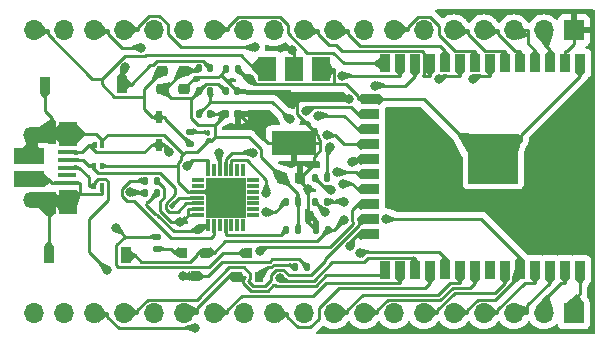
<source format=gbr>
%TF.GenerationSoftware,KiCad,Pcbnew,7.0.8*%
%TF.CreationDate,2023-12-18T21:49:31+05:30*%
%TF.ProjectId,ESP WROOM 32-Devkit V4,45535020-5752-44f4-9f4d-2033322d4465,rev?*%
%TF.SameCoordinates,Original*%
%TF.FileFunction,Copper,L1,Top*%
%TF.FilePolarity,Positive*%
%FSLAX46Y46*%
G04 Gerber Fmt 4.6, Leading zero omitted, Abs format (unit mm)*
G04 Created by KiCad (PCBNEW 7.0.8) date 2023-12-18 21:49:31*
%MOMM*%
%LPD*%
G01*
G04 APERTURE LIST*
G04 Aperture macros list*
%AMRoundRect*
0 Rectangle with rounded corners*
0 $1 Rounding radius*
0 $2 $3 $4 $5 $6 $7 $8 $9 X,Y pos of 4 corners*
0 Add a 4 corners polygon primitive as box body*
4,1,4,$2,$3,$4,$5,$6,$7,$8,$9,$2,$3,0*
0 Add four circle primitives for the rounded corners*
1,1,$1+$1,$2,$3*
1,1,$1+$1,$4,$5*
1,1,$1+$1,$6,$7*
1,1,$1+$1,$8,$9*
0 Add four rect primitives between the rounded corners*
20,1,$1+$1,$2,$3,$4,$5,0*
20,1,$1+$1,$4,$5,$6,$7,0*
20,1,$1+$1,$6,$7,$8,$9,0*
20,1,$1+$1,$8,$9,$2,$3,0*%
G04 Aperture macros list end*
%TA.AperFunction,SMDPad,CuDef*%
%ADD10RoundRect,0.135000X-0.135000X-0.185000X0.135000X-0.185000X0.135000X0.185000X-0.135000X0.185000X0*%
%TD*%
%TA.AperFunction,SMDPad,CuDef*%
%ADD11RoundRect,0.140000X-0.140000X-0.170000X0.140000X-0.170000X0.140000X0.170000X-0.140000X0.170000X0*%
%TD*%
%TA.AperFunction,SMDPad,CuDef*%
%ADD12RoundRect,0.135000X0.185000X-0.135000X0.185000X0.135000X-0.185000X0.135000X-0.185000X-0.135000X0*%
%TD*%
%TA.AperFunction,SMDPad,CuDef*%
%ADD13R,0.900000X1.400000*%
%TD*%
%TA.AperFunction,SMDPad,CuDef*%
%ADD14R,1.500000X2.000000*%
%TD*%
%TA.AperFunction,SMDPad,CuDef*%
%ADD15R,3.800000X2.000000*%
%TD*%
%TA.AperFunction,SMDPad,CuDef*%
%ADD16RoundRect,0.135000X0.135000X0.185000X-0.135000X0.185000X-0.135000X-0.185000X0.135000X-0.185000X0*%
%TD*%
%TA.AperFunction,SMDPad,CuDef*%
%ADD17RoundRect,0.155000X-0.212500X-0.155000X0.212500X-0.155000X0.212500X0.155000X-0.212500X0.155000X0*%
%TD*%
%TA.AperFunction,SMDPad,CuDef*%
%ADD18RoundRect,0.225000X0.250000X-0.225000X0.250000X0.225000X-0.250000X0.225000X-0.250000X-0.225000X0*%
%TD*%
%TA.AperFunction,SMDPad,CuDef*%
%ADD19R,0.800000X0.900000*%
%TD*%
%TA.AperFunction,SMDPad,CuDef*%
%ADD20R,0.350000X0.600000*%
%TD*%
%TA.AperFunction,SMDPad,CuDef*%
%ADD21R,0.500000X1.075000*%
%TD*%
%TA.AperFunction,SMDPad,CuDef*%
%ADD22RoundRect,0.225000X-0.250000X0.225000X-0.250000X-0.225000X0.250000X-0.225000X0.250000X0.225000X0*%
%TD*%
%TA.AperFunction,SMDPad,CuDef*%
%ADD23R,0.900000X1.500000*%
%TD*%
%TA.AperFunction,SMDPad,CuDef*%
%ADD24R,1.500000X0.900000*%
%TD*%
%TA.AperFunction,SMDPad,CuDef*%
%ADD25R,1.050000X1.050000*%
%TD*%
%TA.AperFunction,HeatsinkPad*%
%ADD26C,0.600000*%
%TD*%
%TA.AperFunction,SMDPad,CuDef*%
%ADD27R,4.200000X4.200000*%
%TD*%
%TA.AperFunction,SMDPad,CuDef*%
%ADD28R,1.650000X0.400000*%
%TD*%
%TA.AperFunction,SMDPad,CuDef*%
%ADD29R,0.700000X1.825000*%
%TD*%
%TA.AperFunction,SMDPad,CuDef*%
%ADD30R,2.000000X1.350000*%
%TD*%
%TA.AperFunction,ComponentPad*%
%ADD31O,1.700000X1.350000*%
%TD*%
%TA.AperFunction,ComponentPad*%
%ADD32O,1.500000X1.100000*%
%TD*%
%TA.AperFunction,SMDPad,CuDef*%
%ADD33R,2.500000X1.430000*%
%TD*%
%TA.AperFunction,SMDPad,CuDef*%
%ADD34RoundRect,0.225000X0.225000X0.250000X-0.225000X0.250000X-0.225000X-0.250000X0.225000X-0.250000X0*%
%TD*%
%TA.AperFunction,SMDPad,CuDef*%
%ADD35RoundRect,0.100000X0.100000X-0.130000X0.100000X0.130000X-0.100000X0.130000X-0.100000X-0.130000X0*%
%TD*%
%TA.AperFunction,SMDPad,CuDef*%
%ADD36R,1.000000X0.300000*%
%TD*%
%TA.AperFunction,SMDPad,CuDef*%
%ADD37R,0.300000X1.000000*%
%TD*%
%TA.AperFunction,SMDPad,CuDef*%
%ADD38R,3.350000X3.350000*%
%TD*%
%TA.AperFunction,ComponentPad*%
%ADD39R,1.700000X1.700000*%
%TD*%
%TA.AperFunction,ComponentPad*%
%ADD40O,1.700000X1.700000*%
%TD*%
%TA.AperFunction,ViaPad*%
%ADD41C,0.800000*%
%TD*%
%TA.AperFunction,ViaPad*%
%ADD42C,0.500000*%
%TD*%
%TA.AperFunction,Conductor*%
%ADD43C,0.250000*%
%TD*%
G04 APERTURE END LIST*
D10*
%TO.P,R2,1*%
%TO.N,RXD0*%
X124760000Y-102220000D03*
%TO.P,R2,2*%
%TO.N,TXD*%
X125780000Y-102220000D03*
%TD*%
D11*
%TO.P,C4,1*%
%TO.N,GND*%
X114922000Y-94890800D03*
%TO.P,C4,2*%
%TO.N,EN*%
X115882000Y-94890800D03*
%TD*%
D12*
%TO.P,R1,1*%
%TO.N,EXT_5V*%
X114150000Y-99300000D03*
%TO.P,R1,2*%
%TO.N,Net-(D1-A)*%
X114150000Y-98280000D03*
%TD*%
D13*
%TO.P,S1,1*%
%TO.N,GND*%
X101877500Y-94310000D03*
%TO.P,S1,2*%
%TO.N,IO0*%
X108377500Y-94310000D03*
%TD*%
D14*
%TO.P,U4,1,GND*%
%TO.N,GND*%
X125272800Y-92964000D03*
%TO.P,U4,2,VO*%
%TO.N,3V3*%
X122972800Y-92964000D03*
D15*
X122972800Y-99264000D03*
D14*
%TO.P,U4,3,VI*%
%TO.N,EXT_5V*%
X120672800Y-92964000D03*
%TD*%
D10*
%TO.P,R9,1*%
%TO.N,Net-(IC1-SUSPENDB)*%
X122283200Y-106616800D03*
%TO.P,R9,2*%
%TO.N,GND*%
X123303200Y-106616800D03*
%TD*%
D16*
%TO.P,R7,1*%
%TO.N,Net-(IC1-VBUS)*%
X111370000Y-103470000D03*
%TO.P,R7,2*%
%TO.N,VBUS*%
X110350000Y-103470000D03*
%TD*%
D17*
%TO.P,C5,1*%
%TO.N,GND*%
X117080000Y-96810000D03*
%TO.P,C5,2*%
%TO.N,3V3*%
X118215000Y-96810000D03*
%TD*%
D18*
%TO.P,C2,1*%
%TO.N,3V3*%
X113610000Y-94675000D03*
%TO.P,C2,2*%
%TO.N,GND*%
X113610000Y-93125000D03*
%TD*%
D11*
%TO.P,C9,1*%
%TO.N,EN*%
X114880400Y-96801600D03*
%TO.P,C9,2*%
%TO.N,GND*%
X115840400Y-96801600D03*
%TD*%
D19*
%TO.P,Q2,1,C*%
%TO.N,IO0*%
X118120000Y-110560000D03*
%TO.P,Q2,2,B*%
%TO.N,Net-(Q2-B)*%
X120020000Y-110560000D03*
%TO.P,Q2,3,E*%
%TO.N,DTR*%
X119070000Y-108560000D03*
%TD*%
D20*
%TO.P,Z2,1,K*%
%TO.N,GND*%
X106699600Y-102932600D03*
%TO.P,Z2,2,A*%
%TO.N,D+*%
X106049600Y-102932600D03*
%TD*%
%TO.P,Z3,1,K*%
%TO.N,GND*%
X106725000Y-99427400D03*
%TO.P,Z3,2,A*%
%TO.N,VBUS*%
X106075000Y-99427400D03*
%TD*%
D21*
%TO.P,D3,1,K*%
%TO.N,EXT_5V*%
X111502200Y-97068600D03*
%TO.P,D3,2,A*%
%TO.N,VBUS*%
X111502200Y-99392600D03*
%TD*%
D11*
%TO.P,C8,1*%
%TO.N,3V3*%
X117230800Y-93011200D03*
%TO.P,C8,2*%
%TO.N,GND*%
X118190800Y-93011200D03*
%TD*%
D10*
%TO.P,R3,1*%
%TO.N,TXD0*%
X124760000Y-104210000D03*
%TO.P,R3,2*%
%TO.N,RXD*%
X125780000Y-104210000D03*
%TD*%
D20*
%TO.P,Z1,1,K*%
%TO.N,GND*%
X106710000Y-101180000D03*
%TO.P,Z1,2,A*%
%TO.N,D-*%
X106060000Y-101180000D03*
%TD*%
D22*
%TO.P,C1,1*%
%TO.N,EXT_5V*%
X111770000Y-93135000D03*
%TO.P,C1,2*%
%TO.N,GND*%
X111770000Y-94685000D03*
%TD*%
D10*
%TO.P,R8,1*%
%TO.N,Net-(IC1-VBUS)*%
X122253200Y-104206800D03*
%TO.P,R8,2*%
%TO.N,GND*%
X123273200Y-104206800D03*
%TD*%
D23*
%TO.P,U1,1,GND*%
%TO.N,GND*%
X147180000Y-92510000D03*
%TO.P,U1,2,VDD*%
%TO.N,3V3*%
X145910000Y-92510000D03*
%TO.P,U1,3,EN*%
%TO.N,EN*%
X144640000Y-92510000D03*
%TO.P,U1,4,SENSOR_VP*%
%TO.N,VP*%
X143370000Y-92510000D03*
%TO.P,U1,5,SENSOR_VN*%
%TO.N,VN*%
X142100000Y-92510000D03*
%TO.P,U1,6,IO34*%
%TO.N,IO34*%
X140830000Y-92510000D03*
%TO.P,U1,7,IO35*%
%TO.N,IO35*%
X139560000Y-92510000D03*
%TO.P,U1,8,IO32*%
%TO.N,IO32*%
X138290000Y-92510000D03*
%TO.P,U1,9,IO33*%
%TO.N,IO33*%
X137020000Y-92510000D03*
%TO.P,U1,10,IO25*%
%TO.N,IO25*%
X135750000Y-92510000D03*
%TO.P,U1,11,IO26*%
%TO.N,IO26*%
X134480000Y-92510000D03*
%TO.P,U1,12,IO27*%
%TO.N,IO27*%
X133210000Y-92510000D03*
%TO.P,U1,13,IO14*%
%TO.N,IO14*%
X131940000Y-92510000D03*
%TO.P,U1,14,IO12*%
%TO.N,IO12*%
X130670000Y-92510000D03*
D24*
%TO.P,U1,15,GND*%
%TO.N,GND*%
X129420000Y-95550000D03*
%TO.P,U1,16,IO13*%
%TO.N,IO13*%
X129420000Y-96820000D03*
%TO.P,U1,17,SHD/SD2*%
%TO.N,SD2*%
X129420000Y-98090000D03*
%TO.P,U1,18,SWP/SD3*%
%TO.N,SD3*%
X129420000Y-99360000D03*
%TO.P,U1,19,SCS/CMD*%
%TO.N,CMD*%
X129420000Y-100630000D03*
%TO.P,U1,20,SCK/CLK*%
%TO.N,CLK*%
X129420000Y-101900000D03*
%TO.P,U1,21,SDO/SD0*%
%TO.N,SD0*%
X129420000Y-103170000D03*
%TO.P,U1,22,SDI/SD1*%
%TO.N,SD1*%
X129420000Y-104440000D03*
%TO.P,U1,23,IO15*%
%TO.N,IO15*%
X129420000Y-105710000D03*
%TO.P,U1,24,IO2*%
%TO.N,IO2*%
X129420000Y-106980000D03*
D23*
%TO.P,U1,25,IO0*%
%TO.N,IO0*%
X130670000Y-110010000D03*
%TO.P,U1,26,IO4*%
%TO.N,IO4*%
X131940000Y-110010000D03*
%TO.P,U1,27,IO16*%
%TO.N,IO16*%
X133210000Y-110010000D03*
%TO.P,U1,28,IO17*%
%TO.N,IO17*%
X134480000Y-110010000D03*
%TO.P,U1,29,IO5*%
%TO.N,IO5*%
X135750000Y-110010000D03*
%TO.P,U1,30,IO18*%
%TO.N,IO18*%
X137020000Y-110010000D03*
%TO.P,U1,31,IO19*%
%TO.N,IO19*%
X138290000Y-110010000D03*
%TO.P,U1,32,NC*%
%TO.N,unconnected-(U1-NC-Pad32)*%
X139560000Y-110010000D03*
%TO.P,U1,33,IO21*%
%TO.N,IO21*%
X140830000Y-110010000D03*
%TO.P,U1,34,RXD0/IO3*%
%TO.N,RXD0*%
X142100000Y-110010000D03*
%TO.P,U1,35,TXD0/IO1*%
%TO.N,TXD0*%
X143370000Y-110010000D03*
%TO.P,U1,36,IO22*%
%TO.N,IO22*%
X144640000Y-110010000D03*
%TO.P,U1,37,IO23*%
%TO.N,IO23*%
X145910000Y-110010000D03*
%TO.P,U1,38,GND*%
%TO.N,GND*%
X147180000Y-110010000D03*
D25*
%TO.P,U1,39,GND*%
X141365000Y-99055000D03*
D26*
X140602500Y-99055000D03*
D25*
X139840000Y-99055000D03*
D26*
X139077500Y-99055000D03*
D25*
X138315000Y-99055000D03*
D26*
X141365000Y-99817500D03*
X139840000Y-99817500D03*
X138315000Y-99817500D03*
D25*
X141365000Y-100580000D03*
D26*
X140602500Y-100580000D03*
D25*
X139840000Y-100580000D03*
D27*
X139840000Y-100580000D03*
D26*
X139077500Y-100580000D03*
D25*
X138315000Y-100580000D03*
D26*
X141365000Y-101342500D03*
X139840000Y-101342500D03*
X138315000Y-101342500D03*
D25*
X141365000Y-102105000D03*
D26*
X140602500Y-102105000D03*
D25*
X139840000Y-102105000D03*
D26*
X139077500Y-102105000D03*
D25*
X138315000Y-102105000D03*
%TD*%
D11*
%TO.P,C3,1*%
%TO.N,GND*%
X114922000Y-92920800D03*
%TO.P,C3,2*%
%TO.N,IO0*%
X115882000Y-92920800D03*
%TD*%
D19*
%TO.P,Q1,1,C*%
%TO.N,EN*%
X115490000Y-108525000D03*
%TO.P,Q1,2,B*%
%TO.N,Net-(Q1-B)*%
X113590000Y-108525000D03*
%TO.P,Q1,3,E*%
%TO.N,RTS*%
X114540000Y-110525000D03*
%TD*%
D28*
%TO.P,J1,1,VBUS*%
%TO.N,VBUS*%
X103702500Y-100030000D03*
%TO.P,J1,2,D-*%
%TO.N,D-*%
X103702500Y-100680000D03*
%TO.P,J1,3,D+*%
%TO.N,D+*%
X103702500Y-101330000D03*
%TO.P,J1,4,ID*%
%TO.N,unconnected-(J1-ID-Pad4)*%
X103702500Y-101980000D03*
%TO.P,J1,5,GND*%
%TO.N,GND*%
X103702500Y-102630000D03*
D29*
%TO.P,J1,6,Shield*%
X102502500Y-98380000D03*
D14*
X103802500Y-98480000D03*
D30*
X101752500Y-98600000D03*
D31*
X100822500Y-98600000D03*
D32*
X103822500Y-98910000D03*
D33*
X100552500Y-100370000D03*
X100552500Y-102290000D03*
D32*
X103822500Y-103750000D03*
D31*
X100822500Y-104060000D03*
D30*
X101752500Y-104080000D03*
D14*
X103822500Y-104230000D03*
D29*
X102502500Y-104330000D03*
%TD*%
D13*
%TO.P,S2,1*%
%TO.N,GND*%
X102220000Y-108750000D03*
%TO.P,S2,2*%
%TO.N,EN*%
X108720000Y-108750000D03*
%TD*%
D10*
%TO.P,R10,1*%
%TO.N,3V3*%
X124812800Y-106606400D03*
%TO.P,R10,2*%
%TO.N,EN*%
X125832800Y-106606400D03*
%TD*%
D12*
%TO.P,R4,1*%
%TO.N,Net-(Q1-B)*%
X111360000Y-108220000D03*
%TO.P,R4,2*%
%TO.N,DTR*%
X111360000Y-107200000D03*
%TD*%
D10*
%TO.P,R6,1*%
%TO.N,Net-(IC1-RSTB)*%
X110330000Y-102430000D03*
%TO.P,R6,2*%
%TO.N,3V3*%
X111350000Y-102430000D03*
%TD*%
D34*
%TO.P,C7,1*%
%TO.N,3V3*%
X123458200Y-102176800D03*
%TO.P,C7,2*%
%TO.N,GND*%
X121908200Y-102176800D03*
%TD*%
D35*
%TO.P,D1,1,K*%
%TO.N,GND*%
X115710000Y-99070000D03*
%TO.P,D1,2,A*%
%TO.N,Net-(D1-A)*%
X115710000Y-98430000D03*
%TD*%
D10*
%TO.P,R5,1*%
%TO.N,Net-(Q2-B)*%
X123061000Y-109778800D03*
%TO.P,R5,2*%
%TO.N,RTS*%
X124081000Y-109778800D03*
%TD*%
D11*
%TO.P,C6,1*%
%TO.N,GND*%
X117180000Y-94890000D03*
%TO.P,C6,2*%
%TO.N,3V3*%
X118140000Y-94890000D03*
%TD*%
D36*
%TO.P,IC1,1,DCD*%
%TO.N,unconnected-(IC1-DCD-Pad1)*%
X114820000Y-102370000D03*
%TO.P,IC1,2,RI/CLK*%
%TO.N,unconnected-(IC1-RI{slash}CLK-Pad2)*%
X114820000Y-102870000D03*
%TO.P,IC1,3,GND*%
%TO.N,GND*%
X114820000Y-103370000D03*
%TO.P,IC1,4,D+*%
%TO.N,D+*%
X114820000Y-103870000D03*
%TO.P,IC1,5,D-*%
%TO.N,D-*%
X114820000Y-104370000D03*
%TO.P,IC1,6,VDD*%
%TO.N,3V3*%
X114820000Y-104870000D03*
%TO.P,IC1,7,VREGIN*%
X114820000Y-105370000D03*
D37*
%TO.P,IC1,8,VBUS*%
%TO.N,Net-(IC1-VBUS)*%
X115670000Y-106220000D03*
%TO.P,IC1,9,RSTB*%
%TO.N,Net-(IC1-RSTB)*%
X116170000Y-106220000D03*
%TO.P,IC1,10,NC*%
%TO.N,unconnected-(IC1-NC-Pad10)*%
X116670000Y-106220000D03*
%TO.P,IC1,11,SUSPENDB*%
%TO.N,Net-(IC1-SUSPENDB)*%
X117170000Y-106220000D03*
%TO.P,IC1,12,SUSPEND*%
%TO.N,unconnected-(IC1-SUSPEND-Pad12)*%
X117670000Y-106220000D03*
%TO.P,IC1,13,CHREN*%
%TO.N,unconnected-(IC1-CHREN-Pad13)*%
X118170000Y-106220000D03*
%TO.P,IC1,14,CHR1*%
%TO.N,unconnected-(IC1-CHR1-Pad14)*%
X118670000Y-106220000D03*
D36*
%TO.P,IC1,15,CHR0*%
%TO.N,unconnected-(IC1-CHR0-Pad15)*%
X119520000Y-105370000D03*
%TO.P,IC1,16,GPIO.3/WAKEUP*%
%TO.N,unconnected-(IC1-GPIO.3{slash}WAKEUP-Pad16)*%
X119520000Y-104870000D03*
%TO.P,IC1,17,GPIO.2/RS485*%
%TO.N,unconnected-(IC1-GPIO.2{slash}RS485-Pad17)*%
X119520000Y-104370000D03*
%TO.P,IC1,18,GPIO.1/RXT*%
%TO.N,unconnected-(IC1-GPIO.1{slash}RXT-Pad18)*%
X119520000Y-103870000D03*
%TO.P,IC1,19,GPIO.0/TXT*%
%TO.N,unconnected-(IC1-GPIO.0{slash}TXT-Pad19)*%
X119520000Y-103370000D03*
%TO.P,IC1,20,GPIO.6*%
%TO.N,unconnected-(IC1-GPIO.6-Pad20)*%
X119520000Y-102870000D03*
%TO.P,IC1,21,GPIO.5*%
%TO.N,unconnected-(IC1-GPIO.5-Pad21)*%
X119520000Y-102370000D03*
D37*
%TO.P,IC1,22,GPIO.4*%
%TO.N,unconnected-(IC1-GPIO.4-Pad22)*%
X118670000Y-101520000D03*
%TO.P,IC1,23,CTS*%
%TO.N,unconnected-(IC1-CTS-Pad23)*%
X118170000Y-101520000D03*
%TO.P,IC1,24,RTS*%
%TO.N,RTS*%
X117670000Y-101520000D03*
%TO.P,IC1,25,RXD*%
%TO.N,RXD*%
X117170000Y-101520000D03*
%TO.P,IC1,26,TXD*%
%TO.N,TXD*%
X116670000Y-101520000D03*
%TO.P,IC1,27,DSR*%
%TO.N,unconnected-(IC1-DSR-Pad27)*%
X116170000Y-101520000D03*
%TO.P,IC1,28,DTR*%
%TO.N,DTR*%
X115670000Y-101520000D03*
D38*
%TO.P,IC1,29,BGND*%
%TO.N,GND*%
X117170000Y-103870000D03*
%TD*%
D39*
%TO.P,J2,1,Pin_1*%
%TO.N,3V3*%
X146660000Y-89710000D03*
D40*
%TO.P,J2,2,Pin_2*%
%TO.N,EN*%
X144120000Y-89710000D03*
%TO.P,J2,3,Pin_3*%
%TO.N,VP*%
X141580000Y-89710000D03*
%TO.P,J2,4,Pin_4*%
%TO.N,VN*%
X139040000Y-89710000D03*
%TO.P,J2,5,Pin_5*%
%TO.N,IO34*%
X136500000Y-89710000D03*
%TO.P,J2,6,Pin_6*%
%TO.N,IO35*%
X133960000Y-89710000D03*
%TO.P,J2,7,Pin_7*%
%TO.N,IO32*%
X131420000Y-89710000D03*
%TO.P,J2,8,Pin_8*%
%TO.N,IO33*%
X128880000Y-89710000D03*
%TO.P,J2,9,Pin_9*%
%TO.N,IO25*%
X126340000Y-89710000D03*
%TO.P,J2,10,Pin_10*%
%TO.N,IO26*%
X123800000Y-89710000D03*
%TO.P,J2,11,Pin_11*%
%TO.N,IO27*%
X121260000Y-89710000D03*
%TO.P,J2,12,Pin_12*%
%TO.N,IO14*%
X118720000Y-89710000D03*
%TO.P,J2,13,Pin_13*%
%TO.N,IO12*%
X116180000Y-89710000D03*
%TO.P,J2,14,Pin_14*%
%TO.N,GND*%
X113640000Y-89710000D03*
%TO.P,J2,15,Pin_15*%
%TO.N,IO13*%
X111100000Y-89710000D03*
%TO.P,J2,16,Pin_16*%
%TO.N,SD2*%
X108560000Y-89710000D03*
%TO.P,J2,17,Pin_17*%
%TO.N,SD3*%
X106020000Y-89710000D03*
%TO.P,J2,18,Pin_18*%
%TO.N,CMD*%
X103480000Y-89710000D03*
%TO.P,J2,19,Pin_19*%
%TO.N,EXT_5V*%
X100940000Y-89710000D03*
%TD*%
D39*
%TO.P,J3,1,Pin_1*%
%TO.N,GND*%
X146650000Y-113680000D03*
D40*
%TO.P,J3,2,Pin_2*%
%TO.N,IO23*%
X144110000Y-113680000D03*
%TO.P,J3,3,Pin_3*%
%TO.N,IO22*%
X141570000Y-113680000D03*
%TO.P,J3,4,Pin_4*%
%TO.N,TXD0*%
X139030000Y-113680000D03*
%TO.P,J3,5,Pin_5*%
%TO.N,RXD0*%
X136490000Y-113680000D03*
%TO.P,J3,6,Pin_6*%
%TO.N,IO21*%
X133950000Y-113680000D03*
%TO.P,J3,7,Pin_7*%
%TO.N,GND*%
X131410000Y-113680000D03*
%TO.P,J3,8,Pin_8*%
%TO.N,IO19*%
X128870000Y-113680000D03*
%TO.P,J3,9,Pin_9*%
%TO.N,IO18*%
X126330000Y-113680000D03*
%TO.P,J3,10,Pin_10*%
%TO.N,IO5*%
X123790000Y-113680000D03*
%TO.P,J3,11,Pin_11*%
%TO.N,IO17*%
X121250000Y-113680000D03*
%TO.P,J3,12,Pin_12*%
%TO.N,IO16*%
X118710000Y-113680000D03*
%TO.P,J3,13,Pin_13*%
%TO.N,IO4*%
X116170000Y-113680000D03*
%TO.P,J3,14,Pin_14*%
%TO.N,IO0*%
X113630000Y-113680000D03*
%TO.P,J3,15,Pin_15*%
%TO.N,IO2*%
X111090000Y-113680000D03*
%TO.P,J3,16,Pin_16*%
%TO.N,IO15*%
X108550000Y-113680000D03*
%TO.P,J3,17,Pin_17*%
%TO.N,SD1*%
X106010000Y-113680000D03*
%TO.P,J3,18,Pin_18*%
%TO.N,SD0*%
X103470000Y-113680000D03*
%TO.P,J3,19,Pin_19*%
%TO.N,CLK*%
X100930000Y-113680000D03*
%TD*%
D41*
%TO.N,3V3*%
X113350000Y-105910000D03*
%TO.N,Net-(IC1-VBUS)*%
X114925000Y-106532000D03*
%TO.N,D+*%
X107130000Y-110010000D03*
D42*
X112594538Y-104615336D03*
D41*
%TO.N,Net-(IC1-VBUS)*%
X120604000Y-105132000D03*
%TO.N,3V3*%
X124174000Y-103145000D03*
X122764000Y-91364800D03*
X127593000Y-95504600D03*
%TO.N,IO16*%
X121759000Y-110678000D03*
%TO.N,VBUS*%
X112366000Y-100012000D03*
X109110000Y-103434000D03*
%TO.N,DTR*%
X113870000Y-101196000D03*
X107891000Y-106409000D03*
%TO.N,TXD*%
X125981000Y-99589700D03*
X116614000Y-100107000D03*
%TO.N,RXD*%
X119470000Y-100060000D03*
X127233000Y-104210000D03*
%TO.N,RTS*%
X120633000Y-103480000D03*
X113541000Y-110525000D03*
%TO.N,TXD0*%
X125610000Y-105131000D03*
%TO.N,RXD0*%
X130757000Y-105688000D03*
X126113000Y-103197000D03*
%TO.N,IO5*%
X128586000Y-108604000D03*
%TO.N,IO2*%
X127697000Y-107987000D03*
%TO.N,SD1*%
X114546000Y-114912000D03*
X120056000Y-108408000D03*
%TO.N,SD0*%
X127091000Y-102710000D03*
%TO.N,CLK*%
X126640000Y-101734000D03*
%TO.N,CMD*%
X127893000Y-100828000D03*
%TO.N,SD3*%
X110046000Y-91182300D03*
X125733000Y-98557700D03*
%TO.N,SD2*%
X119631000Y-91160200D03*
X125012000Y-96923600D03*
%TO.N,IO13*%
X123969000Y-96505300D03*
%TO.N,IO14*%
X127049000Y-93566900D03*
%TO.N,IO27*%
X129847000Y-94395900D03*
%TO.N,IO33*%
X135216000Y-93857700D03*
%TO.N,IO35*%
X138100000Y-93848000D03*
%TO.N,EN*%
X127193000Y-105752000D03*
X122583000Y-97244200D03*
%TO.N,IO0*%
X108671000Y-92853400D03*
%TO.N,GND*%
X119197000Y-93875300D03*
%TD*%
D43*
%TO.N,3V3*%
X112566912Y-105910000D02*
X113350000Y-105910000D01*
X111945000Y-103915000D02*
X111659538Y-104200462D01*
X111659538Y-104200462D02*
X111659538Y-105002626D01*
X111659538Y-105002626D02*
X112566912Y-105910000D01*
%TO.N,Net-(IC1-VBUS)*%
X111216356Y-105276364D02*
G75*
G03*
X111370000Y-105340000I153644J153664D01*
G01*
X110558993Y-104281003D02*
G75*
G03*
X110460000Y-104520000I239007J-238997D01*
G01*
X110460000Y-104520000D02*
X111216360Y-105276360D01*
X111370000Y-103470000D02*
X110558995Y-104281005D01*
%TO.N,3V3*%
X111945000Y-103025000D02*
X111945000Y-103915000D01*
X111350000Y-102430000D02*
X111945000Y-103025000D01*
%TO.N,D-*%
X105819000Y-101298000D02*
X105819000Y-101180000D01*
X106330000Y-101808000D02*
X105819000Y-101298000D01*
X108141000Y-101808000D02*
X106330000Y-101808000D01*
X108193000Y-101756000D02*
X108141000Y-101808000D01*
X111634000Y-101756000D02*
X108193000Y-101756000D01*
X113099664Y-105120336D02*
X112385360Y-105120336D01*
X112900000Y-103571888D02*
X112900000Y-103022000D01*
X112900000Y-103022000D02*
X111634000Y-101756000D01*
X112089538Y-104382350D02*
X112900000Y-103571888D01*
X114820000Y-104370000D02*
X113850000Y-104370000D01*
X113850000Y-104370000D02*
X113099664Y-105120336D01*
X112385360Y-105120336D02*
X112089538Y-104824514D01*
X112089538Y-104824514D02*
X112089538Y-104382350D01*
%TO.N,3V3*%
X113350000Y-105910000D02*
X113473000Y-105910000D01*
X113473000Y-105910000D02*
X114013000Y-105370000D01*
%TO.N,Net-(IC1-VBUS)*%
X115237000Y-106220000D02*
X114925000Y-106532000D01*
X115670000Y-106220000D02*
X115237000Y-106220000D01*
X112770000Y-106740000D02*
X114717000Y-106740000D01*
X111370000Y-105340000D02*
X112770000Y-106740000D01*
X114717000Y-106740000D02*
X114925000Y-106532000D01*
%TO.N,D+*%
X107179600Y-104083900D02*
X105580000Y-105683500D01*
X107179600Y-102506264D02*
X107179600Y-104083900D01*
X105580000Y-105683500D02*
X105580000Y-108460000D01*
X105580000Y-108460000D02*
X107130000Y-110010000D01*
X106354600Y-102327600D02*
X107000936Y-102327600D01*
X107000936Y-102327600D02*
X107179600Y-102506264D01*
X106049600Y-102632600D02*
X106354600Y-102327600D01*
X106049600Y-102932600D02*
X106049600Y-102632600D01*
X113210000Y-103870000D02*
X112594538Y-104485462D01*
X112594538Y-104485462D02*
X112594538Y-104615336D01*
X114820000Y-103870000D02*
X113210000Y-103870000D01*
%TO.N,Net-(IC1-SUSPENDB)*%
X121873000Y-107027000D02*
X122283000Y-106617000D01*
X117170000Y-107027000D02*
X121873000Y-107027000D01*
X117170000Y-106220000D02*
X117170000Y-107027000D01*
X122283000Y-106617000D02*
X122283200Y-106616800D01*
%TO.N,Net-(IC1-RSTB)*%
X116170000Y-107027000D02*
X116170000Y-106220000D01*
X115914000Y-107283000D02*
X116170000Y-107027000D01*
X112533000Y-107283000D02*
X115914000Y-107283000D01*
X109448000Y-104198000D02*
X112533000Y-107283000D01*
X108854000Y-104198000D02*
X109448000Y-104198000D01*
X108403000Y-103747000D02*
X108854000Y-104198000D01*
X108403000Y-103127000D02*
X108403000Y-103747000D01*
X109100000Y-102430000D02*
X108403000Y-103127000D01*
X110330000Y-102430000D02*
X109100000Y-102430000D01*
%TO.N,Net-(IC1-VBUS)*%
X121328000Y-105132000D02*
X120604000Y-105132000D01*
X122253000Y-104207000D02*
X121328000Y-105132000D01*
X122253000Y-104207000D02*
X122253200Y-104206800D01*
%TO.N,D+*%
X103702000Y-101330000D02*
X103702500Y-101330000D01*
X105568000Y-102933000D02*
X106049200Y-102933000D01*
X105568000Y-102172000D02*
X105568000Y-102933000D01*
X104726000Y-101330000D02*
X105568000Y-102172000D01*
X103702500Y-101330000D02*
X104726000Y-101330000D01*
X106049200Y-102933000D02*
X106050000Y-102933000D01*
X106049200Y-102933000D02*
X106049600Y-102932600D01*
%TO.N,D-*%
X105578000Y-101180000D02*
X105819000Y-101180000D01*
X105078000Y-100680000D02*
X105578000Y-101180000D01*
X103702500Y-100680000D02*
X105078000Y-100680000D01*
X106060000Y-101180000D02*
X105819000Y-101180000D01*
X103702000Y-100680000D02*
X103702500Y-100680000D01*
%TO.N,3V3*%
X145910000Y-91453100D02*
X145910000Y-92510000D01*
X146074000Y-91453100D02*
X145910000Y-91453100D01*
X146660000Y-90866900D02*
X146074000Y-91453100D01*
X146660000Y-89710000D02*
X146660000Y-90866900D01*
X114013000Y-105370000D02*
X114013000Y-104871000D01*
X114820000Y-105370000D02*
X114013000Y-105370000D01*
X114014000Y-104870000D02*
X114013000Y-104871000D01*
X114820000Y-104870000D02*
X114014000Y-104870000D01*
X116746000Y-93496000D02*
X118140000Y-94890000D01*
X116557000Y-93684900D02*
X116746000Y-93496000D01*
X114600000Y-93684900D02*
X116557000Y-93684900D01*
X113610000Y-94675000D02*
X114600000Y-93684900D01*
X122533000Y-94890000D02*
X118140000Y-94890000D01*
X123228000Y-95584900D02*
X122533000Y-94890000D01*
X127513000Y-95584900D02*
X127593000Y-95504600D01*
X123228000Y-95584900D02*
X127513000Y-95584900D01*
X125180000Y-99003800D02*
X125180000Y-99264000D01*
X125026000Y-98850400D02*
X125180000Y-99003800D01*
X125026000Y-98659200D02*
X125026000Y-98850400D01*
X124798000Y-98430900D02*
X125026000Y-98659200D01*
X124798000Y-98122900D02*
X124798000Y-98430900D01*
X124725000Y-98049800D02*
X124798000Y-98122900D01*
X124510000Y-98049800D02*
X124725000Y-98049800D01*
X123228000Y-96767800D02*
X124510000Y-98049800D01*
X123228000Y-95584900D02*
X123228000Y-96767800D01*
X124640000Y-100995000D02*
X123458200Y-102176800D01*
X124640000Y-100459000D02*
X124640000Y-100995000D01*
X124798000Y-100301000D02*
X124640000Y-100459000D01*
X124798000Y-100240000D02*
X124798000Y-100301000D01*
X125180000Y-99858800D02*
X124798000Y-100240000D01*
X125180000Y-99264000D02*
X125180000Y-99858800D01*
X123458000Y-102429000D02*
X124174000Y-103145000D01*
X123458000Y-102177000D02*
X123458000Y-102429000D01*
X123458200Y-102176800D02*
X123458000Y-102177000D01*
X120766000Y-99264000D02*
X122972800Y-99264000D01*
X118312000Y-96810000D02*
X120766000Y-99264000D01*
X118215000Y-96810000D02*
X118312000Y-96810000D01*
X122972800Y-99264000D02*
X125180000Y-99264000D01*
X122973000Y-92964000D02*
X122973000Y-92401700D01*
X122973000Y-91573100D02*
X122764000Y-91364800D01*
X122973000Y-92401700D02*
X122973000Y-91573100D01*
X122972800Y-92401900D02*
X122972800Y-92964000D01*
X122973000Y-92401700D02*
X122972800Y-92401900D01*
X116746000Y-93496000D02*
X116988500Y-93253600D01*
X116988500Y-93253600D02*
X117231000Y-93011200D01*
X117230800Y-93011300D02*
X117230800Y-93011200D01*
X116988500Y-93253600D02*
X117230800Y-93011300D01*
X124813000Y-106606000D02*
X124493500Y-106287000D01*
X124174000Y-105968000D02*
X124174000Y-103145000D01*
X124493500Y-106287000D02*
X124174000Y-105968000D01*
X124812800Y-106606300D02*
X124812800Y-106606400D01*
X124493500Y-106287000D02*
X124812800Y-106606300D01*
%TO.N,IO16*%
X133210000Y-108953000D02*
X133210000Y-110010000D01*
X129236000Y-108953000D02*
X133210000Y-108953000D01*
X128878000Y-109311000D02*
X129236000Y-108953000D01*
X126204000Y-109311000D02*
X128878000Y-109311000D01*
X124621000Y-110894000D02*
X126204000Y-109311000D01*
X121975000Y-110894000D02*
X124621000Y-110894000D01*
X121759000Y-110678000D02*
X121975000Y-110894000D01*
%TO.N,Net-(Q2-B)*%
X123061000Y-109779000D02*
X122941500Y-109659500D01*
X120801000Y-109779000D02*
X120020000Y-110560000D01*
X121048000Y-109779000D02*
X120801000Y-109779000D01*
X121288000Y-109540000D02*
X121048000Y-109779000D01*
X122822000Y-109540000D02*
X121288000Y-109540000D01*
X122941500Y-109659500D02*
X122822000Y-109540000D01*
X122941700Y-109659500D02*
X123061000Y-109778800D01*
X122941500Y-109659500D02*
X122941700Y-109659500D01*
%TO.N,Net-(Q1-B)*%
X112578000Y-108220000D02*
X111360000Y-108220000D01*
X112883000Y-108525000D02*
X112578000Y-108220000D01*
X113590000Y-108525000D02*
X112883000Y-108525000D01*
%TO.N,VBUS*%
X106075000Y-99427400D02*
X105593000Y-99427400D01*
X104990000Y-100030000D02*
X105593000Y-99427400D01*
X103702500Y-100030000D02*
X104990000Y-100030000D01*
X110945000Y-99392600D02*
X111502200Y-99392600D01*
X110304000Y-100034000D02*
X110945000Y-99392600D01*
X106200000Y-100034000D02*
X110304000Y-100034000D01*
X105593000Y-99427400D02*
X106200000Y-100034000D01*
X112059000Y-99704900D02*
X112366000Y-100012000D01*
X112059000Y-99392600D02*
X112059000Y-99704900D01*
X111502200Y-99392600D02*
X112059000Y-99392600D01*
X109145000Y-103470000D02*
X109110000Y-103434000D01*
X110350000Y-103470000D02*
X109145000Y-103470000D01*
X103702000Y-100030000D02*
X103702500Y-100030000D01*
%TO.N,EXT_5V*%
X110259000Y-94645700D02*
X110259000Y-95327100D01*
X111770000Y-93135000D02*
X110259000Y-94645700D01*
X105892000Y-93794500D02*
X106730000Y-93794500D01*
X102097000Y-89999100D02*
X105892000Y-93794500D01*
X102097000Y-89710000D02*
X102097000Y-89999100D01*
X100940000Y-89710000D02*
X102097000Y-89710000D01*
X107762000Y-95327100D02*
X110259000Y-95327100D01*
X106730000Y-94295100D02*
X107762000Y-95327100D01*
X106730000Y-93794500D02*
X106730000Y-94295100D01*
X119616000Y-92964000D02*
X120672800Y-92964000D01*
X118471000Y-91819000D02*
X119616000Y-92964000D01*
X110410000Y-91819000D02*
X118471000Y-91819000D01*
X110339000Y-91889200D02*
X110410000Y-91819000D01*
X108635000Y-91889200D02*
X110339000Y-91889200D01*
X106730000Y-93794500D02*
X108635000Y-91889200D01*
X120672800Y-92964000D02*
X120673000Y-92964000D01*
X112059000Y-97068600D02*
X111502200Y-97068600D01*
X112059000Y-97209100D02*
X112059000Y-97068600D01*
X114150000Y-99300000D02*
X112059000Y-97209100D01*
X110259000Y-96382600D02*
X110259000Y-95327100D01*
X110945000Y-97068600D02*
X110259000Y-96382600D01*
X111502200Y-97068600D02*
X110945000Y-97068600D01*
%TO.N,DTR*%
X107918000Y-107918000D02*
X108636000Y-107200000D01*
X107918000Y-109602000D02*
X107918000Y-107918000D01*
X108073000Y-109757000D02*
X107918000Y-109602000D01*
X115794000Y-109757000D02*
X108073000Y-109757000D01*
X116991000Y-108560000D02*
X115794000Y-109757000D01*
X119070000Y-108560000D02*
X116991000Y-108560000D01*
X108636000Y-107200000D02*
X111360000Y-107200000D01*
X108636000Y-107154000D02*
X108636000Y-107200000D01*
X107891000Y-106409000D02*
X108636000Y-107154000D01*
X114352000Y-100713000D02*
X113870000Y-101196000D01*
X115670000Y-100713000D02*
X114352000Y-100713000D01*
X115670000Y-101520000D02*
X115670000Y-100713000D01*
%TO.N,TXD*%
X116670000Y-100163000D02*
X116670000Y-101520000D01*
X116614000Y-100107000D02*
X116670000Y-100163000D01*
X125780000Y-99790700D02*
X125981000Y-99589700D01*
X125780000Y-102220000D02*
X125780000Y-99790700D01*
%TO.N,RXD*%
X117708000Y-100060000D02*
X119470000Y-100060000D01*
X117170000Y-100598000D02*
X117708000Y-100060000D01*
X117170000Y-101520000D02*
X117170000Y-100598000D01*
X125780000Y-104210000D02*
X127233000Y-104210000D01*
%TO.N,RTS*%
X120633000Y-102397000D02*
X120633000Y-103480000D01*
X118949000Y-100713000D02*
X120633000Y-102397000D01*
X117670000Y-100713000D02*
X118949000Y-100713000D01*
X117670000Y-101520000D02*
X117670000Y-100713000D01*
X114540000Y-110525000D02*
X113541000Y-110525000D01*
X124081000Y-109779000D02*
X123751300Y-109449300D01*
X115677000Y-110525000D02*
X114540000Y-110525000D01*
X116885000Y-109317000D02*
X115677000Y-110525000D01*
X120899000Y-109317000D02*
X116885000Y-109317000D01*
X121109000Y-109108000D02*
X120899000Y-109317000D01*
X123410000Y-109108000D02*
X121109000Y-109108000D01*
X123751300Y-109449300D02*
X123410000Y-109108000D01*
X123751500Y-109449300D02*
X124081000Y-109778800D01*
X123751300Y-109449300D02*
X123751500Y-109449300D01*
%TO.N,IO23*%
X144110000Y-112523000D02*
X144110000Y-113680000D01*
X145566000Y-111067000D02*
X144110000Y-112523000D01*
X145910000Y-111067000D02*
X145566000Y-111067000D01*
X145910000Y-110010000D02*
X145910000Y-111067000D01*
%TO.N,IO22*%
X144640000Y-111067000D02*
X144640000Y-110010000D01*
X142727000Y-112980000D02*
X144640000Y-111067000D01*
X142727000Y-113680000D02*
X142727000Y-112980000D01*
X141570000Y-113680000D02*
X142727000Y-113680000D01*
%TO.N,TXD0*%
X143370000Y-111067000D02*
X143370000Y-110010000D01*
X142515000Y-111067000D02*
X143370000Y-111067000D01*
X140187000Y-113395000D02*
X142515000Y-111067000D01*
X140187000Y-113680000D02*
X140187000Y-113395000D01*
X139030000Y-113680000D02*
X140187000Y-113680000D01*
X124760000Y-104281000D02*
X125610000Y-105131000D01*
X124760000Y-104210000D02*
X124760000Y-104281000D01*
%TO.N,RXD0*%
X142100000Y-110432000D02*
X142100000Y-110010000D01*
X140009000Y-112523000D02*
X142100000Y-110432000D01*
X138514000Y-112523000D02*
X140009000Y-112523000D01*
X137647000Y-113391000D02*
X138514000Y-112523000D01*
X137647000Y-113680000D02*
X137647000Y-113391000D01*
X136490000Y-113680000D02*
X137647000Y-113680000D01*
X125737000Y-103197000D02*
X124760000Y-102220000D01*
X126113000Y-103197000D02*
X125737000Y-103197000D01*
X138835000Y-105688000D02*
X130757000Y-105688000D01*
X142100000Y-108953000D02*
X138835000Y-105688000D01*
X142100000Y-110010000D02*
X142100000Y-108953000D01*
%TO.N,IO21*%
X140830000Y-111067000D02*
X140830000Y-110010000D01*
X139966000Y-111931000D02*
X140830000Y-111067000D01*
X136567000Y-111931000D02*
X139966000Y-111931000D01*
X135107000Y-113391000D02*
X136567000Y-111931000D01*
X135107000Y-113680000D02*
X135107000Y-113391000D01*
X133950000Y-113680000D02*
X135107000Y-113680000D01*
%TO.N,IO19*%
X138290000Y-111067000D02*
X138290000Y-110010000D01*
X137858000Y-111499000D02*
X138290000Y-111067000D01*
X136388000Y-111499000D02*
X137858000Y-111499000D01*
X135363000Y-112523000D02*
X136388000Y-111499000D01*
X130894000Y-112523000D02*
X135363000Y-112523000D01*
X130027000Y-113391000D02*
X130894000Y-112523000D01*
X130027000Y-113680000D02*
X130027000Y-113391000D01*
X128870000Y-113680000D02*
X130027000Y-113680000D01*
%TO.N,IO18*%
X137020000Y-111067000D02*
X137020000Y-110010000D01*
X136144000Y-111067000D02*
X137020000Y-111067000D01*
X135120000Y-112091000D02*
X136144000Y-111067000D01*
X128786000Y-112091000D02*
X135120000Y-112091000D01*
X127487000Y-113391000D02*
X128786000Y-112091000D01*
X127487000Y-113680000D02*
X127487000Y-113391000D01*
X126330000Y-113680000D02*
X127487000Y-113680000D01*
%TO.N,IO5*%
X128710000Y-108480000D02*
X128586000Y-108604000D01*
X135277000Y-108480000D02*
X128710000Y-108480000D01*
X135750000Y-108953000D02*
X135277000Y-108480000D01*
X135750000Y-110010000D02*
X135750000Y-108953000D01*
%TO.N,IO17*%
X122407000Y-113680000D02*
X121250000Y-113680000D01*
X122407000Y-113969000D02*
X122407000Y-113680000D01*
X123280000Y-114842000D02*
X122407000Y-113969000D01*
X124339000Y-114842000D02*
X123280000Y-114842000D01*
X125060000Y-114121000D02*
X124339000Y-114842000D01*
X125060000Y-113226000D02*
X125060000Y-114121000D01*
X126785000Y-111502000D02*
X125060000Y-113226000D01*
X134045000Y-111502000D02*
X126785000Y-111502000D01*
X134480000Y-111067000D02*
X134045000Y-111502000D01*
X134480000Y-110010000D02*
X134480000Y-111067000D01*
%TO.N,IO4*%
X131940000Y-111067000D02*
X131940000Y-110010000D01*
X125670000Y-111067000D02*
X131940000Y-111067000D01*
X124556000Y-112181000D02*
X125670000Y-111067000D01*
X118537000Y-112181000D02*
X124556000Y-112181000D01*
X117327000Y-113391000D02*
X118537000Y-112181000D01*
X117327000Y-113680000D02*
X117327000Y-113391000D01*
X116170000Y-113680000D02*
X117327000Y-113680000D01*
%TO.N,IO2*%
X128363000Y-106980000D02*
X129420000Y-106980000D01*
X127697000Y-107646000D02*
X128363000Y-106980000D01*
X127697000Y-107987000D02*
X127697000Y-107646000D01*
%TO.N,IO15*%
X109707000Y-113680000D02*
X108550000Y-113680000D01*
X109707000Y-113391000D02*
X109707000Y-113680000D01*
X110574000Y-112523000D02*
X109707000Y-113391000D01*
X114721000Y-112523000D02*
X110574000Y-112523000D01*
X117495000Y-109749000D02*
X114721000Y-112523000D01*
X118687000Y-109749000D02*
X117495000Y-109749000D01*
X119259000Y-110320000D02*
X118687000Y-109749000D01*
X119259000Y-110739000D02*
X119259000Y-110320000D01*
X119087000Y-110911000D02*
X119259000Y-110739000D01*
X119493000Y-111317000D02*
X119087000Y-110911000D01*
X120547000Y-111317000D02*
X119493000Y-111317000D01*
X121052000Y-110812000D02*
X120547000Y-111317000D01*
X121052000Y-110386000D02*
X121052000Y-110812000D01*
X121466000Y-109972000D02*
X121052000Y-110386000D01*
X122052000Y-109972000D02*
X121466000Y-109972000D01*
X122543000Y-110462000D02*
X122052000Y-109972000D01*
X124399000Y-110462000D02*
X122543000Y-110462000D01*
X125600000Y-109261000D02*
X124399000Y-110462000D01*
X125600000Y-109084000D02*
X125600000Y-109261000D01*
X128484000Y-106200000D02*
X125600000Y-109084000D01*
X128484000Y-105842000D02*
X128484000Y-106200000D01*
X128363000Y-105721000D02*
X128484000Y-105842000D01*
X128363000Y-105710000D02*
X128363000Y-105721000D01*
X129420000Y-105710000D02*
X128363000Y-105710000D01*
%TO.N,SD1*%
X108110000Y-114912000D02*
X114546000Y-114912000D01*
X107167000Y-113969000D02*
X108110000Y-114912000D01*
X107167000Y-113680000D02*
X107167000Y-113969000D01*
X106010000Y-113680000D02*
X107167000Y-113680000D01*
X128363000Y-104440000D02*
X129420000Y-104440000D01*
X127902000Y-104902000D02*
X128363000Y-104440000D01*
X127902000Y-105870000D02*
X127902000Y-104902000D01*
X128000000Y-105969000D02*
X127902000Y-105870000D01*
X128000000Y-106073000D02*
X128000000Y-105969000D01*
X125993000Y-108080000D02*
X128000000Y-106073000D01*
X120384000Y-108080000D02*
X125993000Y-108080000D01*
X120056000Y-108408000D02*
X120384000Y-108080000D01*
%TO.N,SD0*%
X127903000Y-102710000D02*
X127091000Y-102710000D01*
X128363000Y-103170000D02*
X127903000Y-102710000D01*
X129420000Y-103170000D02*
X128363000Y-103170000D01*
%TO.N,CLK*%
X128197000Y-101734000D02*
X126640000Y-101734000D01*
X128363000Y-101900000D02*
X128197000Y-101734000D01*
X129420000Y-101900000D02*
X128363000Y-101900000D01*
%TO.N,CMD*%
X128091000Y-100630000D02*
X127893000Y-100828000D01*
X129420000Y-100630000D02*
X128091000Y-100630000D01*
%TO.N,SD3*%
X127201000Y-99360000D02*
X129420000Y-99360000D01*
X126399000Y-98557700D02*
X127201000Y-99360000D01*
X125733000Y-98557700D02*
X126399000Y-98557700D01*
X108360000Y-91182300D02*
X110046000Y-91182300D01*
X107177000Y-89999200D02*
X108360000Y-91182300D01*
X107177000Y-89710000D02*
X107177000Y-89999200D01*
X106020000Y-89710000D02*
X107177000Y-89710000D01*
%TO.N,SD2*%
X127197000Y-96923600D02*
X125012000Y-96923600D01*
X128363000Y-98090000D02*
X127197000Y-96923600D01*
X129420000Y-98090000D02*
X128363000Y-98090000D01*
X113388000Y-91160200D02*
X119631000Y-91160200D01*
X112257000Y-90028900D02*
X113388000Y-91160200D01*
X112257000Y-89190900D02*
X112257000Y-90028900D01*
X111530000Y-88464500D02*
X112257000Y-89190900D01*
X110673000Y-88464500D02*
X111530000Y-88464500D01*
X109717000Y-89420800D02*
X110673000Y-88464500D01*
X109717000Y-89710000D02*
X109717000Y-89420800D01*
X108560000Y-89710000D02*
X109717000Y-89710000D01*
%TO.N,IO13*%
X124258000Y-96216700D02*
X123969000Y-96505300D01*
X127760000Y-96216700D02*
X124258000Y-96216700D01*
X128363000Y-96820000D02*
X127760000Y-96216700D01*
X129420000Y-96820000D02*
X128363000Y-96820000D01*
%TO.N,IO12*%
X117337000Y-89710000D02*
X116180000Y-89710000D01*
X117337000Y-89456800D02*
X117337000Y-89710000D01*
X118241000Y-88553100D02*
X117337000Y-89456800D01*
X121739000Y-88553100D02*
X118241000Y-88553100D01*
X122417000Y-89230700D02*
X121739000Y-88553100D01*
X122417000Y-89964800D02*
X122417000Y-89230700D01*
X124076000Y-91624400D02*
X122417000Y-89964800D01*
X126294000Y-91624400D02*
X124076000Y-91624400D01*
X127180000Y-92510000D02*
X126294000Y-91624400D01*
X130670000Y-92510000D02*
X127180000Y-92510000D01*
%TO.N,IO14*%
X131940000Y-93566900D02*
X127049000Y-93566900D01*
X131940000Y-92510000D02*
X131940000Y-93566900D01*
%TO.N,IO27*%
X132381000Y-94395900D02*
X129847000Y-94395900D01*
X133210000Y-93566900D02*
X132381000Y-94395900D01*
X133210000Y-92510000D02*
X133210000Y-93566900D01*
%TO.N,IO26*%
X124957000Y-89710000D02*
X123800000Y-89710000D01*
X124957000Y-89983100D02*
X124957000Y-89710000D01*
X125892000Y-90918600D02*
X124957000Y-89983100D01*
X126503000Y-90918600D02*
X125892000Y-90918600D01*
X127038000Y-91453100D02*
X126503000Y-90918600D01*
X133787000Y-91453100D02*
X127038000Y-91453100D01*
X133967000Y-91632800D02*
X133787000Y-91453100D01*
X133967000Y-93387200D02*
X133967000Y-91632800D01*
X133877000Y-93477200D02*
X133967000Y-93387200D01*
X133877000Y-93566900D02*
X133877000Y-93477200D01*
X134480000Y-93566900D02*
X133877000Y-93566900D01*
X134480000Y-92510000D02*
X134480000Y-93566900D01*
%TO.N,IO25*%
X127497000Y-89710000D02*
X126340000Y-89710000D01*
X127497000Y-89999200D02*
X127497000Y-89710000D01*
X128519000Y-91021200D02*
X127497000Y-89999200D01*
X135318000Y-91021200D02*
X128519000Y-91021200D01*
X135750000Y-91453100D02*
X135318000Y-91021200D01*
X135750000Y-92510000D02*
X135750000Y-91453100D01*
%TO.N,IO33*%
X135506000Y-93566900D02*
X135216000Y-93857700D01*
X137020000Y-93566900D02*
X135506000Y-93566900D01*
X137020000Y-92510000D02*
X137020000Y-93566900D01*
%TO.N,IO32*%
X138290000Y-91453100D02*
X138290000Y-92510000D01*
X136605000Y-91453100D02*
X138290000Y-91453100D01*
X135230000Y-90077700D02*
X136605000Y-91453100D01*
X135230000Y-89312500D02*
X135230000Y-90077700D01*
X134471000Y-88553100D02*
X135230000Y-89312500D01*
X133444000Y-88553100D02*
X134471000Y-88553100D01*
X132577000Y-89420700D02*
X133444000Y-88553100D01*
X132577000Y-89710000D02*
X132577000Y-89420700D01*
X131420000Y-89710000D02*
X132577000Y-89710000D01*
%TO.N,IO35*%
X138381000Y-93566900D02*
X138100000Y-93848000D01*
X139560000Y-93566900D02*
X138381000Y-93566900D01*
X139560000Y-92510000D02*
X139560000Y-93566900D01*
%TO.N,IO34*%
X140830000Y-91453100D02*
X140830000Y-92510000D01*
X139111000Y-91453100D02*
X140830000Y-91453100D01*
X137657000Y-89999200D02*
X139111000Y-91453100D01*
X137657000Y-89710000D02*
X137657000Y-89999200D01*
X136500000Y-89710000D02*
X137657000Y-89710000D01*
%TO.N,VN*%
X140197000Y-89710000D02*
X139040000Y-89710000D01*
X140197000Y-89992100D02*
X140197000Y-89710000D01*
X141658000Y-91453100D02*
X140197000Y-89992100D01*
X142100000Y-91453100D02*
X141658000Y-91453100D01*
X142100000Y-92510000D02*
X142100000Y-91453100D01*
%TO.N,VP*%
X143370000Y-91453100D02*
X143370000Y-92510000D01*
X142737000Y-90820000D02*
X143370000Y-91453100D01*
X142737000Y-89710000D02*
X142737000Y-90820000D01*
X141580000Y-89710000D02*
X142737000Y-89710000D01*
%TO.N,EN*%
X144640000Y-91386900D02*
X144640000Y-92510000D01*
X144120000Y-90866900D02*
X144640000Y-91386900D01*
X144120000Y-89710000D02*
X144120000Y-90866900D01*
X121139000Y-95800000D02*
X115882000Y-95800000D01*
X122583000Y-97244200D02*
X121139000Y-95800000D01*
X114783000Y-108525000D02*
X115490000Y-108525000D01*
X114783000Y-108702000D02*
X114783000Y-108525000D01*
X114161000Y-109324000D02*
X114783000Y-108702000D01*
X110050000Y-109324000D02*
X114161000Y-109324000D01*
X109477000Y-108750000D02*
X110050000Y-109324000D01*
X108720000Y-108750000D02*
X109477000Y-108750000D01*
X115882000Y-95800000D02*
X115882000Y-94890800D01*
X124878000Y-107561000D02*
X125503200Y-106935800D01*
X117161000Y-107561000D02*
X124878000Y-107561000D01*
X116197000Y-108525000D02*
X117161000Y-107561000D01*
X115490000Y-108525000D02*
X116197000Y-108525000D01*
X126339000Y-106606000D02*
X127193000Y-105752000D01*
X125833000Y-106606000D02*
X126339000Y-106606000D01*
X125503200Y-106935800D02*
X125833000Y-106606000D01*
X125503400Y-106935800D02*
X125832800Y-106606400D01*
X125503200Y-106935800D02*
X125503400Y-106935800D01*
X114880400Y-96801600D02*
X114880200Y-96801400D01*
X114880000Y-96801600D02*
X114880200Y-96801400D01*
X114880200Y-96801400D02*
X115882000Y-95800000D01*
%TO.N,IO0*%
X114787000Y-113680000D02*
X113630000Y-113680000D01*
X114787000Y-113186000D02*
X114787000Y-113680000D01*
X117413000Y-110560000D02*
X114787000Y-113186000D01*
X118120000Y-110560000D02*
X117413000Y-110560000D01*
X130238000Y-110442000D02*
X130670000Y-110010000D01*
X125684000Y-110442000D02*
X130238000Y-110442000D01*
X124800000Y-111326000D02*
X125684000Y-110442000D01*
X122111000Y-111326000D02*
X124800000Y-111326000D01*
X122052000Y-111385000D02*
X122111000Y-111326000D01*
X121466000Y-111385000D02*
X122052000Y-111385000D01*
X121330000Y-111249000D02*
X121466000Y-111385000D01*
X121226000Y-111249000D02*
X121330000Y-111249000D01*
X120726000Y-111749000D02*
X121226000Y-111249000D01*
X119314000Y-111749000D02*
X120726000Y-111749000D01*
X118655000Y-111090000D02*
X119314000Y-111749000D01*
X118655000Y-110732000D02*
X118655000Y-111090000D01*
X118827000Y-110560000D02*
X118655000Y-110732000D01*
X118120000Y-110560000D02*
X118827000Y-110560000D01*
X108756000Y-94310000D02*
X108377500Y-94310000D01*
X109134000Y-94310000D02*
X108756000Y-94310000D01*
X110755000Y-92689400D02*
X109134000Y-94310000D01*
X110987000Y-92689400D02*
X110755000Y-92689400D01*
X110987000Y-92689300D02*
X110987000Y-92689400D01*
X111383000Y-92293600D02*
X110987000Y-92689300D01*
X115255000Y-92293600D02*
X111383000Y-92293600D01*
X115882000Y-92920800D02*
X115255000Y-92293600D01*
X108671000Y-93009800D02*
X108671000Y-92853400D01*
X108378000Y-93303100D02*
X108671000Y-93009800D01*
X108378000Y-94310000D02*
X108378000Y-93303100D01*
X108756000Y-94310000D02*
X108378000Y-94310000D01*
%TO.N,Net-(D1-A)*%
X115560000Y-98280000D02*
X114150000Y-98280000D01*
X115710000Y-98430000D02*
X115560000Y-98280000D01*
%TO.N,GND*%
X147180000Y-111993000D02*
X147180000Y-110010000D01*
X146650000Y-112523000D02*
X147180000Y-111993000D01*
X146650000Y-113680000D02*
X146650000Y-112523000D01*
X102282000Y-98600000D02*
X102502000Y-98380000D01*
X101752500Y-98600000D02*
X102282000Y-98600000D01*
X103802000Y-98890000D02*
X103802000Y-98480000D01*
X103822000Y-98910000D02*
X103802000Y-98890000D01*
X147180000Y-93566900D02*
X147180000Y-92510000D01*
X142197000Y-98550000D02*
X147180000Y-93566900D01*
X142197000Y-99055000D02*
X142197000Y-98550000D01*
X141365000Y-99055000D02*
X142197000Y-99055000D01*
X101878000Y-96535600D02*
X101878000Y-94310000D01*
X102502000Y-97160600D02*
X101878000Y-96535600D01*
X102502000Y-98380000D02*
X102502000Y-97160600D01*
X133978000Y-95550000D02*
X129420000Y-95550000D01*
X137483000Y-99055000D02*
X133978000Y-95550000D01*
X138315000Y-99055000D02*
X137483000Y-99055000D01*
X102220000Y-108750000D02*
X102220000Y-104330000D01*
X115545000Y-94268000D02*
X114922000Y-94890800D01*
X116558000Y-94268000D02*
X115545000Y-94268000D01*
X117180000Y-94890000D02*
X116558000Y-94268000D01*
X114718000Y-93125000D02*
X113610000Y-93125000D01*
X114922000Y-92920800D02*
X114718000Y-93125000D01*
X112050000Y-94685000D02*
X111770000Y-94685000D01*
X113610000Y-93125000D02*
X112050000Y-94685000D01*
X106725000Y-99427400D02*
X106725000Y-98999000D01*
X114341000Y-95471900D02*
X114266000Y-95471900D01*
X114922000Y-94890800D02*
X114341000Y-95471900D01*
X112557000Y-95471900D02*
X111770000Y-94685000D01*
X114266000Y-95471900D02*
X112557000Y-95471900D01*
X114818000Y-97705600D02*
X116245000Y-97705600D01*
X114266000Y-97154600D02*
X114818000Y-97705600D01*
X114266000Y-95471900D02*
X114266000Y-97154600D01*
X117080000Y-96870600D02*
X117080000Y-96810000D01*
X116245000Y-97705600D02*
X117080000Y-96870600D01*
X116670000Y-103370000D02*
X114820000Y-103370000D01*
X117170000Y-103870000D02*
X116670000Y-103370000D01*
X113799000Y-99987500D02*
X113583000Y-100203000D01*
X114792000Y-99987500D02*
X113799000Y-99987500D01*
X115710000Y-99070000D02*
X114792000Y-99987500D01*
X107176000Y-98548200D02*
X106725000Y-98999000D01*
X111928000Y-98548200D02*
X107176000Y-98548200D01*
X113583000Y-100203000D02*
X111928000Y-98548200D01*
X119602000Y-94279900D02*
X119197000Y-93875300D01*
X126330000Y-94279900D02*
X119602000Y-94279900D01*
X127387000Y-94279900D02*
X126330000Y-94279900D01*
X128363000Y-95255600D02*
X127387000Y-94279900D01*
X128363000Y-95550000D02*
X128363000Y-95255600D01*
X129420000Y-95550000D02*
X128363000Y-95550000D01*
X116245000Y-97705600D02*
X116245000Y-98763600D01*
X115939000Y-99070000D02*
X115710000Y-99070000D01*
X116245000Y-98763600D02*
X115939000Y-99070000D01*
X113163000Y-101180000D02*
X106710000Y-101180000D01*
X113163000Y-100903000D02*
X113163000Y-101180000D01*
X113368000Y-100698000D02*
X113163000Y-100903000D01*
X113368000Y-100419000D02*
X113368000Y-100698000D01*
X113583000Y-100203000D02*
X113368000Y-100419000D01*
X114013000Y-103370000D02*
X114820000Y-103370000D01*
X113163000Y-102520000D02*
X114013000Y-103370000D01*
X113163000Y-101180000D02*
X113163000Y-102520000D01*
X106206000Y-98480000D02*
X103802500Y-98480000D01*
X106725000Y-98999000D02*
X106206000Y-98480000D01*
X103802500Y-98480000D02*
X103802000Y-98480000D01*
X139077500Y-102105000D02*
X138315000Y-102105000D01*
X102220000Y-104330000D02*
X102502500Y-104330000D01*
X138315000Y-99055000D02*
X139077500Y-99055000D01*
X138315000Y-100580000D02*
X139077500Y-100580000D01*
X139077500Y-102105000D02*
X139840000Y-102105000D01*
X104834000Y-102630000D02*
X103702500Y-102630000D01*
X104834000Y-103540000D02*
X104834000Y-102630000D01*
X100822500Y-98600000D02*
X101752500Y-98600000D01*
X102109000Y-102290000D02*
X100552500Y-102290000D01*
X102449000Y-102630000D02*
X102109000Y-102290000D01*
X103702500Y-102630000D02*
X102449000Y-102630000D01*
X100552500Y-102290000D02*
X100552000Y-102290000D01*
X139840000Y-102105000D02*
X140602500Y-102105000D01*
X140602500Y-102105000D02*
X141365000Y-102105000D01*
X139077500Y-100580000D02*
X139840000Y-100580000D01*
X139077500Y-99055000D02*
X139840000Y-99055000D01*
X104624000Y-103750000D02*
X104834000Y-103540000D01*
X103822500Y-103750000D02*
X104624000Y-103750000D01*
X139840000Y-99055000D02*
X140602500Y-99055000D01*
X140602500Y-99055000D02*
X141365000Y-99055000D01*
X139840000Y-100580000D02*
X140602500Y-100580000D01*
X140602500Y-100580000D02*
X141365000Y-100580000D01*
X126330000Y-92964000D02*
X125273000Y-92964000D01*
X126330000Y-94279900D02*
X126330000Y-92964000D01*
X125273000Y-92964000D02*
X125272800Y-92964000D01*
X101297000Y-104080000D02*
X101752500Y-104080000D01*
X102002000Y-104330000D02*
X102220000Y-104330000D01*
X101752000Y-104080000D02*
X102002000Y-104330000D01*
X101297000Y-104080000D02*
X101752000Y-104080000D01*
X123273200Y-104011700D02*
X123273200Y-104206800D01*
X123273000Y-104011500D02*
X123273200Y-104011700D01*
X103822500Y-104230000D02*
X103822000Y-104230000D01*
X102766000Y-104230000D02*
X103822000Y-104230000D01*
X102666000Y-104330000D02*
X102766000Y-104230000D01*
X102502500Y-104330000D02*
X102666000Y-104330000D01*
X103822000Y-103750000D02*
X103822500Y-103750000D01*
X103822000Y-104230000D02*
X103822000Y-103750000D01*
X100822000Y-104060000D02*
X100822500Y-104060500D01*
X100842000Y-104080000D02*
X101297000Y-104080000D01*
X100822500Y-104060500D02*
X100842000Y-104080000D01*
X100822500Y-104060500D02*
X100822500Y-104060000D01*
X106700000Y-103540000D02*
X106700000Y-103236500D01*
X104834000Y-103540000D02*
X106700000Y-103540000D01*
X106700000Y-103236500D02*
X106700000Y-102933000D01*
X106699600Y-103236100D02*
X106699600Y-102932600D01*
X106700000Y-103236500D02*
X106699600Y-103236100D01*
X100552300Y-100369800D02*
X100552300Y-100369700D01*
X100552500Y-100370000D02*
X100552300Y-100369800D01*
X100552000Y-100370000D02*
X100552300Y-100369700D01*
X100822000Y-98600000D02*
X100822500Y-98600000D01*
X100822000Y-100100000D02*
X100822000Y-98600000D01*
X100552300Y-100369700D02*
X100822000Y-100100000D01*
X103822500Y-98910000D02*
X103822000Y-98910000D01*
X102502500Y-98380000D02*
X102502300Y-98380200D01*
X102602000Y-98480000D02*
X102502300Y-98380200D01*
X103802000Y-98480000D02*
X102602000Y-98480000D01*
X102502300Y-98380200D02*
X102502000Y-98380000D01*
X121908200Y-102177100D02*
X122066200Y-102335100D01*
X121908200Y-102176800D02*
X121908200Y-102177100D01*
X123273000Y-103542000D02*
X122066200Y-102335100D01*
X123273000Y-104011500D02*
X123273000Y-103542000D01*
X119173000Y-98763600D02*
X116245000Y-98763600D01*
X120177000Y-99767400D02*
X119173000Y-98763600D01*
X120177000Y-100446000D02*
X120177000Y-99767400D01*
X122066200Y-102335100D02*
X120177000Y-100446000D01*
X118623000Y-93443200D02*
X118191000Y-93011200D01*
X118622800Y-93443200D02*
X118190800Y-93011200D01*
X118623000Y-93443200D02*
X118622800Y-93443200D01*
X119055000Y-93875300D02*
X118623000Y-93443200D01*
X119197000Y-93875300D02*
X119055000Y-93875300D01*
X101877500Y-94310000D02*
X101878000Y-94310000D01*
X115840400Y-96801600D02*
X115840200Y-96801800D01*
X115849000Y-96810000D02*
X115840200Y-96801800D01*
X117080000Y-96810000D02*
X115849000Y-96810000D01*
X115840200Y-96801800D02*
X115840000Y-96801600D01*
X123303000Y-106617000D02*
X123303000Y-105427000D01*
X123273000Y-104207000D02*
X123273000Y-104011500D01*
X123303000Y-104237000D02*
X123273000Y-104207000D01*
X123303000Y-105427000D02*
X123303000Y-104237000D01*
X123303200Y-105427200D02*
X123303200Y-106616800D01*
X123303000Y-105427000D02*
X123303200Y-105427200D01*
%TD*%
%TA.AperFunction,Conductor*%
%TO.N,Net-(IC1-VBUS)*%
G36*
X111109595Y-103362102D02*
G01*
X111364844Y-103466886D01*
X111371195Y-103473196D01*
X111371893Y-103475517D01*
X111430188Y-103781344D01*
X111428371Y-103790113D01*
X111423975Y-103793976D01*
X111024544Y-103995970D01*
X111015615Y-103996645D01*
X111010991Y-103993802D01*
X110846462Y-103829273D01*
X110843035Y-103821000D01*
X110844520Y-103815296D01*
X111094940Y-103367215D01*
X111101966Y-103361667D01*
X111109595Y-103362102D01*
G37*
%TD.AperFunction*%
%TD*%
%TA.AperFunction,Conductor*%
%TO.N,D-*%
G36*
X114322602Y-104220779D02*
G01*
X114783565Y-104358792D01*
X114790507Y-104364447D01*
X114791417Y-104373356D01*
X114785762Y-104380298D01*
X114783565Y-104381208D01*
X114322602Y-104519220D01*
X114317323Y-104519553D01*
X114179777Y-104496629D01*
X114172179Y-104491889D01*
X114170000Y-104485088D01*
X114170000Y-104254911D01*
X114173427Y-104246638D01*
X114179775Y-104243370D01*
X114317323Y-104220446D01*
X114322602Y-104220779D01*
G37*
%TD.AperFunction*%
%TD*%
%TA.AperFunction,Conductor*%
%TO.N,Net-(IC1-VBUS)*%
G36*
X115591871Y-106098646D02*
G01*
X115595748Y-106106718D01*
X115595766Y-106107362D01*
X115595766Y-106340794D01*
X115593088Y-106348243D01*
X115216023Y-106804935D01*
X115208113Y-106809133D01*
X115199552Y-106806508D01*
X115198742Y-106805774D01*
X114927453Y-106535441D01*
X114924012Y-106527174D01*
X114924012Y-106527124D01*
X114924459Y-106348243D01*
X114924972Y-106143043D01*
X114928420Y-106134779D01*
X114936026Y-106131391D01*
X115583424Y-106095680D01*
X115591871Y-106098646D01*
G37*
%TD.AperFunction*%
%TD*%
%TA.AperFunction,Conductor*%
%TO.N,Net-(IC1-VBUS)*%
G36*
X115522808Y-106073005D02*
G01*
X115524248Y-106074220D01*
X115543526Y-106093370D01*
X115662643Y-106211699D01*
X115666097Y-106219961D01*
X115662698Y-106228246D01*
X115662643Y-106228301D01*
X115524254Y-106365774D01*
X115515969Y-106369173D01*
X115514085Y-106369014D01*
X115379777Y-106346629D01*
X115372179Y-106341888D01*
X115370000Y-106335088D01*
X115370000Y-106104911D01*
X115373427Y-106096638D01*
X115379775Y-106093370D01*
X115514087Y-106070985D01*
X115522808Y-106073005D01*
G37*
%TD.AperFunction*%
%TD*%
%TA.AperFunction,Conductor*%
%TO.N,Net-(IC1-VBUS)*%
G36*
X114649620Y-106256594D02*
G01*
X114922546Y-106528558D01*
X114925987Y-106536825D01*
X114925987Y-106536875D01*
X114925031Y-106919213D01*
X114921583Y-106927478D01*
X114913302Y-106930884D01*
X114912266Y-106930835D01*
X114202784Y-106865972D01*
X114194857Y-106861807D01*
X114192149Y-106854321D01*
X114192149Y-106620566D01*
X114195576Y-106612293D01*
X114196459Y-106611495D01*
X114633981Y-106255803D01*
X114642562Y-106253244D01*
X114649620Y-106256594D01*
G37*
%TD.AperFunction*%
%TD*%
%TA.AperFunction,Conductor*%
%TO.N,D+*%
G36*
X106660071Y-109359252D02*
G01*
X107272760Y-109635793D01*
X107278891Y-109642320D01*
X107278767Y-109650909D01*
X107132563Y-110006195D01*
X107126245Y-110012542D01*
X107126195Y-110012563D01*
X106770909Y-110158767D01*
X106761955Y-110158746D01*
X106755793Y-110152760D01*
X106691676Y-110010707D01*
X106529279Y-109650909D01*
X106479252Y-109540071D01*
X106478972Y-109531121D01*
X106481641Y-109526987D01*
X106646986Y-109361642D01*
X106655258Y-109358216D01*
X106660071Y-109359252D01*
G37*
%TD.AperFunction*%
%TD*%
%TA.AperFunction,Conductor*%
%TO.N,D+*%
G36*
X106093288Y-102429255D02*
G01*
X106095439Y-102430952D01*
X106257793Y-102593306D01*
X106261220Y-102601579D01*
X106261158Y-102602783D01*
X106225835Y-102944085D01*
X106221575Y-102951962D01*
X106212993Y-102954519D01*
X106212697Y-102954484D01*
X106056319Y-102934267D01*
X106048553Y-102929808D01*
X106046654Y-102926161D01*
X105956286Y-102637680D01*
X105957083Y-102628761D01*
X105957466Y-102628086D01*
X106077196Y-102433102D01*
X106084445Y-102427846D01*
X106093288Y-102429255D01*
G37*
%TD.AperFunction*%
%TD*%
%TA.AperFunction,Conductor*%
%TO.N,D+*%
G36*
X112790475Y-104130000D02*
G01*
X112953569Y-104293094D01*
X112956996Y-104301367D01*
X112956431Y-104304957D01*
X112829386Y-104698977D01*
X112823586Y-104705800D01*
X112814661Y-104706522D01*
X112813814Y-104706213D01*
X112596027Y-104616943D01*
X112592158Y-104614357D01*
X112449677Y-104470731D01*
X112446283Y-104462444D01*
X112449708Y-104454221D01*
X112773929Y-104129999D01*
X112782202Y-104126573D01*
X112790475Y-104130000D01*
G37*
%TD.AperFunction*%
%TD*%
%TA.AperFunction,Conductor*%
%TO.N,D+*%
G36*
X114322602Y-103720779D02*
G01*
X114783565Y-103858792D01*
X114790507Y-103864447D01*
X114791417Y-103873356D01*
X114785762Y-103880298D01*
X114783565Y-103881208D01*
X114322602Y-104019220D01*
X114317323Y-104019553D01*
X114179777Y-103996629D01*
X114172179Y-103991889D01*
X114170000Y-103985088D01*
X114170000Y-103754911D01*
X114173427Y-103746638D01*
X114179775Y-103743370D01*
X114317323Y-103720446D01*
X114322602Y-103720779D01*
G37*
%TD.AperFunction*%
%TD*%
%TA.AperFunction,Conductor*%
%TO.N,Net-(IC1-SUSPENDB)*%
G36*
X122023767Y-106502182D02*
G01*
X122278302Y-106614204D01*
X122284494Y-106620673D01*
X122285159Y-106623171D01*
X122331036Y-106927854D01*
X122328879Y-106936545D01*
X122324064Y-106940355D01*
X121845166Y-107145034D01*
X121836212Y-107145134D01*
X121829809Y-107138873D01*
X121828868Y-107134275D01*
X121828868Y-106904539D01*
X121829919Y-106899691D01*
X122008412Y-106508036D01*
X122014959Y-106501933D01*
X122023767Y-106502182D01*
G37*
%TD.AperFunction*%
%TD*%
%TA.AperFunction,Conductor*%
%TO.N,Net-(IC1-SUSPENDB)*%
G36*
X117180298Y-106254237D02*
G01*
X117181208Y-106256434D01*
X117319220Y-106717397D01*
X117319553Y-106722676D01*
X117296630Y-106860223D01*
X117291890Y-106867821D01*
X117285089Y-106870000D01*
X117054911Y-106870000D01*
X117046638Y-106866573D01*
X117043370Y-106860223D01*
X117020446Y-106722676D01*
X117020779Y-106717397D01*
X117158792Y-106256434D01*
X117164447Y-106249492D01*
X117173356Y-106248582D01*
X117180298Y-106254237D01*
G37*
%TD.AperFunction*%
%TD*%
%TA.AperFunction,Conductor*%
%TO.N,Net-(IC1-RSTB)*%
G36*
X116180298Y-106254237D02*
G01*
X116181208Y-106256434D01*
X116319220Y-106717397D01*
X116319553Y-106722676D01*
X116296630Y-106860223D01*
X116291890Y-106867821D01*
X116285089Y-106870000D01*
X116054911Y-106870000D01*
X116046638Y-106866573D01*
X116043370Y-106860223D01*
X116020446Y-106722676D01*
X116020779Y-106717397D01*
X116158792Y-106256434D01*
X116164447Y-106249492D01*
X116173356Y-106248582D01*
X116180298Y-106254237D01*
G37*
%TD.AperFunction*%
%TD*%
%TA.AperFunction,Conductor*%
%TO.N,Net-(IC1-RSTB)*%
G36*
X110098403Y-102166626D02*
G01*
X110227114Y-102312367D01*
X110324160Y-102422255D01*
X110327068Y-102430725D01*
X110324160Y-102437745D01*
X110098405Y-102693372D01*
X110090360Y-102697305D01*
X110084578Y-102696178D01*
X109796643Y-102558183D01*
X109790664Y-102551517D01*
X109790000Y-102547632D01*
X109790000Y-102312367D01*
X109793427Y-102304094D01*
X109796641Y-102301816D01*
X110084579Y-102163820D01*
X110093520Y-102163336D01*
X110098403Y-102166626D01*
G37*
%TD.AperFunction*%
%TD*%
%TA.AperFunction,Conductor*%
%TO.N,Net-(IC1-VBUS)*%
G36*
X120767844Y-104767015D02*
G01*
X120782740Y-104773333D01*
X121291256Y-104988983D01*
X121294961Y-104991481D01*
X121458347Y-105154867D01*
X121461774Y-105163140D01*
X121458347Y-105171413D01*
X121455048Y-105173730D01*
X120768140Y-105496353D01*
X120759195Y-105496768D01*
X120752576Y-105490737D01*
X120752367Y-105490265D01*
X120605166Y-105137200D01*
X120605145Y-105128247D01*
X120752552Y-104773332D01*
X120758890Y-104767007D01*
X120767844Y-104767015D01*
G37*
%TD.AperFunction*%
%TD*%
%TA.AperFunction,Conductor*%
%TO.N,Net-(IC1-VBUS)*%
G36*
X121992795Y-104098902D02*
G01*
X122248044Y-104203686D01*
X122254395Y-104209996D01*
X122255093Y-104212317D01*
X122313388Y-104518144D01*
X122311571Y-104526913D01*
X122307175Y-104530776D01*
X121907744Y-104732770D01*
X121898815Y-104733445D01*
X121894191Y-104730602D01*
X121729662Y-104566073D01*
X121726235Y-104557800D01*
X121727720Y-104552096D01*
X121978140Y-104104015D01*
X121985166Y-104098467D01*
X121992795Y-104098902D01*
G37*
%TD.AperFunction*%
%TD*%
%TA.AperFunction,Conductor*%
%TO.N,D+*%
G36*
X105876897Y-102760705D02*
G01*
X105879471Y-102762638D01*
X106042251Y-102924308D01*
X106045706Y-102932569D01*
X106042307Y-102940854D01*
X106042260Y-102940901D01*
X105879460Y-103102961D01*
X105871179Y-103106369D01*
X105868004Y-103105922D01*
X105708098Y-103060418D01*
X105701078Y-103054858D01*
X105699600Y-103049165D01*
X105699600Y-102816815D01*
X105703027Y-102808542D01*
X105708073Y-102805569D01*
X105868000Y-102759693D01*
X105876897Y-102760705D01*
G37*
%TD.AperFunction*%
%TD*%
%TA.AperFunction,Conductor*%
%TO.N,D+*%
G36*
X104530912Y-101132042D02*
G01*
X104798737Y-101236175D01*
X104805205Y-101242366D01*
X104805401Y-101251319D01*
X104802769Y-101255352D01*
X104638673Y-101419449D01*
X104532146Y-101525379D01*
X104523863Y-101528783D01*
X104521133Y-101528452D01*
X103748815Y-101340722D01*
X103741585Y-101335438D01*
X103740209Y-101326590D01*
X103745493Y-101319360D01*
X103748836Y-101317979D01*
X104523940Y-101131572D01*
X104530912Y-101132042D01*
G37*
%TD.AperFunction*%
%TD*%
%TA.AperFunction,Conductor*%
%TO.N,D-*%
G36*
X104530865Y-100481262D02*
G01*
X104719908Y-100552153D01*
X104726451Y-100558266D01*
X104727500Y-100563108D01*
X104727500Y-100796892D01*
X104724073Y-100805165D01*
X104719908Y-100807847D01*
X104530865Y-100878737D01*
X104524004Y-100879153D01*
X103748462Y-100691371D01*
X103741227Y-100686094D01*
X103739844Y-100677247D01*
X103745121Y-100670012D01*
X103748462Y-100668629D01*
X104524005Y-100480846D01*
X104530865Y-100481262D01*
G37*
%TD.AperFunction*%
%TD*%
%TA.AperFunction,Conductor*%
%TO.N,D-*%
G36*
X105887297Y-101007907D02*
G01*
X105889865Y-101009838D01*
X106052655Y-101171703D01*
X106056105Y-101179967D01*
X106052702Y-101188250D01*
X106052655Y-101188297D01*
X105889865Y-101350161D01*
X105881582Y-101353564D01*
X105878401Y-101353114D01*
X105718486Y-101307424D01*
X105711472Y-101301856D01*
X105710000Y-101296174D01*
X105710000Y-101063825D01*
X105713427Y-101055552D01*
X105718484Y-101052575D01*
X105878402Y-101006885D01*
X105887297Y-101007907D01*
G37*
%TD.AperFunction*%
%TD*%
%TA.AperFunction,Conductor*%
%TO.N,IO16*%
G36*
X133086384Y-108844883D02*
G01*
X133354025Y-109077999D01*
X133556322Y-109254200D01*
X133560309Y-109262218D01*
X133559229Y-109267994D01*
X133220317Y-109990147D01*
X133213700Y-109996180D01*
X133204754Y-109995768D01*
X133199698Y-109991205D01*
X132766066Y-109270088D01*
X132764740Y-109261232D01*
X132770061Y-109254035D01*
X133067000Y-109078000D01*
X133067000Y-108853707D01*
X133070427Y-108845434D01*
X133078700Y-108842007D01*
X133086384Y-108844883D01*
G37*
%TD.AperFunction*%
%TD*%
%TA.AperFunction,Conductor*%
%TO.N,IO16*%
G36*
X122050042Y-110402050D02*
G01*
X122052404Y-110404036D01*
X122052772Y-110404373D01*
X122290456Y-110641572D01*
X122292664Y-110644637D01*
X122294983Y-110649294D01*
X122331999Y-110683039D01*
X122332167Y-110683199D01*
X122347237Y-110698238D01*
X122347238Y-110698239D01*
X122352638Y-110701930D01*
X122353272Y-110702431D01*
X122379389Y-110726241D01*
X122398485Y-110733638D01*
X122400846Y-110734880D01*
X122417754Y-110746438D01*
X122452158Y-110754492D01*
X122452939Y-110754733D01*
X122479032Y-110764842D01*
X122485509Y-110771026D01*
X122486506Y-110775752D01*
X122486506Y-111008210D01*
X122483079Y-111016483D01*
X122475752Y-111019872D01*
X122468243Y-111020481D01*
X122467770Y-111020500D01*
X122162743Y-111020500D01*
X122159025Y-111019893D01*
X122153938Y-111018188D01*
X122104056Y-111020494D01*
X122103786Y-111020500D01*
X122082686Y-111020500D01*
X122076111Y-111021729D01*
X122075307Y-111021822D01*
X122039847Y-111023462D01*
X122039841Y-111023464D01*
X122021267Y-111031665D01*
X122018691Y-111032463D01*
X121998731Y-111036194D01*
X121968545Y-111054883D01*
X121967833Y-111055258D01*
X121964627Y-111056674D01*
X121953538Y-111061569D01*
X121949759Y-111062528D01*
X121771614Y-111076976D01*
X121763091Y-111074229D01*
X121759006Y-111066260D01*
X121758968Y-111065343D01*
X121758863Y-111023464D01*
X121758012Y-110682874D01*
X121761418Y-110674594D01*
X122034256Y-110402717D01*
X122042534Y-110399306D01*
X122050042Y-110402050D01*
G37*
%TD.AperFunction*%
%TD*%
%TA.AperFunction,Conductor*%
%TO.N,Net-(Q2-B)*%
G36*
X120620176Y-109794491D02*
G01*
X120785326Y-109959641D01*
X120788753Y-109967914D01*
X120787566Y-109973048D01*
X120424817Y-110715821D01*
X120418107Y-110721752D01*
X120409850Y-110721506D01*
X120024724Y-110562943D01*
X120018378Y-110556624D01*
X120017841Y-110555016D01*
X119906739Y-110119507D01*
X119908015Y-110110644D01*
X119913251Y-110105957D01*
X120607081Y-109792103D01*
X120616031Y-109791816D01*
X120620176Y-109794491D01*
G37*
%TD.AperFunction*%
%TD*%
%TA.AperFunction,Conductor*%
%TO.N,Net-(Q2-B)*%
G36*
X122545459Y-109416172D02*
G01*
X123000262Y-109457972D01*
X123008186Y-109462142D01*
X123010734Y-109467721D01*
X123060748Y-109771208D01*
X123058712Y-109779928D01*
X123055524Y-109782956D01*
X122799377Y-109947363D01*
X122790563Y-109948948D01*
X122784350Y-109945333D01*
X122535698Y-109668334D01*
X122532705Y-109660518D01*
X122532705Y-109427824D01*
X122536132Y-109419551D01*
X122544405Y-109416124D01*
X122545459Y-109416172D01*
G37*
%TD.AperFunction*%
%TD*%
%TA.AperFunction,Conductor*%
%TO.N,Net-(Q1-B)*%
G36*
X111604091Y-107963108D02*
G01*
X111942468Y-108092128D01*
X111948978Y-108098277D01*
X111950000Y-108103060D01*
X111950000Y-108336939D01*
X111946573Y-108345212D01*
X111942468Y-108347871D01*
X111604093Y-108476890D01*
X111595142Y-108476636D01*
X111591293Y-108473856D01*
X111366227Y-108227898D01*
X111363170Y-108219482D01*
X111366227Y-108212102D01*
X111591293Y-107966142D01*
X111599407Y-107962352D01*
X111604091Y-107963108D01*
G37*
%TD.AperFunction*%
%TD*%
%TA.AperFunction,Conductor*%
%TO.N,Net-(Q1-B)*%
G36*
X113197918Y-108098423D02*
G01*
X113198203Y-108098722D01*
X113582774Y-108517077D01*
X113585850Y-108525487D01*
X113582078Y-108533609D01*
X113582063Y-108533623D01*
X113197149Y-108886197D01*
X113188733Y-108889258D01*
X113182237Y-108886936D01*
X112739661Y-108555717D01*
X112735091Y-108548018D01*
X112737305Y-108539341D01*
X112738392Y-108538085D01*
X112905627Y-108370851D01*
X113181372Y-108098324D01*
X113189665Y-108094947D01*
X113197918Y-108098423D01*
G37*
%TD.AperFunction*%
%TD*%
%TA.AperFunction,Conductor*%
%TO.N,VBUS*%
G36*
X105902297Y-99255307D02*
G01*
X105904865Y-99257238D01*
X106067655Y-99419103D01*
X106071105Y-99427367D01*
X106067702Y-99435650D01*
X106067655Y-99435697D01*
X105904865Y-99597561D01*
X105896582Y-99600964D01*
X105893401Y-99600514D01*
X105733486Y-99554824D01*
X105726472Y-99549256D01*
X105725000Y-99543574D01*
X105725000Y-99311225D01*
X105728427Y-99302952D01*
X105733484Y-99299975D01*
X105893402Y-99254285D01*
X105902297Y-99255307D01*
G37*
%TD.AperFunction*%
%TD*%
%TA.AperFunction,Conductor*%
%TO.N,VBUS*%
G36*
X104530865Y-99831262D02*
G01*
X104719908Y-99902153D01*
X104726451Y-99908266D01*
X104727500Y-99913108D01*
X104727500Y-100146892D01*
X104724073Y-100155165D01*
X104719908Y-100157847D01*
X104530865Y-100228737D01*
X104524004Y-100229153D01*
X103748462Y-100041371D01*
X103741227Y-100036094D01*
X103739844Y-100027247D01*
X103745121Y-100020012D01*
X103748462Y-100018629D01*
X104524005Y-99830846D01*
X104530865Y-99831262D01*
G37*
%TD.AperFunction*%
%TD*%
%TA.AperFunction,Conductor*%
%TO.N,VBUS*%
G36*
X111258162Y-99148538D02*
G01*
X111494876Y-99384310D01*
X111498319Y-99392577D01*
X111494909Y-99400857D01*
X111494876Y-99400890D01*
X111258162Y-99636661D01*
X111249882Y-99640071D01*
X111244673Y-99638836D01*
X111008668Y-99520834D01*
X111002800Y-99514069D01*
X111002200Y-99510369D01*
X111002200Y-99274831D01*
X111005627Y-99266558D01*
X111008668Y-99264366D01*
X111244674Y-99146362D01*
X111253605Y-99145728D01*
X111258162Y-99148538D01*
G37*
%TD.AperFunction*%
%TD*%
%TA.AperFunction,Conductor*%
%TO.N,VBUS*%
G36*
X112187070Y-99394823D02*
G01*
X112637747Y-99721123D01*
X112642439Y-99728751D01*
X112640363Y-99737461D01*
X112639174Y-99738859D01*
X112369441Y-100009546D01*
X112361174Y-100012987D01*
X112361124Y-100012987D01*
X111977083Y-100012027D01*
X111968818Y-100008579D01*
X111965428Y-100000931D01*
X111934636Y-99404904D01*
X111937631Y-99396465D01*
X111945716Y-99392616D01*
X111946320Y-99392600D01*
X112180209Y-99392600D01*
X112187070Y-99394823D01*
G37*
%TD.AperFunction*%
%TD*%
%TA.AperFunction,Conductor*%
%TO.N,VBUS*%
G36*
X111759726Y-99146363D02*
G01*
X111995732Y-99264366D01*
X112001600Y-99271131D01*
X112002200Y-99274831D01*
X112002200Y-99510369D01*
X111998773Y-99518642D01*
X111995732Y-99520834D01*
X111759726Y-99638836D01*
X111750794Y-99639471D01*
X111746237Y-99636661D01*
X111509523Y-99400890D01*
X111506080Y-99392623D01*
X111509490Y-99384343D01*
X111509523Y-99384310D01*
X111746239Y-99148537D01*
X111754517Y-99145128D01*
X111759726Y-99146363D01*
G37*
%TD.AperFunction*%
%TD*%
%TA.AperFunction,Conductor*%
%TO.N,VBUS*%
G36*
X109273788Y-103069149D02*
G01*
X109273971Y-103069227D01*
X109895839Y-103341930D01*
X109902038Y-103348390D01*
X109902839Y-103352644D01*
X109902839Y-103586507D01*
X109899412Y-103594780D01*
X109894765Y-103597631D01*
X109273341Y-103800204D01*
X109264413Y-103799510D01*
X109258916Y-103793582D01*
X109110875Y-103438499D01*
X109110855Y-103429550D01*
X109258488Y-103075444D01*
X109264834Y-103069128D01*
X109273788Y-103069149D01*
G37*
%TD.AperFunction*%
%TD*%
%TA.AperFunction,Conductor*%
%TO.N,VBUS*%
G36*
X110118403Y-103206626D02*
G01*
X110247114Y-103352367D01*
X110344160Y-103462255D01*
X110347068Y-103470725D01*
X110344160Y-103477745D01*
X110118405Y-103733372D01*
X110110360Y-103737305D01*
X110104578Y-103736178D01*
X109816643Y-103598183D01*
X109810664Y-103591517D01*
X109810000Y-103587632D01*
X109810000Y-103352367D01*
X109813427Y-103344094D01*
X109816641Y-103341816D01*
X110104579Y-103203820D01*
X110113520Y-103203336D01*
X110118403Y-103206626D01*
G37*
%TD.AperFunction*%
%TD*%
%TA.AperFunction,Conductor*%
%TO.N,EXT_5V*%
G36*
X111765662Y-93132588D02*
G01*
X111772403Y-93138482D01*
X111772735Y-93139216D01*
X111951991Y-93574371D01*
X111951974Y-93583325D01*
X111945819Y-93589565D01*
X111153288Y-93932486D01*
X111144335Y-93932626D01*
X111140368Y-93930020D01*
X110974760Y-93764380D01*
X110971334Y-93756107D01*
X110972225Y-93751630D01*
X111290810Y-92983671D01*
X111297144Y-92977344D01*
X111305359Y-92977072D01*
X111765662Y-93132588D01*
G37*
%TD.AperFunction*%
%TD*%
%TA.AperFunction,Conductor*%
%TO.N,EXT_5V*%
G36*
X101548139Y-89118404D02*
G01*
X101549152Y-89119561D01*
X102207611Y-89980291D01*
X102209916Y-89988944D01*
X102205427Y-89996693D01*
X102198318Y-89999100D01*
X101971998Y-89999100D01*
X101277232Y-90486906D01*
X101268492Y-90488856D01*
X101260934Y-90484054D01*
X101259700Y-90481809D01*
X100942989Y-89716225D01*
X100942993Y-89707272D01*
X100945531Y-89703477D01*
X101531595Y-89118389D01*
X101539869Y-89114970D01*
X101548139Y-89118404D01*
G37*
%TD.AperFunction*%
%TD*%
%TA.AperFunction,Conductor*%
%TO.N,EXT_5V*%
G36*
X119930088Y-92032545D02*
G01*
X119931018Y-92033579D01*
X120666205Y-92955550D01*
X120668683Y-92964154D01*
X120664351Y-92971992D01*
X120664343Y-92971999D01*
X119931608Y-93555129D01*
X119923000Y-93557599D01*
X119915455Y-93553607D01*
X119221305Y-92747227D01*
X119218505Y-92738721D01*
X119221898Y-92731322D01*
X119390999Y-92562222D01*
X119913542Y-92032654D01*
X119921792Y-92029173D01*
X119930088Y-92032545D01*
G37*
%TD.AperFunction*%
%TD*%
%TA.AperFunction,Conductor*%
%TO.N,EXT_5V*%
G36*
X111759726Y-96822363D02*
G01*
X111995732Y-96940366D01*
X112001600Y-96947131D01*
X112002200Y-96950831D01*
X112002200Y-97186369D01*
X111998773Y-97194642D01*
X111995732Y-97196834D01*
X111759726Y-97314836D01*
X111750794Y-97315471D01*
X111746237Y-97312661D01*
X111509523Y-97076890D01*
X111506080Y-97068623D01*
X111509490Y-97060343D01*
X111509523Y-97060310D01*
X111746239Y-96824537D01*
X111754517Y-96821128D01*
X111759726Y-96822363D01*
G37*
%TD.AperFunction*%
%TD*%
%TA.AperFunction,Conductor*%
%TO.N,EXT_5V*%
G36*
X113804691Y-98774529D02*
G01*
X113808164Y-98776470D01*
X114252778Y-99024939D01*
X114258328Y-99031966D01*
X114257894Y-99039595D01*
X114153113Y-99294843D01*
X114146801Y-99301195D01*
X114144480Y-99301893D01*
X113838655Y-99360193D01*
X113829886Y-99358376D01*
X113826023Y-99353980D01*
X113796115Y-99294843D01*
X113624019Y-98954554D01*
X113623345Y-98945626D01*
X113626185Y-98941006D01*
X113790714Y-98776469D01*
X113798985Y-98773043D01*
X113804691Y-98774529D01*
G37*
%TD.AperFunction*%
%TD*%
%TA.AperFunction,Conductor*%
%TO.N,EXT_5V*%
G36*
X111258162Y-96824538D02*
G01*
X111494876Y-97060310D01*
X111498319Y-97068577D01*
X111494909Y-97076857D01*
X111494876Y-97076890D01*
X111258162Y-97312661D01*
X111249882Y-97316071D01*
X111244673Y-97314836D01*
X111008668Y-97196834D01*
X111002800Y-97190069D01*
X111002200Y-97186369D01*
X111002200Y-96950831D01*
X111005627Y-96942558D01*
X111008668Y-96940366D01*
X111244674Y-96822362D01*
X111253605Y-96821728D01*
X111258162Y-96824538D01*
G37*
%TD.AperFunction*%
%TD*%
%TA.AperFunction,Conductor*%
%TO.N,DTR*%
G36*
X118676881Y-108166864D02*
G01*
X119062696Y-108551717D01*
X119066133Y-108559985D01*
X119062716Y-108568263D01*
X119062696Y-108568283D01*
X118676881Y-108953135D01*
X118668603Y-108956552D01*
X118661990Y-108954493D01*
X118275072Y-108688487D01*
X118270196Y-108680976D01*
X118270000Y-108678846D01*
X118270000Y-108441154D01*
X118273427Y-108432881D01*
X118275072Y-108431513D01*
X118661991Y-108165505D01*
X118670748Y-108163643D01*
X118676881Y-108166864D01*
G37*
%TD.AperFunction*%
%TD*%
%TA.AperFunction,Conductor*%
%TO.N,DTR*%
G36*
X111124857Y-106943363D02*
G01*
X111128706Y-106946143D01*
X111353772Y-107192102D01*
X111356829Y-107200518D01*
X111353772Y-107207898D01*
X111128706Y-107453856D01*
X111120592Y-107457647D01*
X111115906Y-107456890D01*
X110777532Y-107327871D01*
X110771022Y-107321722D01*
X110770000Y-107316939D01*
X110770000Y-107083060D01*
X110773427Y-107074787D01*
X110777532Y-107072128D01*
X111115907Y-106943109D01*
X111124857Y-106943363D01*
G37*
%TD.AperFunction*%
%TD*%
%TA.AperFunction,Conductor*%
%TO.N,DTR*%
G36*
X108259044Y-106260253D02*
G01*
X108265206Y-106266239D01*
X108541747Y-106878928D01*
X108542027Y-106887878D01*
X108539356Y-106892014D01*
X108374014Y-107057356D01*
X108365741Y-107060783D01*
X108360928Y-107059747D01*
X107748239Y-106783206D01*
X107742108Y-106776679D01*
X107742232Y-106768090D01*
X107888437Y-106412802D01*
X107894753Y-106406457D01*
X108250090Y-106260232D01*
X108259044Y-106260253D01*
G37*
%TD.AperFunction*%
%TD*%
%TA.AperFunction,Conductor*%
%TO.N,DTR*%
G36*
X114463249Y-100593595D02*
G01*
X114469015Y-100600446D01*
X114469561Y-100603980D01*
X114469561Y-100835488D01*
X114468530Y-100840290D01*
X114244206Y-101338731D01*
X114237686Y-101344869D01*
X114229070Y-101344743D01*
X114214516Y-101338731D01*
X114193610Y-101330094D01*
X113873499Y-101197858D01*
X113867161Y-101191532D01*
X113721767Y-100838209D01*
X113721788Y-100829257D01*
X113728135Y-100822939D01*
X113729026Y-100822614D01*
X114454328Y-100592826D01*
X114463249Y-100593595D01*
G37*
%TD.AperFunction*%
%TD*%
%TA.AperFunction,Conductor*%
%TO.N,DTR*%
G36*
X115793362Y-100873427D02*
G01*
X115796630Y-100879777D01*
X115819553Y-101017323D01*
X115819220Y-101022602D01*
X115681208Y-101483565D01*
X115675553Y-101490507D01*
X115666644Y-101491417D01*
X115659702Y-101485762D01*
X115658792Y-101483565D01*
X115520779Y-101022602D01*
X115520446Y-101017323D01*
X115543370Y-100879777D01*
X115548110Y-100872179D01*
X115554911Y-100870000D01*
X115785089Y-100870000D01*
X115793362Y-100873427D01*
G37*
%TD.AperFunction*%
%TD*%
%TA.AperFunction,Conductor*%
%TO.N,TXD*%
G36*
X116914861Y-100231434D02*
G01*
X116973847Y-100256027D01*
X116980165Y-100262374D01*
X116980562Y-100270153D01*
X116945469Y-100388485D01*
X116942526Y-100393430D01*
X116933963Y-100401994D01*
X116933960Y-100401998D01*
X116930177Y-100407520D01*
X116929674Y-100408156D01*
X116905761Y-100434385D01*
X116905759Y-100434388D01*
X116898422Y-100453325D01*
X116897165Y-100455709D01*
X116885688Y-100472465D01*
X116885688Y-100472466D01*
X116877561Y-100507018D01*
X116877321Y-100507792D01*
X116864500Y-100540891D01*
X116864500Y-100561199D01*
X116864189Y-100563877D01*
X116859539Y-100583647D01*
X116864444Y-100618802D01*
X116864500Y-100619611D01*
X116864500Y-100659811D01*
X116864017Y-100663138D01*
X116797483Y-100887488D01*
X116791845Y-100894445D01*
X116786266Y-100895861D01*
X116552411Y-100895861D01*
X116544138Y-100892434D01*
X116541833Y-100889161D01*
X116249686Y-100271154D01*
X116249249Y-100262210D01*
X116255264Y-100255576D01*
X116255725Y-100255371D01*
X116609500Y-100107875D01*
X116618449Y-100107855D01*
X116914861Y-100231434D01*
G37*
%TD.AperFunction*%
%TD*%
%TA.AperFunction,Conductor*%
%TO.N,TXD*%
G36*
X116793362Y-100873427D02*
G01*
X116796630Y-100879777D01*
X116819553Y-101017323D01*
X116819220Y-101022602D01*
X116681208Y-101483565D01*
X116675553Y-101490507D01*
X116666644Y-101491417D01*
X116659702Y-101485762D01*
X116658792Y-101483565D01*
X116520779Y-101022602D01*
X116520446Y-101017323D01*
X116543370Y-100879777D01*
X116548110Y-100872179D01*
X116554911Y-100870000D01*
X116785089Y-100870000D01*
X116793362Y-100873427D01*
G37*
%TD.AperFunction*%
%TD*%
%TA.AperFunction,Conductor*%
%TO.N,TXD*%
G36*
X125984405Y-99592118D02*
G01*
X125984435Y-99592147D01*
X125994786Y-99602535D01*
X126256513Y-99865187D01*
X126259925Y-99873467D01*
X126257409Y-99880694D01*
X125908514Y-100322776D01*
X125900699Y-100327148D01*
X125899330Y-100327228D01*
X125665585Y-100327228D01*
X125657312Y-100323801D01*
X125653943Y-100316696D01*
X125582287Y-99602533D01*
X125584871Y-99593961D01*
X125592761Y-99589725D01*
X125593884Y-99589667D01*
X125976124Y-99588712D01*
X125984405Y-99592118D01*
G37*
%TD.AperFunction*%
%TD*%
%TA.AperFunction,Conductor*%
%TO.N,TXD*%
G36*
X125905213Y-101633427D02*
G01*
X125907872Y-101637532D01*
X126036890Y-101975906D01*
X126036636Y-101984857D01*
X126033856Y-101988706D01*
X125787898Y-102213772D01*
X125779482Y-102216829D01*
X125772102Y-102213772D01*
X125526143Y-101988706D01*
X125522352Y-101980592D01*
X125523108Y-101975909D01*
X125652128Y-101637531D01*
X125658277Y-101631022D01*
X125663060Y-101630000D01*
X125896940Y-101630000D01*
X125905213Y-101633427D01*
G37*
%TD.AperFunction*%
%TD*%
%TA.AperFunction,Conductor*%
%TO.N,RXD*%
G36*
X119315294Y-99694728D02*
G01*
X119321280Y-99700890D01*
X119469123Y-100055498D01*
X119469144Y-100064452D01*
X119469123Y-100064502D01*
X119321280Y-100419109D01*
X119314933Y-100425427D01*
X119306344Y-100425551D01*
X118677563Y-100187858D01*
X118671036Y-100181727D01*
X118670000Y-100176914D01*
X118670000Y-99943085D01*
X118673427Y-99934812D01*
X118677563Y-99932141D01*
X119306345Y-99694448D01*
X119315294Y-99694728D01*
G37*
%TD.AperFunction*%
%TD*%
%TA.AperFunction,Conductor*%
%TO.N,RXD*%
G36*
X117293362Y-100873427D02*
G01*
X117296630Y-100879777D01*
X117319553Y-101017323D01*
X117319220Y-101022602D01*
X117181208Y-101483565D01*
X117175553Y-101490507D01*
X117166644Y-101491417D01*
X117159702Y-101485762D01*
X117158792Y-101483565D01*
X117020779Y-101022602D01*
X117020446Y-101017323D01*
X117043370Y-100879777D01*
X117048110Y-100872179D01*
X117054911Y-100870000D01*
X117285089Y-100870000D01*
X117293362Y-100873427D01*
G37*
%TD.AperFunction*%
%TD*%
%TA.AperFunction,Conductor*%
%TO.N,RXD*%
G36*
X127078294Y-103844728D02*
G01*
X127084280Y-103850890D01*
X127232123Y-104205498D01*
X127232144Y-104214452D01*
X127232123Y-104214502D01*
X127084280Y-104569109D01*
X127077933Y-104575427D01*
X127069344Y-104575551D01*
X126440563Y-104337858D01*
X126434036Y-104331727D01*
X126433000Y-104326914D01*
X126433000Y-104093085D01*
X126436427Y-104084812D01*
X126440563Y-104082141D01*
X127069345Y-103844448D01*
X127078294Y-103844728D01*
G37*
%TD.AperFunction*%
%TD*%
%TA.AperFunction,Conductor*%
%TO.N,RXD*%
G36*
X126025420Y-103943820D02*
G01*
X126313357Y-104081816D01*
X126319336Y-104088482D01*
X126320000Y-104092367D01*
X126320000Y-104327632D01*
X126316573Y-104335905D01*
X126313357Y-104338183D01*
X126025421Y-104476178D01*
X126016479Y-104476663D01*
X126011595Y-104473372D01*
X125785838Y-104217743D01*
X125782931Y-104209275D01*
X125785838Y-104202256D01*
X126011596Y-103946625D01*
X126019639Y-103942694D01*
X126025420Y-103943820D01*
G37*
%TD.AperFunction*%
%TD*%
%TA.AperFunction,Conductor*%
%TO.N,RTS*%
G36*
X120758188Y-102683427D02*
G01*
X120760859Y-102687563D01*
X120998551Y-103316344D01*
X120998271Y-103325294D01*
X120992109Y-103331280D01*
X120637502Y-103479123D01*
X120628548Y-103479144D01*
X120628498Y-103479123D01*
X120273890Y-103331280D01*
X120267572Y-103324933D01*
X120267448Y-103316345D01*
X120505141Y-102687562D01*
X120511272Y-102681036D01*
X120516085Y-102680000D01*
X120749915Y-102680000D01*
X120758188Y-102683427D01*
G37*
%TD.AperFunction*%
%TD*%
%TA.AperFunction,Conductor*%
%TO.N,RTS*%
G36*
X117793362Y-100873427D02*
G01*
X117796630Y-100879777D01*
X117819553Y-101017323D01*
X117819220Y-101022602D01*
X117681208Y-101483565D01*
X117675553Y-101490507D01*
X117666644Y-101491417D01*
X117659702Y-101485762D01*
X117658792Y-101483565D01*
X117520779Y-101022602D01*
X117520446Y-101017323D01*
X117543370Y-100879777D01*
X117548110Y-100872179D01*
X117554911Y-100870000D01*
X117785089Y-100870000D01*
X117793362Y-100873427D01*
G37*
%TD.AperFunction*%
%TD*%
%TA.AperFunction,Conductor*%
%TO.N,RTS*%
G36*
X113721696Y-110165890D02*
G01*
X114333437Y-110397141D01*
X114339964Y-110403272D01*
X114341000Y-110408085D01*
X114341000Y-110641914D01*
X114337573Y-110650187D01*
X114333437Y-110652858D01*
X113704655Y-110890551D01*
X113695705Y-110890271D01*
X113689719Y-110884109D01*
X113593306Y-110652858D01*
X113541875Y-110529499D01*
X113541855Y-110520550D01*
X113689719Y-110165889D01*
X113696066Y-110159572D01*
X113704654Y-110159448D01*
X113721696Y-110165890D01*
G37*
%TD.AperFunction*%
%TD*%
%TA.AperFunction,Conductor*%
%TO.N,RTS*%
G36*
X114146881Y-110131864D02*
G01*
X114532696Y-110516717D01*
X114536133Y-110524985D01*
X114532716Y-110533263D01*
X114532696Y-110533283D01*
X114146881Y-110918135D01*
X114138603Y-110921552D01*
X114131990Y-110919493D01*
X113745072Y-110653487D01*
X113740196Y-110645976D01*
X113740000Y-110643846D01*
X113740000Y-110406154D01*
X113743427Y-110397881D01*
X113745072Y-110396513D01*
X114131991Y-110130505D01*
X114140748Y-110128643D01*
X114146881Y-110131864D01*
G37*
%TD.AperFunction*%
%TD*%
%TA.AperFunction,Conductor*%
%TO.N,RTS*%
G36*
X123735459Y-109252945D02*
G01*
X124077685Y-109425902D01*
X124134914Y-109454825D01*
X124140752Y-109461615D01*
X124141130Y-109467456D01*
X124082892Y-109773280D01*
X124077978Y-109780766D01*
X124075843Y-109781914D01*
X123820594Y-109886733D01*
X123811640Y-109886706D01*
X123805938Y-109881620D01*
X123555445Y-109433626D01*
X123554398Y-109424733D01*
X123557382Y-109419645D01*
X123721913Y-109255114D01*
X123730185Y-109251688D01*
X123735459Y-109252945D01*
G37*
%TD.AperFunction*%
%TD*%
%TA.AperFunction,Conductor*%
%TO.N,RTS*%
G36*
X114948009Y-110130506D02*
G01*
X115334928Y-110396513D01*
X115339804Y-110404024D01*
X115340000Y-110406154D01*
X115340000Y-110643846D01*
X115336573Y-110652119D01*
X115334928Y-110653487D01*
X114948009Y-110919493D01*
X114939251Y-110921356D01*
X114933118Y-110918135D01*
X114667808Y-110653487D01*
X114547302Y-110533281D01*
X114543866Y-110525015D01*
X114547282Y-110516738D01*
X114933119Y-110131863D01*
X114941396Y-110128447D01*
X114948009Y-110130506D01*
G37*
%TD.AperFunction*%
%TD*%
%TA.AperFunction,Conductor*%
%TO.N,RTS*%
G36*
X123735343Y-109252828D02*
G01*
X124134916Y-109454825D01*
X124140753Y-109461616D01*
X124141130Y-109467456D01*
X124082892Y-109773280D01*
X124077978Y-109780766D01*
X124075844Y-109781914D01*
X123820594Y-109886734D01*
X123811639Y-109886707D01*
X123805938Y-109881623D01*
X123555326Y-109433507D01*
X123554279Y-109424614D01*
X123557263Y-109419525D01*
X123721792Y-109254996D01*
X123730064Y-109251570D01*
X123735343Y-109252828D01*
G37*
%TD.AperFunction*%
%TD*%
%TA.AperFunction,Conductor*%
%TO.N,IO23*%
G36*
X144413844Y-112058965D02*
G01*
X144414428Y-112059511D01*
X144580169Y-112225252D01*
X144583170Y-112230395D01*
X144892529Y-113344747D01*
X144891440Y-113353636D01*
X144885737Y-113358684D01*
X144116526Y-113677706D01*
X144107571Y-113677710D01*
X144103761Y-113675162D01*
X143516667Y-113086685D01*
X143513250Y-113078408D01*
X143516131Y-113070733D01*
X144397338Y-112060093D01*
X144405356Y-112056111D01*
X144413844Y-112058965D01*
G37*
%TD.AperFunction*%
%TD*%
%TA.AperFunction,Conductor*%
%TO.N,IO23*%
G36*
X145915754Y-110024796D02*
G01*
X145920317Y-110029852D01*
X146259229Y-110752005D01*
X146259641Y-110760951D01*
X146256322Y-110765799D01*
X145786385Y-111175115D01*
X145777895Y-111177964D01*
X145769877Y-111173977D01*
X145767000Y-111166292D01*
X145767000Y-110942000D01*
X145766999Y-110941999D01*
X145611731Y-110849951D01*
X145470126Y-110766003D01*
X145464757Y-110758838D01*
X145466029Y-110749974D01*
X145466030Y-110749971D01*
X145899698Y-110028793D01*
X145906898Y-110023470D01*
X145915754Y-110024796D01*
G37*
%TD.AperFunction*%
%TD*%
%TA.AperFunction,Conductor*%
%TO.N,IO22*%
G36*
X144645934Y-110023314D02*
G01*
X144650318Y-110027997D01*
X145023006Y-110753242D01*
X145023740Y-110762167D01*
X145021718Y-110765921D01*
X144635443Y-111246341D01*
X144627588Y-111250642D01*
X144618994Y-111248128D01*
X144618052Y-111247283D01*
X144617110Y-111246341D01*
X144450699Y-111079930D01*
X144450310Y-111079499D01*
X144195188Y-110766368D01*
X144192619Y-110757790D01*
X144194226Y-110752959D01*
X144629883Y-110027321D01*
X144637077Y-110021994D01*
X144645934Y-110023314D01*
G37*
%TD.AperFunction*%
%TD*%
%TA.AperFunction,Conductor*%
%TO.N,IO22*%
G36*
X142602000Y-113137000D02*
G01*
X142831827Y-113137000D01*
X142840100Y-113140427D01*
X142843527Y-113148700D01*
X142841983Y-113154510D01*
X142360407Y-113996348D01*
X142353324Y-114001827D01*
X142345785Y-114001352D01*
X141580820Y-113685468D01*
X141574481Y-113679143D01*
X141574472Y-113670189D01*
X141891077Y-112904862D01*
X141897406Y-112898529D01*
X141905682Y-112898268D01*
X142602000Y-113137000D01*
G37*
%TD.AperFunction*%
%TD*%
%TA.AperFunction,Conductor*%
%TO.N,TXD0*%
G36*
X143375754Y-110024796D02*
G01*
X143380317Y-110029852D01*
X143719229Y-110752005D01*
X143719641Y-110760951D01*
X143716322Y-110765799D01*
X143246385Y-111175115D01*
X143237895Y-111177964D01*
X143229877Y-111173977D01*
X143227000Y-111166292D01*
X143227000Y-110942000D01*
X143226999Y-110941999D01*
X143071731Y-110849951D01*
X142930126Y-110766003D01*
X142924757Y-110758838D01*
X142926029Y-110749974D01*
X142926030Y-110749971D01*
X143359698Y-110028793D01*
X143366898Y-110023470D01*
X143375754Y-110024796D01*
G37*
%TD.AperFunction*%
%TD*%
%TA.AperFunction,Conductor*%
%TO.N,TXD0*%
G36*
X139367247Y-112903173D02*
G01*
X140062000Y-113395000D01*
X140288251Y-113395000D01*
X140296524Y-113398427D01*
X140299951Y-113406700D01*
X140297528Y-113413830D01*
X139639157Y-114270480D01*
X139631398Y-114274951D01*
X139622750Y-114272627D01*
X139621614Y-114271630D01*
X139035534Y-113686525D01*
X139032100Y-113678255D01*
X139032987Y-113673777D01*
X139349677Y-112908247D01*
X139356005Y-112901915D01*
X139364960Y-112901911D01*
X139367247Y-112903173D01*
G37*
%TD.AperFunction*%
%TD*%
%TA.AperFunction,Conductor*%
%TO.N,TXD0*%
G36*
X125140071Y-104480252D02*
G01*
X125239612Y-104525180D01*
X125400583Y-104597835D01*
X125404041Y-104600225D01*
X125461245Y-104657429D01*
X125562083Y-104704451D01*
X125608031Y-104710500D01*
X125647681Y-104710499D01*
X125652487Y-104711534D01*
X125752760Y-104756793D01*
X125758891Y-104763320D01*
X125758767Y-104771909D01*
X125612563Y-105127195D01*
X125606245Y-105133542D01*
X125606195Y-105133563D01*
X125250909Y-105279767D01*
X125241955Y-105279746D01*
X125235793Y-105273760D01*
X125171676Y-105131707D01*
X125009279Y-104771909D01*
X124959252Y-104661071D01*
X124958972Y-104652121D01*
X124961641Y-104647987D01*
X125126986Y-104482642D01*
X125135258Y-104479216D01*
X125140071Y-104480252D01*
G37*
%TD.AperFunction*%
%TD*%
%TA.AperFunction,Conductor*%
%TO.N,TXD0*%
G36*
X125028842Y-104114745D02*
G01*
X125034517Y-104120435D01*
X125253746Y-104593988D01*
X125254112Y-104602935D01*
X125251402Y-104607176D01*
X125086940Y-104771638D01*
X125078667Y-104775065D01*
X125072528Y-104773324D01*
X124803038Y-104607176D01*
X124685174Y-104534509D01*
X124679930Y-104527251D01*
X124679973Y-104521674D01*
X124757770Y-104215287D01*
X124763127Y-104208113D01*
X124765098Y-104207178D01*
X125019897Y-104114357D01*
X125028842Y-104114745D01*
G37*
%TD.AperFunction*%
%TD*%
%TA.AperFunction,Conductor*%
%TO.N,RXD0*%
G36*
X141661372Y-109888031D02*
G01*
X142092939Y-110007149D01*
X142100001Y-110012652D01*
X142101472Y-110017314D01*
X142171694Y-110752915D01*
X142169069Y-110761477D01*
X142166390Y-110763858D01*
X141550128Y-111161465D01*
X141541318Y-111163071D01*
X141535512Y-111159907D01*
X141370136Y-110994531D01*
X141366709Y-110986258D01*
X141367077Y-110983349D01*
X141386014Y-110909827D01*
X141390838Y-110903025D01*
X141410133Y-110890133D01*
X141450027Y-110830428D01*
X141460500Y-110777777D01*
X141460499Y-110622107D01*
X141460867Y-110619205D01*
X141647031Y-109896418D01*
X141652413Y-109889262D01*
X141661279Y-109888007D01*
X141661372Y-109888031D01*
G37*
%TD.AperFunction*%
%TD*%
%TA.AperFunction,Conductor*%
%TO.N,RXD0*%
G36*
X136827230Y-112903093D02*
G01*
X137522000Y-113391000D01*
X137748317Y-113391000D01*
X137756590Y-113394427D01*
X137760017Y-113402700D01*
X137757609Y-113409809D01*
X137099152Y-114270439D01*
X137091404Y-114274928D01*
X137082751Y-114272622D01*
X137081594Y-114271610D01*
X136495534Y-113686525D01*
X136492100Y-113678255D01*
X136492987Y-113673777D01*
X136809698Y-112908196D01*
X136816027Y-112901863D01*
X136824982Y-112901859D01*
X136827230Y-112903093D01*
G37*
%TD.AperFunction*%
%TD*%
%TA.AperFunction,Conductor*%
%TO.N,RXD0*%
G36*
X126109470Y-102800479D02*
G01*
X126113019Y-102808701D01*
X126113020Y-102808853D01*
X126113698Y-103192831D01*
X126110286Y-103201111D01*
X126110250Y-103201146D01*
X125838539Y-103471502D01*
X125830258Y-103474908D01*
X125821993Y-103471460D01*
X125821906Y-103471372D01*
X125353808Y-102990799D01*
X125350490Y-102982481D01*
X125353915Y-102974363D01*
X125519173Y-102809105D01*
X125527270Y-102805680D01*
X126101148Y-102797175D01*
X126109470Y-102800479D01*
G37*
%TD.AperFunction*%
%TD*%
%TA.AperFunction,Conductor*%
%TO.N,RXD0*%
G36*
X125029359Y-102112129D02*
G01*
X125035060Y-102117216D01*
X125285477Y-102565292D01*
X125286522Y-102574186D01*
X125283537Y-102579273D01*
X125119008Y-102743802D01*
X125110735Y-102747229D01*
X125105455Y-102745970D01*
X124775822Y-102579273D01*
X124706023Y-102543975D01*
X124700188Y-102537184D01*
X124699811Y-102531347D01*
X124758106Y-102225515D01*
X124763021Y-102218032D01*
X124765147Y-102216889D01*
X125020404Y-102112101D01*
X125029359Y-102112129D01*
G37*
%TD.AperFunction*%
%TD*%
%TA.AperFunction,Conductor*%
%TO.N,RXD0*%
G36*
X130937696Y-105328890D02*
G01*
X131549437Y-105560141D01*
X131555964Y-105566272D01*
X131557000Y-105571085D01*
X131557000Y-105804914D01*
X131553573Y-105813187D01*
X131549437Y-105815858D01*
X130920655Y-106053551D01*
X130911705Y-106053271D01*
X130905719Y-106047109D01*
X130809306Y-105815858D01*
X130757875Y-105692499D01*
X130757855Y-105683550D01*
X130905719Y-105328889D01*
X130912066Y-105322572D01*
X130920654Y-105322448D01*
X130937696Y-105328890D01*
G37*
%TD.AperFunction*%
%TD*%
%TA.AperFunction,Conductor*%
%TO.N,RXD0*%
G36*
X142094598Y-108772716D02*
G01*
X142095443Y-108773658D01*
X142229590Y-108940500D01*
X142481358Y-109253631D01*
X142481718Y-109254078D01*
X142484232Y-109262672D01*
X142483006Y-109266757D01*
X142110318Y-109992002D01*
X142103489Y-109997794D01*
X142094564Y-109997060D01*
X142089882Y-109992677D01*
X141654227Y-109267041D01*
X141652908Y-109258186D01*
X141655186Y-109253634D01*
X141910320Y-108940488D01*
X141910690Y-108940078D01*
X142078053Y-108772715D01*
X142086325Y-108769289D01*
X142094598Y-108772716D01*
G37*
%TD.AperFunction*%
%TD*%
%TA.AperFunction,Conductor*%
%TO.N,IO21*%
G36*
X140835934Y-110023314D02*
G01*
X140840318Y-110027997D01*
X141213006Y-110753242D01*
X141213740Y-110762167D01*
X141211718Y-110765921D01*
X140825443Y-111246341D01*
X140817588Y-111250642D01*
X140808994Y-111248128D01*
X140808052Y-111247283D01*
X140807110Y-111246341D01*
X140640699Y-111079930D01*
X140640310Y-111079499D01*
X140385188Y-110766368D01*
X140382619Y-110757790D01*
X140384226Y-110752959D01*
X140819883Y-110027321D01*
X140827077Y-110021994D01*
X140835934Y-110023314D01*
G37*
%TD.AperFunction*%
%TD*%
%TA.AperFunction,Conductor*%
%TO.N,IO21*%
G36*
X134287230Y-112903093D02*
G01*
X134982000Y-113391000D01*
X135208317Y-113391000D01*
X135216590Y-113394427D01*
X135220017Y-113402700D01*
X135217609Y-113409809D01*
X134559152Y-114270439D01*
X134551404Y-114274928D01*
X134542751Y-114272622D01*
X134541594Y-114271610D01*
X133955534Y-113686525D01*
X133952100Y-113678255D01*
X133952987Y-113673777D01*
X134269698Y-112908196D01*
X134276027Y-112901863D01*
X134284982Y-112901859D01*
X134287230Y-112903093D01*
G37*
%TD.AperFunction*%
%TD*%
%TA.AperFunction,Conductor*%
%TO.N,IO19*%
G36*
X138295934Y-110023314D02*
G01*
X138300318Y-110027997D01*
X138673006Y-110753242D01*
X138673740Y-110762167D01*
X138671718Y-110765921D01*
X138285443Y-111246341D01*
X138277588Y-111250642D01*
X138268994Y-111248128D01*
X138268052Y-111247283D01*
X138267110Y-111246341D01*
X138100699Y-111079930D01*
X138100310Y-111079499D01*
X137845188Y-110766368D01*
X137842619Y-110757790D01*
X137844226Y-110752959D01*
X138279883Y-110027321D01*
X138287077Y-110021994D01*
X138295934Y-110023314D01*
G37*
%TD.AperFunction*%
%TD*%
%TA.AperFunction,Conductor*%
%TO.N,IO19*%
G36*
X129207230Y-112903093D02*
G01*
X129902000Y-113391000D01*
X130128317Y-113391000D01*
X130136590Y-113394427D01*
X130140017Y-113402700D01*
X130137609Y-113409809D01*
X129479152Y-114270439D01*
X129471404Y-114274928D01*
X129462751Y-114272622D01*
X129461594Y-114271610D01*
X128875534Y-113686525D01*
X128872100Y-113678255D01*
X128872987Y-113673777D01*
X129189698Y-112908196D01*
X129196027Y-112901863D01*
X129204982Y-112901859D01*
X129207230Y-112903093D01*
G37*
%TD.AperFunction*%
%TD*%
%TA.AperFunction,Conductor*%
%TO.N,IO18*%
G36*
X137025754Y-110024796D02*
G01*
X137030317Y-110029852D01*
X137369229Y-110752005D01*
X137369641Y-110760951D01*
X137366322Y-110765799D01*
X136896385Y-111175115D01*
X136887895Y-111177964D01*
X136879877Y-111173977D01*
X136877000Y-111166292D01*
X136877000Y-110942000D01*
X136876999Y-110941999D01*
X136721731Y-110849951D01*
X136580126Y-110766003D01*
X136574757Y-110758838D01*
X136576029Y-110749974D01*
X136576030Y-110749971D01*
X137009698Y-110028793D01*
X137016898Y-110023470D01*
X137025754Y-110024796D01*
G37*
%TD.AperFunction*%
%TD*%
%TA.AperFunction,Conductor*%
%TO.N,IO18*%
G36*
X126667230Y-112903093D02*
G01*
X127362000Y-113391000D01*
X127588317Y-113391000D01*
X127596590Y-113394427D01*
X127600017Y-113402700D01*
X127597609Y-113409809D01*
X126939152Y-114270439D01*
X126931404Y-114274928D01*
X126922751Y-114272622D01*
X126921594Y-114271610D01*
X126335534Y-113686525D01*
X126332100Y-113678255D01*
X126332987Y-113673777D01*
X126649698Y-112908196D01*
X126656027Y-112901863D01*
X126664982Y-112901859D01*
X126667230Y-112903093D01*
G37*
%TD.AperFunction*%
%TD*%
%TA.AperFunction,Conductor*%
%TO.N,IO5*%
G36*
X128599898Y-108206706D02*
G01*
X129351872Y-108353157D01*
X129359337Y-108358102D01*
X129361335Y-108364641D01*
X129361335Y-108598331D01*
X129357908Y-108606604D01*
X129355597Y-108608398D01*
X129292828Y-108645574D01*
X129283964Y-108646841D01*
X129283148Y-108646600D01*
X129278935Y-108645188D01*
X129229068Y-108647494D01*
X129228798Y-108647500D01*
X129207687Y-108647500D01*
X129201108Y-108648729D01*
X129200303Y-108648823D01*
X129164846Y-108650462D01*
X129164841Y-108650463D01*
X129146267Y-108658665D01*
X129143691Y-108659463D01*
X129123731Y-108663194D01*
X129093545Y-108681882D01*
X129092828Y-108682260D01*
X129060361Y-108696597D01*
X129046001Y-108710956D01*
X129043888Y-108712629D01*
X129026623Y-108723320D01*
X129026619Y-108723323D01*
X129005225Y-108751652D01*
X129004693Y-108752263D01*
X128848847Y-108908109D01*
X128846536Y-108909903D01*
X128750654Y-108966692D01*
X128741790Y-108967959D01*
X128734625Y-108962587D01*
X128733893Y-108961127D01*
X128703023Y-108887086D01*
X128585905Y-108606171D01*
X128585005Y-108601648D01*
X128585964Y-108218160D01*
X128589412Y-108209897D01*
X128597693Y-108206491D01*
X128599898Y-108206706D01*
G37*
%TD.AperFunction*%
%TD*%
%TA.AperFunction,Conductor*%
%TO.N,IO5*%
G36*
X135744598Y-108772716D02*
G01*
X135745443Y-108773658D01*
X135879590Y-108940500D01*
X136131358Y-109253631D01*
X136131718Y-109254078D01*
X136134232Y-109262672D01*
X136133006Y-109266757D01*
X135760318Y-109992002D01*
X135753489Y-109997794D01*
X135744564Y-109997060D01*
X135739882Y-109992677D01*
X135304227Y-109267041D01*
X135302908Y-109258186D01*
X135305186Y-109253634D01*
X135560320Y-108940488D01*
X135560690Y-108940078D01*
X135728053Y-108772715D01*
X135736325Y-108769289D01*
X135744598Y-108772716D01*
G37*
%TD.AperFunction*%
%TD*%
%TA.AperFunction,Conductor*%
%TO.N,IO17*%
G36*
X121858140Y-113088403D02*
G01*
X121859152Y-113089560D01*
X122517609Y-113950191D01*
X122519915Y-113958844D01*
X122515426Y-113966592D01*
X122508317Y-113969000D01*
X122282000Y-113969000D01*
X121587233Y-114456904D01*
X121578493Y-114458854D01*
X121570934Y-114454053D01*
X121569698Y-114451802D01*
X121368973Y-113966592D01*
X121252989Y-113686225D01*
X121252993Y-113677272D01*
X121255531Y-113673477D01*
X121841596Y-113088388D01*
X121849870Y-113084969D01*
X121858140Y-113088403D01*
G37*
%TD.AperFunction*%
%TD*%
%TA.AperFunction,Conductor*%
%TO.N,IO17*%
G36*
X134485934Y-110023314D02*
G01*
X134490318Y-110027997D01*
X134863006Y-110753242D01*
X134863740Y-110762167D01*
X134861718Y-110765921D01*
X134475443Y-111246341D01*
X134467588Y-111250642D01*
X134458994Y-111248128D01*
X134458052Y-111247283D01*
X134457110Y-111246341D01*
X134290699Y-111079930D01*
X134290310Y-111079499D01*
X134035188Y-110766368D01*
X134032619Y-110757790D01*
X134034226Y-110752959D01*
X134469883Y-110027321D01*
X134477077Y-110021994D01*
X134485934Y-110023314D01*
G37*
%TD.AperFunction*%
%TD*%
%TA.AperFunction,Conductor*%
%TO.N,IO4*%
G36*
X131945754Y-110024796D02*
G01*
X131950317Y-110029852D01*
X132289229Y-110752005D01*
X132289641Y-110760951D01*
X132286322Y-110765799D01*
X131816385Y-111175115D01*
X131807895Y-111177964D01*
X131799877Y-111173977D01*
X131797000Y-111166292D01*
X131797000Y-110942000D01*
X131796999Y-110941999D01*
X131641731Y-110849951D01*
X131500126Y-110766003D01*
X131494757Y-110758838D01*
X131496029Y-110749974D01*
X131496030Y-110749971D01*
X131929698Y-110028793D01*
X131936898Y-110023470D01*
X131945754Y-110024796D01*
G37*
%TD.AperFunction*%
%TD*%
%TA.AperFunction,Conductor*%
%TO.N,IO4*%
G36*
X116507230Y-112903093D02*
G01*
X117202000Y-113391000D01*
X117428317Y-113391000D01*
X117436590Y-113394427D01*
X117440017Y-113402700D01*
X117437609Y-113409809D01*
X116779152Y-114270439D01*
X116771404Y-114274928D01*
X116762751Y-114272622D01*
X116761594Y-114271610D01*
X116175534Y-113686525D01*
X116172100Y-113678255D01*
X116172987Y-113673777D01*
X116489698Y-112908196D01*
X116496027Y-112901863D01*
X116504982Y-112901859D01*
X116507230Y-112903093D01*
G37*
%TD.AperFunction*%
%TD*%
%TA.AperFunction,Conductor*%
%TO.N,IO2*%
G36*
X128676755Y-106596992D02*
G01*
X128679263Y-106598281D01*
X129402002Y-106969681D01*
X129407794Y-106976510D01*
X129407060Y-106985435D01*
X129402676Y-106990118D01*
X128677043Y-107425771D01*
X128668186Y-107427091D01*
X128663631Y-107424811D01*
X128350500Y-107169689D01*
X128350068Y-107169299D01*
X128182716Y-107001947D01*
X128179289Y-106993674D01*
X128182716Y-106985401D01*
X128183653Y-106984559D01*
X128664080Y-106598280D01*
X128672672Y-106595767D01*
X128676755Y-106596992D01*
G37*
%TD.AperFunction*%
%TD*%
%TA.AperFunction,Conductor*%
%TO.N,IO2*%
G36*
X127948553Y-107233446D02*
G01*
X128113844Y-107398737D01*
X128117271Y-107407010D01*
X128117264Y-107407419D01*
X128097394Y-107975728D01*
X128093680Y-107983876D01*
X128085722Y-107987019D01*
X127701168Y-107987698D01*
X127692889Y-107984286D01*
X127422790Y-107712833D01*
X127419384Y-107704552D01*
X127422832Y-107696287D01*
X127423188Y-107695947D01*
X127932411Y-107233060D01*
X127940837Y-107230032D01*
X127948553Y-107233446D01*
G37*
%TD.AperFunction*%
%TD*%
%TA.AperFunction,Conductor*%
%TO.N,IO15*%
G36*
X108887230Y-112903093D02*
G01*
X109582000Y-113391000D01*
X109808317Y-113391000D01*
X109816590Y-113394427D01*
X109820017Y-113402700D01*
X109817609Y-113409809D01*
X109159152Y-114270439D01*
X109151404Y-114274928D01*
X109142751Y-114272622D01*
X109141594Y-114271610D01*
X108555534Y-113686525D01*
X108552100Y-113678255D01*
X108552987Y-113673777D01*
X108869698Y-112908196D01*
X108876027Y-112901863D01*
X108884982Y-112901859D01*
X108887230Y-112903093D01*
G37*
%TD.AperFunction*%
%TD*%
%TA.AperFunction,Conductor*%
%TO.N,IO15*%
G36*
X128678002Y-105272196D02*
G01*
X129403054Y-105699024D01*
X129408445Y-105706175D01*
X129407201Y-105715043D01*
X129403147Y-105719134D01*
X128681636Y-106153002D01*
X128672780Y-106154328D01*
X128665580Y-106149004D01*
X128664801Y-106147461D01*
X128488000Y-105721000D01*
X128265304Y-105721000D01*
X128257031Y-105717573D01*
X128253604Y-105709300D01*
X128256832Y-105701230D01*
X128258933Y-105699024D01*
X128663595Y-105274208D01*
X128671782Y-105270582D01*
X128678002Y-105272196D01*
G37*
%TD.AperFunction*%
%TD*%
%TA.AperFunction,Conductor*%
%TO.N,SD1*%
G36*
X114391294Y-114546728D02*
G01*
X114397280Y-114552890D01*
X114545123Y-114907498D01*
X114545144Y-114916452D01*
X114545123Y-114916502D01*
X114397280Y-115271109D01*
X114390933Y-115277427D01*
X114382344Y-115277551D01*
X113753563Y-115039858D01*
X113747036Y-115033727D01*
X113746000Y-115028914D01*
X113746000Y-114795085D01*
X113749427Y-114786812D01*
X113753563Y-114784141D01*
X114382345Y-114546448D01*
X114391294Y-114546728D01*
G37*
%TD.AperFunction*%
%TD*%
%TA.AperFunction,Conductor*%
%TO.N,SD1*%
G36*
X106618140Y-113088403D02*
G01*
X106619152Y-113089560D01*
X107277609Y-113950191D01*
X107279915Y-113958844D01*
X107275426Y-113966592D01*
X107268317Y-113969000D01*
X107042000Y-113969000D01*
X106347233Y-114456904D01*
X106338493Y-114458854D01*
X106330934Y-114454053D01*
X106329698Y-114451802D01*
X106128973Y-113966592D01*
X106012989Y-113686225D01*
X106012993Y-113677272D01*
X106015531Y-113673477D01*
X106601596Y-113088388D01*
X106609870Y-113084969D01*
X106618140Y-113088403D01*
G37*
%TD.AperFunction*%
%TD*%
%TA.AperFunction,Conductor*%
%TO.N,SD1*%
G36*
X128676758Y-104057067D02*
G01*
X129401998Y-104429681D01*
X129407790Y-104436510D01*
X129407058Y-104445435D01*
X129402673Y-104450119D01*
X128677045Y-104885770D01*
X128668188Y-104887090D01*
X128663630Y-104884807D01*
X128350706Y-104629704D01*
X128350270Y-104629310D01*
X128182749Y-104462152D01*
X128179313Y-104453883D01*
X128182731Y-104445606D01*
X128183680Y-104444753D01*
X128202419Y-104429681D01*
X128664080Y-104058356D01*
X128672672Y-104055842D01*
X128676758Y-104057067D01*
G37*
%TD.AperFunction*%
%TD*%
%TA.AperFunction,Conductor*%
%TO.N,SD1*%
G36*
X120716028Y-107958765D02*
G01*
X120720102Y-107966739D01*
X120720139Y-107967670D01*
X120720139Y-108200957D01*
X120717643Y-108208180D01*
X120346975Y-108680480D01*
X120339171Y-108684873D01*
X120330548Y-108682461D01*
X120329512Y-108681545D01*
X120058453Y-108411441D01*
X120055012Y-108403174D01*
X120055012Y-108403124D01*
X120055500Y-108208180D01*
X120055973Y-108018775D01*
X120059421Y-108010511D01*
X120066739Y-108007142D01*
X120707510Y-107956007D01*
X120716028Y-107958765D01*
G37*
%TD.AperFunction*%
%TD*%
%TA.AperFunction,Conductor*%
%TO.N,SD0*%
G36*
X127271696Y-102350890D02*
G01*
X127883437Y-102582141D01*
X127889964Y-102588272D01*
X127891000Y-102593085D01*
X127891000Y-102826914D01*
X127887573Y-102835187D01*
X127883437Y-102837858D01*
X127254655Y-103075551D01*
X127245705Y-103075271D01*
X127239719Y-103069109D01*
X127143306Y-102837858D01*
X127091875Y-102714499D01*
X127091855Y-102705550D01*
X127239719Y-102350889D01*
X127246066Y-102344572D01*
X127254654Y-102344448D01*
X127271696Y-102350890D01*
G37*
%TD.AperFunction*%
%TD*%
%TA.AperFunction,Conductor*%
%TO.N,SD0*%
G36*
X128677041Y-102724227D02*
G01*
X129402676Y-103159882D01*
X129408005Y-103167077D01*
X129406685Y-103175934D01*
X129402002Y-103180318D01*
X128676757Y-103553005D01*
X128667832Y-103553739D01*
X128664079Y-103551717D01*
X128202158Y-103180318D01*
X128183658Y-103165443D01*
X128179357Y-103157588D01*
X128181871Y-103148994D01*
X128182707Y-103148061D01*
X128350078Y-102980690D01*
X128350488Y-102980320D01*
X128663633Y-102725187D01*
X128672209Y-102722619D01*
X128677041Y-102724227D01*
G37*
%TD.AperFunction*%
%TD*%
%TA.AperFunction,Conductor*%
%TO.N,CLK*%
G36*
X126820696Y-101374890D02*
G01*
X127432437Y-101606141D01*
X127438964Y-101612272D01*
X127440000Y-101617085D01*
X127440000Y-101850914D01*
X127436573Y-101859187D01*
X127432437Y-101861858D01*
X126803655Y-102099551D01*
X126794705Y-102099271D01*
X126788719Y-102093109D01*
X126692306Y-101861858D01*
X126640875Y-101738499D01*
X126640855Y-101729550D01*
X126788719Y-101374889D01*
X126795066Y-101368572D01*
X126803654Y-101368448D01*
X126820696Y-101374890D01*
G37*
%TD.AperFunction*%
%TD*%
%TA.AperFunction,Conductor*%
%TO.N,CLK*%
G36*
X128677041Y-101454227D02*
G01*
X129402676Y-101889882D01*
X129408005Y-101897077D01*
X129406685Y-101905934D01*
X129402002Y-101910318D01*
X128676757Y-102283005D01*
X128667832Y-102283739D01*
X128664079Y-102281717D01*
X128202158Y-101910318D01*
X128183658Y-101895443D01*
X128179357Y-101887588D01*
X128181871Y-101878994D01*
X128182707Y-101878061D01*
X128350078Y-101710690D01*
X128350488Y-101710320D01*
X128663633Y-101455187D01*
X128672209Y-101452619D01*
X128677041Y-101454227D01*
G37*
%TD.AperFunction*%
%TD*%
%TA.AperFunction,Conductor*%
%TO.N,CMD*%
G36*
X127905879Y-100429341D02*
G01*
X128622047Y-100503908D01*
X128629918Y-100508172D01*
X128632533Y-100515544D01*
X128632533Y-100749284D01*
X128629106Y-100757557D01*
X128628024Y-100758513D01*
X128183983Y-101104500D01*
X128175351Y-101106882D01*
X128168533Y-101103559D01*
X127895453Y-100831441D01*
X127892012Y-100823174D01*
X127892012Y-100823124D01*
X127892967Y-100440947D01*
X127896415Y-100432684D01*
X127904696Y-100429278D01*
X127905879Y-100429341D01*
G37*
%TD.AperFunction*%
%TD*%
%TA.AperFunction,Conductor*%
%TO.N,CMD*%
G36*
X128676613Y-100183963D02*
G01*
X129404251Y-100619964D01*
X129409586Y-100627156D01*
X129408273Y-100636014D01*
X129404251Y-100640036D01*
X128676613Y-101076036D01*
X128667755Y-101077349D01*
X128663749Y-101075485D01*
X128224850Y-100758502D01*
X128220149Y-100750880D01*
X128220000Y-100749017D01*
X128220000Y-100510982D01*
X128223427Y-100502709D01*
X128224850Y-100501497D01*
X128663750Y-100184513D01*
X128672462Y-100182448D01*
X128676613Y-100183963D01*
G37*
%TD.AperFunction*%
%TD*%
%TA.AperFunction,Conductor*%
%TO.N,SD3*%
G36*
X128676613Y-98913963D02*
G01*
X129404251Y-99349964D01*
X129409586Y-99357156D01*
X129408273Y-99366014D01*
X129404251Y-99370036D01*
X128676613Y-99806036D01*
X128667755Y-99807349D01*
X128663749Y-99805485D01*
X128224850Y-99488502D01*
X128220149Y-99480880D01*
X128220000Y-99479017D01*
X128220000Y-99240982D01*
X128223427Y-99232709D01*
X128224850Y-99231497D01*
X128663750Y-98914513D01*
X128672462Y-98912448D01*
X128676613Y-98913963D01*
G37*
%TD.AperFunction*%
%TD*%
%TA.AperFunction,Conductor*%
%TO.N,SD3*%
G36*
X125896396Y-98193790D02*
G01*
X125897454Y-98194295D01*
X126560728Y-98552534D01*
X126568318Y-98556633D01*
X126573969Y-98563579D01*
X126573052Y-98572487D01*
X126571030Y-98575202D01*
X126407181Y-98738989D01*
X126402862Y-98741726D01*
X125896558Y-98923487D01*
X125887614Y-98923057D01*
X125881800Y-98916963D01*
X125807882Y-98738989D01*
X125734160Y-98561488D01*
X125734152Y-98552536D01*
X125881095Y-98200086D01*
X125887442Y-98193769D01*
X125896396Y-98193790D01*
G37*
%TD.AperFunction*%
%TD*%
%TA.AperFunction,Conductor*%
%TO.N,SD3*%
G36*
X109891294Y-90817028D02*
G01*
X109897280Y-90823190D01*
X110045123Y-91177798D01*
X110045144Y-91186752D01*
X110045123Y-91186802D01*
X109897280Y-91541409D01*
X109890933Y-91547727D01*
X109882344Y-91547851D01*
X109253563Y-91310158D01*
X109247036Y-91304027D01*
X109246000Y-91299214D01*
X109246000Y-91065385D01*
X109249427Y-91057112D01*
X109253563Y-91054441D01*
X109882345Y-90816748D01*
X109891294Y-90817028D01*
G37*
%TD.AperFunction*%
%TD*%
%TA.AperFunction,Conductor*%
%TO.N,SD3*%
G36*
X106628139Y-89118405D02*
G01*
X106629152Y-89119563D01*
X107287613Y-89980392D01*
X107289918Y-89989045D01*
X107285428Y-89996793D01*
X107278320Y-89999200D01*
X107051998Y-89999200D01*
X106357232Y-90486908D01*
X106348492Y-90488857D01*
X106340934Y-90484054D01*
X106339699Y-90481805D01*
X106022989Y-89716225D01*
X106022993Y-89707272D01*
X106025531Y-89703477D01*
X106611593Y-89118390D01*
X106619869Y-89114971D01*
X106628139Y-89118405D01*
G37*
%TD.AperFunction*%
%TD*%
%TA.AperFunction,Conductor*%
%TO.N,SD2*%
G36*
X125192696Y-96564490D02*
G01*
X125804437Y-96795741D01*
X125810964Y-96801872D01*
X125812000Y-96806685D01*
X125812000Y-97040514D01*
X125808573Y-97048787D01*
X125804437Y-97051458D01*
X125175655Y-97289151D01*
X125166705Y-97288871D01*
X125160719Y-97282709D01*
X125064306Y-97051458D01*
X125012875Y-96928099D01*
X125012855Y-96919150D01*
X125160719Y-96564489D01*
X125167066Y-96558172D01*
X125175654Y-96558048D01*
X125192696Y-96564490D01*
G37*
%TD.AperFunction*%
%TD*%
%TA.AperFunction,Conductor*%
%TO.N,SD2*%
G36*
X128677041Y-97644227D02*
G01*
X129402675Y-98079882D01*
X129408004Y-98087077D01*
X129406684Y-98095934D01*
X129402000Y-98100318D01*
X128676758Y-98472993D01*
X128667834Y-98473727D01*
X128664079Y-98471705D01*
X128183661Y-98085412D01*
X128179361Y-98077557D01*
X128181875Y-98068962D01*
X128182710Y-98068030D01*
X128350106Y-97900692D01*
X128350524Y-97900314D01*
X128663632Y-97645188D01*
X128672209Y-97642619D01*
X128677041Y-97644227D01*
G37*
%TD.AperFunction*%
%TD*%
%TA.AperFunction,Conductor*%
%TO.N,SD2*%
G36*
X119476294Y-90794928D02*
G01*
X119482280Y-90801090D01*
X119630123Y-91155698D01*
X119630144Y-91164652D01*
X119630123Y-91164702D01*
X119482280Y-91519309D01*
X119475933Y-91525627D01*
X119467344Y-91525751D01*
X118838563Y-91288058D01*
X118832036Y-91281927D01*
X118831000Y-91277114D01*
X118831000Y-91043285D01*
X118834427Y-91035012D01*
X118838563Y-91032341D01*
X119467345Y-90794648D01*
X119476294Y-90794928D01*
G37*
%TD.AperFunction*%
%TD*%
%TA.AperFunction,Conductor*%
%TO.N,SD2*%
G36*
X108897232Y-88933091D02*
G01*
X109591998Y-89420799D01*
X109591999Y-89420799D01*
X109592000Y-89420800D01*
X109818320Y-89420800D01*
X109826593Y-89424227D01*
X109830020Y-89432500D01*
X109827613Y-89439608D01*
X109169152Y-90300436D01*
X109161404Y-90304926D01*
X109152751Y-90302621D01*
X109151593Y-90301608D01*
X108565534Y-89716525D01*
X108562100Y-89708255D01*
X108562987Y-89703777D01*
X108879699Y-88938193D01*
X108886028Y-88931860D01*
X108894983Y-88931856D01*
X108897232Y-88933091D01*
G37*
%TD.AperFunction*%
%TD*%
%TA.AperFunction,Conductor*%
%TO.N,IO13*%
G36*
X124645927Y-96095199D02*
G01*
X124649519Y-96103402D01*
X124649521Y-96103636D01*
X124649521Y-96337244D01*
X124646558Y-96345026D01*
X124260073Y-96778902D01*
X124252011Y-96782801D01*
X124243554Y-96779857D01*
X124243077Y-96779408D01*
X123971453Y-96508741D01*
X123968012Y-96500474D01*
X123968012Y-96500424D01*
X123968971Y-96116739D01*
X123972419Y-96108475D01*
X123980435Y-96105071D01*
X124637588Y-96091938D01*
X124645927Y-96095199D01*
G37*
%TD.AperFunction*%
%TD*%
%TA.AperFunction,Conductor*%
%TO.N,IO13*%
G36*
X128677041Y-96374227D02*
G01*
X129402675Y-96809882D01*
X129408004Y-96817077D01*
X129406684Y-96825934D01*
X129402000Y-96830318D01*
X128676758Y-97202988D01*
X128667834Y-97203722D01*
X128664079Y-97201700D01*
X128183662Y-96815397D01*
X128179362Y-96807542D01*
X128181876Y-96798947D01*
X128182708Y-96798020D01*
X128350126Y-96630685D01*
X128350524Y-96630326D01*
X128663633Y-96375188D01*
X128672208Y-96372619D01*
X128677041Y-96374227D01*
G37*
%TD.AperFunction*%
%TD*%
%TA.AperFunction,Conductor*%
%TO.N,IO12*%
G36*
X116517349Y-88933788D02*
G01*
X117212000Y-89456800D01*
X117437711Y-89456800D01*
X117445984Y-89460227D01*
X117449411Y-89468500D01*
X117446860Y-89475793D01*
X116789196Y-90300810D01*
X116781359Y-90305143D01*
X116772754Y-90302666D01*
X116771786Y-90301802D01*
X116185533Y-89716524D01*
X116182100Y-89708255D01*
X116182987Y-89703777D01*
X116499505Y-88938662D01*
X116505833Y-88932330D01*
X116514788Y-88932326D01*
X116517349Y-88933788D01*
G37*
%TD.AperFunction*%
%TD*%
%TA.AperFunction,Conductor*%
%TO.N,IO12*%
G36*
X130227045Y-92067030D02*
G01*
X130662699Y-92501718D01*
X130666135Y-92509987D01*
X130662717Y-92518264D01*
X130662699Y-92518282D01*
X130227045Y-92952969D01*
X130218768Y-92956387D01*
X130211931Y-92954172D01*
X129774850Y-92638502D01*
X129770149Y-92630880D01*
X129770000Y-92629017D01*
X129770000Y-92390982D01*
X129773427Y-92382709D01*
X129774850Y-92381497D01*
X130211932Y-92065826D01*
X130220644Y-92063761D01*
X130227045Y-92067030D01*
G37*
%TD.AperFunction*%
%TD*%
%TA.AperFunction,Conductor*%
%TO.N,IO14*%
G36*
X127229696Y-93207790D02*
G01*
X127841437Y-93439041D01*
X127847964Y-93445172D01*
X127849000Y-93449985D01*
X127849000Y-93683814D01*
X127845573Y-93692087D01*
X127841437Y-93694758D01*
X127212655Y-93932451D01*
X127203705Y-93932171D01*
X127197719Y-93926009D01*
X127101306Y-93694758D01*
X127049875Y-93571399D01*
X127049855Y-93562450D01*
X127197719Y-93207789D01*
X127204066Y-93201472D01*
X127212654Y-93201348D01*
X127229696Y-93207790D01*
G37*
%TD.AperFunction*%
%TD*%
%TA.AperFunction,Conductor*%
%TO.N,IO14*%
G36*
X131945753Y-92524798D02*
G01*
X131950316Y-92529855D01*
X132289155Y-93252005D01*
X132289567Y-93260950D01*
X132286246Y-93265799D01*
X131816283Y-93675022D01*
X131807794Y-93677870D01*
X131799776Y-93673881D01*
X131796900Y-93666198D01*
X131796900Y-93441899D01*
X131500129Y-93266003D01*
X131494759Y-93258837D01*
X131496028Y-93249974D01*
X131929697Y-92528795D01*
X131936897Y-92523472D01*
X131945753Y-92524798D01*
G37*
%TD.AperFunction*%
%TD*%
%TA.AperFunction,Conductor*%
%TO.N,IO27*%
G36*
X130027696Y-94036790D02*
G01*
X130639437Y-94268041D01*
X130645964Y-94274172D01*
X130647000Y-94278985D01*
X130647000Y-94512814D01*
X130643573Y-94521087D01*
X130639437Y-94523758D01*
X130010655Y-94761451D01*
X130001705Y-94761171D01*
X129995719Y-94755009D01*
X129899306Y-94523758D01*
X129847875Y-94400399D01*
X129847855Y-94391450D01*
X129995719Y-94036789D01*
X130002066Y-94030472D01*
X130010654Y-94030348D01*
X130027696Y-94036790D01*
G37*
%TD.AperFunction*%
%TD*%
%TA.AperFunction,Conductor*%
%TO.N,IO27*%
G36*
X133215933Y-92523316D02*
G01*
X133220318Y-92528000D01*
X133592960Y-93253242D01*
X133593693Y-93262167D01*
X133591671Y-93265921D01*
X133205372Y-93746313D01*
X133197517Y-93750613D01*
X133188922Y-93748099D01*
X133187981Y-93747254D01*
X133187040Y-93746313D01*
X133020624Y-93579897D01*
X133020235Y-93579465D01*
X132765187Y-93266368D01*
X132762619Y-93257790D01*
X132764225Y-93252962D01*
X133199881Y-92527323D01*
X133207076Y-92521996D01*
X133215933Y-92523316D01*
G37*
%TD.AperFunction*%
%TD*%
%TA.AperFunction,Conductor*%
%TO.N,IO26*%
G36*
X124408222Y-89118321D02*
G01*
X124409172Y-89119397D01*
X124864170Y-89703474D01*
X125067285Y-89964210D01*
X125069666Y-89972842D01*
X125065245Y-89980630D01*
X125058055Y-89983100D01*
X124832000Y-89983100D01*
X124516063Y-90212076D01*
X124137288Y-90486595D01*
X124128578Y-90488675D01*
X124120948Y-90483987D01*
X124119614Y-90481599D01*
X123802989Y-89716225D01*
X123802993Y-89707272D01*
X123805531Y-89703477D01*
X124391678Y-89118305D01*
X124399952Y-89114887D01*
X124408222Y-89118321D01*
G37*
%TD.AperFunction*%
%TD*%
%TA.AperFunction,Conductor*%
%TO.N,IO26*%
G36*
X134485753Y-92524798D02*
G01*
X134490316Y-92529855D01*
X134829155Y-93252005D01*
X134829567Y-93260950D01*
X134826246Y-93265799D01*
X134356283Y-93675022D01*
X134347794Y-93677870D01*
X134339776Y-93673881D01*
X134336900Y-93666198D01*
X134336900Y-93441899D01*
X134040129Y-93266003D01*
X134034759Y-93258837D01*
X134036028Y-93249974D01*
X134469697Y-92528795D01*
X134476897Y-92523472D01*
X134485753Y-92524798D01*
G37*
%TD.AperFunction*%
%TD*%
%TA.AperFunction,Conductor*%
%TO.N,IO25*%
G36*
X126948139Y-89118405D02*
G01*
X126949152Y-89119563D01*
X127607613Y-89980392D01*
X127609918Y-89989045D01*
X127605428Y-89996793D01*
X127598320Y-89999200D01*
X127371998Y-89999200D01*
X126677232Y-90486908D01*
X126668492Y-90488857D01*
X126660934Y-90484054D01*
X126659699Y-90481805D01*
X126342989Y-89716225D01*
X126342993Y-89707272D01*
X126345531Y-89703477D01*
X126931593Y-89118390D01*
X126939869Y-89114971D01*
X126948139Y-89118405D01*
G37*
%TD.AperFunction*%
%TD*%
%TA.AperFunction,Conductor*%
%TO.N,IO25*%
G36*
X135744506Y-91272747D02*
G01*
X135745352Y-91273689D01*
X136131663Y-91754079D01*
X136134177Y-91762674D01*
X136132952Y-91766758D01*
X135760318Y-92491999D01*
X135753489Y-92497792D01*
X135744564Y-92497059D01*
X135739880Y-92492674D01*
X135304228Y-91767043D01*
X135302908Y-91758186D01*
X135305187Y-91753632D01*
X135560240Y-91440549D01*
X135560628Y-91440119D01*
X135727960Y-91272748D01*
X135736233Y-91269321D01*
X135744506Y-91272747D01*
G37*
%TD.AperFunction*%
%TD*%
%TA.AperFunction,Conductor*%
%TO.N,IO33*%
G36*
X135891583Y-93445412D02*
G01*
X135895201Y-93453603D01*
X135895204Y-93453875D01*
X135895204Y-93687472D01*
X135892272Y-93695218D01*
X135507069Y-94131231D01*
X135499024Y-94135163D01*
X135490555Y-94132253D01*
X135490042Y-94131773D01*
X135218453Y-93861141D01*
X135215012Y-93852874D01*
X135215012Y-93852824D01*
X135215414Y-93691900D01*
X135215971Y-93469100D01*
X135219419Y-93460837D01*
X135227396Y-93457434D01*
X135883233Y-93442178D01*
X135891583Y-93445412D01*
G37*
%TD.AperFunction*%
%TD*%
%TA.AperFunction,Conductor*%
%TO.N,IO33*%
G36*
X137025753Y-92524798D02*
G01*
X137030316Y-92529855D01*
X137369155Y-93252005D01*
X137369567Y-93260950D01*
X137366246Y-93265799D01*
X136896283Y-93675022D01*
X136887794Y-93677870D01*
X136879776Y-93673881D01*
X136876900Y-93666198D01*
X136876900Y-93441899D01*
X136580129Y-93266003D01*
X136574759Y-93258837D01*
X136576028Y-93249974D01*
X137009697Y-92528795D01*
X137016897Y-92523472D01*
X137025753Y-92524798D01*
G37*
%TD.AperFunction*%
%TD*%
%TA.AperFunction,Conductor*%
%TO.N,IO32*%
G36*
X138166281Y-91344976D02*
G01*
X138434008Y-91578100D01*
X138636246Y-91754200D01*
X138640235Y-91762218D01*
X138639155Y-91767994D01*
X138300316Y-92490144D01*
X138293699Y-92496178D01*
X138284754Y-92495766D01*
X138279697Y-92491203D01*
X137846067Y-91770090D01*
X137844741Y-91761234D01*
X137850064Y-91754034D01*
X138146900Y-91578100D01*
X138146900Y-91353801D01*
X138150327Y-91345528D01*
X138158600Y-91342101D01*
X138166281Y-91344976D01*
G37*
%TD.AperFunction*%
%TD*%
%TA.AperFunction,Conductor*%
%TO.N,IO32*%
G36*
X131757231Y-88933089D02*
G01*
X132451998Y-89420699D01*
X132451999Y-89420699D01*
X132452000Y-89420700D01*
X132678322Y-89420700D01*
X132686595Y-89424127D01*
X132690022Y-89432400D01*
X132687615Y-89439508D01*
X132029151Y-90300436D01*
X132021403Y-90304925D01*
X132012750Y-90302621D01*
X132011592Y-90301608D01*
X131425534Y-89716525D01*
X131422100Y-89708255D01*
X131422987Y-89703777D01*
X131739700Y-88938191D01*
X131746028Y-88931859D01*
X131754983Y-88931855D01*
X131757231Y-88933089D01*
G37*
%TD.AperFunction*%
%TD*%
%TA.AperFunction,Conductor*%
%TO.N,IO35*%
G36*
X138780507Y-93445358D02*
G01*
X138784008Y-93453601D01*
X138784008Y-93687359D01*
X138780944Y-93695252D01*
X138391084Y-94121825D01*
X138382974Y-94125620D01*
X138374555Y-94122568D01*
X138374200Y-94122230D01*
X138102452Y-93851440D01*
X138099012Y-93843174D01*
X138099012Y-93843124D01*
X138099402Y-93687359D01*
X138099971Y-93459566D01*
X138103419Y-93451302D01*
X138111564Y-93447896D01*
X138772204Y-93442005D01*
X138780507Y-93445358D01*
G37*
%TD.AperFunction*%
%TD*%
%TA.AperFunction,Conductor*%
%TO.N,IO35*%
G36*
X139565753Y-92524798D02*
G01*
X139570316Y-92529855D01*
X139909155Y-93252005D01*
X139909567Y-93260950D01*
X139906246Y-93265799D01*
X139436283Y-93675022D01*
X139427794Y-93677870D01*
X139419776Y-93673881D01*
X139416900Y-93666198D01*
X139416900Y-93441899D01*
X139120129Y-93266003D01*
X139114759Y-93258837D01*
X139116028Y-93249974D01*
X139549697Y-92528795D01*
X139556897Y-92523472D01*
X139565753Y-92524798D01*
G37*
%TD.AperFunction*%
%TD*%
%TA.AperFunction,Conductor*%
%TO.N,IO34*%
G36*
X140706281Y-91344976D02*
G01*
X140974008Y-91578100D01*
X141176246Y-91754200D01*
X141180235Y-91762218D01*
X141179155Y-91767994D01*
X140840316Y-92490144D01*
X140833699Y-92496178D01*
X140824754Y-92495766D01*
X140819697Y-92491203D01*
X140386067Y-91770090D01*
X140384741Y-91761234D01*
X140390064Y-91754034D01*
X140686900Y-91578100D01*
X140686900Y-91353801D01*
X140690327Y-91345528D01*
X140698600Y-91342101D01*
X140706281Y-91344976D01*
G37*
%TD.AperFunction*%
%TD*%
%TA.AperFunction,Conductor*%
%TO.N,IO34*%
G36*
X137108139Y-89118405D02*
G01*
X137109152Y-89119563D01*
X137767613Y-89980392D01*
X137769918Y-89989045D01*
X137765428Y-89996793D01*
X137758320Y-89999200D01*
X137531998Y-89999200D01*
X136837232Y-90486908D01*
X136828492Y-90488857D01*
X136820934Y-90484054D01*
X136819699Y-90481805D01*
X136502989Y-89716225D01*
X136502993Y-89707272D01*
X136505531Y-89703477D01*
X137091593Y-89118390D01*
X137099869Y-89114971D01*
X137108139Y-89118405D01*
G37*
%TD.AperFunction*%
%TD*%
%TA.AperFunction,Conductor*%
%TO.N,VN*%
G36*
X139648176Y-89118368D02*
G01*
X139649161Y-89119490D01*
X140307470Y-89973256D01*
X140309808Y-89981900D01*
X140305349Y-89989665D01*
X140298205Y-89992100D01*
X140071998Y-89992100D01*
X139377257Y-90486770D01*
X139368530Y-90488777D01*
X139360940Y-90484025D01*
X139359662Y-90481716D01*
X139042989Y-89716225D01*
X139042993Y-89707272D01*
X139045531Y-89703477D01*
X139631630Y-89118353D01*
X139639906Y-89114934D01*
X139648176Y-89118368D01*
G37*
%TD.AperFunction*%
%TD*%
%TA.AperFunction,Conductor*%
%TO.N,VN*%
G36*
X141976281Y-91344976D02*
G01*
X142244008Y-91578100D01*
X142446246Y-91754200D01*
X142450235Y-91762218D01*
X142449155Y-91767994D01*
X142110316Y-92490144D01*
X142103699Y-92496178D01*
X142094754Y-92495766D01*
X142089697Y-92491203D01*
X141656067Y-91770090D01*
X141654741Y-91761234D01*
X141660064Y-91754034D01*
X141956900Y-91578100D01*
X141956900Y-91353801D01*
X141960327Y-91345528D01*
X141968600Y-91342101D01*
X141976281Y-91344976D01*
G37*
%TD.AperFunction*%
%TD*%
%TA.AperFunction,Conductor*%
%TO.N,VP*%
G36*
X143364543Y-91272744D02*
G01*
X143365384Y-91273681D01*
X143679565Y-91664399D01*
X143751677Y-91754078D01*
X143754191Y-91762673D01*
X143752966Y-91766757D01*
X143380319Y-92492000D01*
X143373490Y-92497793D01*
X143364565Y-92497060D01*
X143359881Y-92492675D01*
X143359476Y-92492000D01*
X142924226Y-91767040D01*
X142922907Y-91758185D01*
X142925185Y-91753634D01*
X143180247Y-91440506D01*
X143180625Y-91440087D01*
X143347997Y-91272741D01*
X143356270Y-91269316D01*
X143364543Y-91272744D01*
G37*
%TD.AperFunction*%
%TD*%
%TA.AperFunction,Conductor*%
%TO.N,VP*%
G36*
X142364740Y-89388656D02*
G01*
X142370407Y-89393651D01*
X142851983Y-90235490D01*
X142853116Y-90244373D01*
X142847637Y-90251456D01*
X142841827Y-90253000D01*
X142612000Y-90253000D01*
X141915683Y-90491731D01*
X141906745Y-90491172D01*
X141901077Y-90485136D01*
X141584475Y-89719817D01*
X141584479Y-89710863D01*
X141590811Y-89704535D01*
X142355785Y-89388647D01*
X142364740Y-89388656D01*
G37*
%TD.AperFunction*%
%TD*%
%TA.AperFunction,Conductor*%
%TO.N,EN*%
G36*
X144680959Y-91253733D02*
G01*
X144682088Y-91255042D01*
X145051623Y-91753954D01*
X145053793Y-91762642D01*
X145052458Y-91766583D01*
X144650530Y-92492953D01*
X144643526Y-92498532D01*
X144634628Y-92497525D01*
X144630262Y-92493310D01*
X144630048Y-92492953D01*
X144194467Y-91767441D01*
X144193148Y-91758586D01*
X144195826Y-91753569D01*
X144497174Y-91420979D01*
X144497315Y-91420831D01*
X144664414Y-91253732D01*
X144672686Y-91250306D01*
X144680959Y-91253733D01*
G37*
%TD.AperFunction*%
%TD*%
%TA.AperFunction,Conductor*%
%TO.N,EN*%
G36*
X144126526Y-89712293D02*
G01*
X144895738Y-90031316D01*
X144902067Y-90037650D01*
X144902530Y-90045252D01*
X144593241Y-91159574D01*
X144590240Y-91164718D01*
X144424499Y-91330459D01*
X144416226Y-91333886D01*
X144407953Y-91330459D01*
X144407408Y-91329876D01*
X143526132Y-90319267D01*
X143523277Y-90310779D01*
X143526666Y-90303315D01*
X144113762Y-89714836D01*
X144122030Y-89711400D01*
X144126526Y-89712293D01*
G37*
%TD.AperFunction*%
%TD*%
%TA.AperFunction,Conductor*%
%TO.N,EN*%
G36*
X122113118Y-96593422D02*
G01*
X122725762Y-96869993D01*
X122731892Y-96876521D01*
X122731768Y-96885109D01*
X122585563Y-97240395D01*
X122579245Y-97246742D01*
X122579195Y-97246763D01*
X122223910Y-97392967D01*
X122214956Y-97392946D01*
X122208794Y-97386960D01*
X121932289Y-96774231D01*
X121932009Y-96765280D01*
X121934678Y-96761146D01*
X122100036Y-96595812D01*
X122108308Y-96592387D01*
X122113118Y-96593422D01*
G37*
%TD.AperFunction*%
%TD*%
%TA.AperFunction,Conductor*%
%TO.N,EN*%
G36*
X115098355Y-108180980D02*
G01*
X115243344Y-108307967D01*
X115481144Y-108516243D01*
X115485109Y-108524271D01*
X115482236Y-108532753D01*
X115482188Y-108532807D01*
X115101384Y-108962163D01*
X115093331Y-108966079D01*
X115084868Y-108963153D01*
X115082207Y-108959714D01*
X114908000Y-108618000D01*
X114907999Y-108618000D01*
X114685694Y-108618000D01*
X114677421Y-108614573D01*
X114673994Y-108606300D01*
X114677305Y-108598144D01*
X114773237Y-108499470D01*
X115082258Y-108181624D01*
X115090481Y-108178082D01*
X115098355Y-108180980D01*
G37*
%TD.AperFunction*%
%TD*%
%TA.AperFunction,Conductor*%
%TO.N,EN*%
G36*
X109177726Y-108356054D02*
G01*
X109656632Y-108754685D01*
X109660798Y-108762611D01*
X109658139Y-108771162D01*
X109657413Y-108771957D01*
X109489562Y-108939515D01*
X109178770Y-109247253D01*
X109170480Y-109250639D01*
X109162224Y-109247171D01*
X109161796Y-109246715D01*
X108875758Y-108925176D01*
X108727081Y-108758047D01*
X108724144Y-108749590D01*
X108728048Y-108741530D01*
X109162480Y-108356291D01*
X109170942Y-108353367D01*
X109177726Y-108356054D01*
G37*
%TD.AperFunction*%
%TD*%
%TA.AperFunction,Conductor*%
%TO.N,EN*%
G36*
X115889491Y-94896046D02*
G01*
X116095878Y-95068129D01*
X116144852Y-95108964D01*
X116149011Y-95116894D01*
X116148245Y-95122238D01*
X116009920Y-95473388D01*
X116003699Y-95479830D01*
X115999034Y-95480800D01*
X115764966Y-95480800D01*
X115756693Y-95477373D01*
X115754080Y-95473388D01*
X115615754Y-95122238D01*
X115615910Y-95113285D01*
X115619145Y-95108965D01*
X115874508Y-94896046D01*
X115883056Y-94893381D01*
X115889491Y-94896046D01*
G37*
%TD.AperFunction*%
%TD*%
%TA.AperFunction,Conductor*%
%TO.N,EN*%
G36*
X115898321Y-108098033D02*
G01*
X115898627Y-108098325D01*
X116174373Y-108370851D01*
X116341600Y-108538078D01*
X116345027Y-108546351D01*
X116341600Y-108554624D01*
X116340337Y-108555718D01*
X115897763Y-108886936D01*
X115889086Y-108889150D01*
X115882850Y-108886197D01*
X115497936Y-108533623D01*
X115494150Y-108525508D01*
X115497210Y-108517094D01*
X115881791Y-108098728D01*
X115889911Y-108094957D01*
X115898321Y-108098033D01*
G37*
%TD.AperFunction*%
%TD*%
%TA.AperFunction,Conductor*%
%TO.N,EN*%
G36*
X126833909Y-105603232D02*
G01*
X126976763Y-105662018D01*
X127189195Y-105749436D01*
X127195542Y-105755754D01*
X127195563Y-105755804D01*
X127341767Y-106111090D01*
X127341746Y-106120044D01*
X127335760Y-106126206D01*
X126723071Y-106402747D01*
X126714121Y-106403027D01*
X126709985Y-106400356D01*
X126544643Y-106235014D01*
X126541216Y-106226741D01*
X126542252Y-106221928D01*
X126588238Y-106120044D01*
X126818794Y-105609238D01*
X126825320Y-105603108D01*
X126833909Y-105603232D01*
G37*
%TD.AperFunction*%
%TD*%
%TA.AperFunction,Conductor*%
%TO.N,EN*%
G36*
X126072267Y-106333095D02*
G01*
X126274249Y-106493503D01*
X126274748Y-106493948D01*
X126440021Y-106659221D01*
X126443448Y-106667494D01*
X126440021Y-106675767D01*
X126437165Y-106677864D01*
X126085124Y-106861762D01*
X126076205Y-106862555D01*
X126071215Y-106859440D01*
X125839199Y-106614605D01*
X125835995Y-106606243D01*
X125838652Y-106599129D01*
X126055953Y-106334826D01*
X126063855Y-106330612D01*
X126072267Y-106333095D01*
G37*
%TD.AperFunction*%
%TD*%
%TA.AperFunction,Conductor*%
%TO.N,EN*%
G36*
X125572391Y-106498464D02*
G01*
X125827644Y-106603285D01*
X125833995Y-106609598D01*
X125834692Y-106611919D01*
X125892931Y-106917743D01*
X125891113Y-106926511D01*
X125886715Y-106930374D01*
X125487263Y-107132253D01*
X125478334Y-107132926D01*
X125473713Y-107130084D01*
X125309184Y-106965555D01*
X125305757Y-106957282D01*
X125307245Y-106951572D01*
X125321320Y-106926400D01*
X125557739Y-106503577D01*
X125564767Y-106498029D01*
X125572391Y-106498464D01*
G37*
%TD.AperFunction*%
%TD*%
%TA.AperFunction,Conductor*%
%TO.N,EN*%
G36*
X125572394Y-106498465D02*
G01*
X125654124Y-106532028D01*
X125827644Y-106603285D01*
X125833995Y-106609598D01*
X125834692Y-106611919D01*
X125892930Y-106917743D01*
X125891112Y-106926511D01*
X125886716Y-106930374D01*
X125487142Y-107132371D01*
X125478212Y-107133045D01*
X125473590Y-107130202D01*
X125309065Y-106965677D01*
X125305638Y-106957404D01*
X125307126Y-106951693D01*
X125321209Y-106926511D01*
X125557738Y-106503576D01*
X125564767Y-106498029D01*
X125572394Y-106498465D01*
G37*
%TD.AperFunction*%
%TD*%
%TA.AperFunction,Conductor*%
%TO.N,EN*%
G36*
X115246959Y-96270066D02*
G01*
X115411531Y-96434703D01*
X115414956Y-96442977D01*
X115413552Y-96448532D01*
X115165400Y-96908272D01*
X115158455Y-96913925D01*
X115150661Y-96913539D01*
X114885009Y-96804488D01*
X114878657Y-96798176D01*
X114878170Y-96796762D01*
X114796889Y-96500794D01*
X114798002Y-96491909D01*
X114802857Y-96487272D01*
X115233373Y-96267912D01*
X115242299Y-96267211D01*
X115246959Y-96270066D01*
G37*
%TD.AperFunction*%
%TD*%
%TA.AperFunction,Conductor*%
%TO.N,IO0*%
G36*
X114662000Y-113186000D02*
G01*
X114891224Y-113186000D01*
X114899497Y-113189427D01*
X114902924Y-113197700D01*
X114901229Y-113203766D01*
X114420497Y-113996704D01*
X114413277Y-114002002D01*
X114406026Y-114001452D01*
X113640820Y-113685468D01*
X113634481Y-113679143D01*
X113634472Y-113670189D01*
X113950815Y-112905496D01*
X113957143Y-112899164D01*
X113966082Y-112899154D01*
X114662000Y-113186000D01*
G37*
%TD.AperFunction*%
%TD*%
%TA.AperFunction,Conductor*%
%TO.N,IO0*%
G36*
X117727149Y-110198801D02*
G01*
X118112063Y-110551376D01*
X118115849Y-110559491D01*
X118112788Y-110567907D01*
X118112774Y-110567922D01*
X117728210Y-110986269D01*
X117720088Y-110990041D01*
X117711678Y-110986965D01*
X117711372Y-110986673D01*
X117435627Y-110714149D01*
X117268399Y-110546921D01*
X117264972Y-110538648D01*
X117268399Y-110530375D01*
X117269652Y-110529289D01*
X117712239Y-110198061D01*
X117720913Y-110195848D01*
X117727149Y-110198801D01*
G37*
%TD.AperFunction*%
%TD*%
%TA.AperFunction,Conductor*%
%TO.N,IO0*%
G36*
X118524616Y-110210175D02*
G01*
X118526599Y-110213206D01*
X118672851Y-110537373D01*
X118840788Y-110705310D01*
X118844215Y-110713583D01*
X118840788Y-110721856D01*
X118840224Y-110722384D01*
X118528682Y-110995269D01*
X118520201Y-110998142D01*
X118512277Y-110994296D01*
X118128519Y-110567972D01*
X118125532Y-110559531D01*
X118129371Y-110551465D01*
X118508093Y-110209335D01*
X118516527Y-110206333D01*
X118524616Y-110210175D01*
G37*
%TD.AperFunction*%
%TD*%
%TA.AperFunction,Conductor*%
%TO.N,IO0*%
G36*
X108835817Y-93812163D02*
G01*
X108836271Y-93812589D01*
X109147104Y-94120144D01*
X109314798Y-94287879D01*
X109318224Y-94296152D01*
X109314796Y-94304425D01*
X109314011Y-94305142D01*
X108835225Y-94703823D01*
X108826674Y-94706484D01*
X108819977Y-94703587D01*
X108385562Y-94318480D01*
X108381644Y-94310428D01*
X108384568Y-94301964D01*
X108819299Y-93813130D01*
X108827358Y-93809226D01*
X108835817Y-93812163D01*
G37*
%TD.AperFunction*%
%TD*%
%TA.AperFunction,Conductor*%
%TO.N,IO0*%
G36*
X115529034Y-92387201D02*
G01*
X115883525Y-92567764D01*
X115959518Y-92606472D01*
X115965335Y-92613280D01*
X115965490Y-92619995D01*
X115884227Y-92915964D01*
X115878732Y-92923034D01*
X115877389Y-92923689D01*
X115611738Y-93032755D01*
X115602783Y-93032727D01*
X115596999Y-93027490D01*
X115377000Y-92619995D01*
X115348800Y-92567761D01*
X115347886Y-92558856D01*
X115350822Y-92553934D01*
X115515457Y-92389352D01*
X115523730Y-92385927D01*
X115529034Y-92387201D01*
G37*
%TD.AperFunction*%
%TD*%
%TA.AperFunction,Conductor*%
%TO.N,IO0*%
G36*
X108674405Y-92855818D02*
G01*
X108674435Y-92855847D01*
X108793573Y-92975407D01*
X108945298Y-93127668D01*
X108948710Y-93135948D01*
X108945269Y-93144215D01*
X108944982Y-93144491D01*
X108506369Y-93552771D01*
X108498397Y-93555907D01*
X108265003Y-93555907D01*
X108256730Y-93552480D01*
X108253303Y-93544207D01*
X108253307Y-93543907D01*
X108270708Y-92864769D01*
X108274345Y-92856589D01*
X108282373Y-92853371D01*
X108666124Y-92852412D01*
X108674405Y-92855818D01*
G37*
%TD.AperFunction*%
%TD*%
%TA.AperFunction,Conductor*%
%TO.N,IO0*%
G36*
X108398983Y-93121884D02*
G01*
X108399899Y-93122708D01*
X108567351Y-93289988D01*
X108567756Y-93290438D01*
X108822152Y-93603421D01*
X108824711Y-93612003D01*
X108822913Y-93617130D01*
X108387395Y-94294225D01*
X108380038Y-94299330D01*
X108371226Y-94297736D01*
X108367315Y-94293555D01*
X107993360Y-93616889D01*
X107992357Y-93607991D01*
X107994496Y-93603881D01*
X108382530Y-93123631D01*
X108390394Y-93119350D01*
X108398983Y-93121884D01*
G37*
%TD.AperFunction*%
%TD*%
%TA.AperFunction,Conductor*%
%TO.N,Net-(D1-A)*%
G36*
X114394091Y-98023108D02*
G01*
X114732468Y-98152128D01*
X114738978Y-98158277D01*
X114740000Y-98163060D01*
X114740000Y-98396939D01*
X114736573Y-98405212D01*
X114732468Y-98407871D01*
X114394093Y-98536890D01*
X114385142Y-98536636D01*
X114381293Y-98533856D01*
X114156227Y-98287898D01*
X114153170Y-98279482D01*
X114156227Y-98272102D01*
X114381293Y-98026142D01*
X114389407Y-98022352D01*
X114394091Y-98023108D01*
G37*
%TD.AperFunction*%
%TD*%
%TA.AperFunction,Conductor*%
%TO.N,Net-(D1-A)*%
G36*
X115327150Y-98156673D02*
G01*
X115659654Y-98198924D01*
X115667428Y-98203367D01*
X115669680Y-98208387D01*
X115709613Y-98422564D01*
X115707760Y-98431325D01*
X115704787Y-98434316D01*
X115518980Y-98563430D01*
X115510231Y-98565337D01*
X115504848Y-98562838D01*
X115318222Y-98408509D01*
X115314030Y-98400596D01*
X115313978Y-98399493D01*
X115313978Y-98168281D01*
X115317405Y-98160008D01*
X115325678Y-98156581D01*
X115327150Y-98156673D01*
G37*
%TD.AperFunction*%
%TD*%
%TA.AperFunction,Conductor*%
%TO.N,GND*%
G36*
X147186014Y-110021726D02*
G01*
X147190034Y-110025746D01*
X147362850Y-110314157D01*
X147626036Y-110753386D01*
X147627349Y-110762244D01*
X147625485Y-110766250D01*
X147308503Y-111205150D01*
X147300881Y-111209851D01*
X147299018Y-111210000D01*
X147060982Y-111210000D01*
X147052709Y-111206573D01*
X147051497Y-111205150D01*
X146734514Y-110766250D01*
X146732448Y-110757537D01*
X146733963Y-110753386D01*
X147169965Y-110025747D01*
X147177156Y-110020413D01*
X147186014Y-110021726D01*
G37*
%TD.AperFunction*%
%TD*%
%TA.AperFunction,Conductor*%
%TO.N,GND*%
G36*
X146953028Y-112058111D02*
G01*
X147121409Y-112226492D01*
X147123050Y-112228552D01*
X147495051Y-112822103D01*
X147496541Y-112830933D01*
X147493410Y-112836589D01*
X146658650Y-113671349D01*
X146650377Y-113674776D01*
X146642104Y-113671349D01*
X146641153Y-113670274D01*
X145992556Y-112839048D01*
X145990168Y-112830417D01*
X145994404Y-112822768D01*
X146937381Y-112057299D01*
X146945964Y-112054747D01*
X146953028Y-112058111D01*
G37*
%TD.AperFunction*%
%TD*%
%TA.AperFunction,Conductor*%
%TO.N,GND*%
G36*
X102160610Y-98129256D02*
G01*
X102162239Y-98130447D01*
X102494027Y-98373073D01*
X102498683Y-98380721D01*
X102496565Y-98389422D01*
X102496545Y-98389450D01*
X102157755Y-98849847D01*
X102150091Y-98854480D01*
X102144203Y-98853860D01*
X101810072Y-98727855D01*
X101803540Y-98721730D01*
X101802500Y-98716908D01*
X101802500Y-98479829D01*
X101805906Y-98471577D01*
X102145412Y-98130446D01*
X102153676Y-98127000D01*
X102160610Y-98129256D01*
G37*
%TD.AperFunction*%
%TD*%
%TA.AperFunction,Conductor*%
%TO.N,GND*%
G36*
X147185934Y-92523316D02*
G01*
X147190319Y-92528000D01*
X147562961Y-93253242D01*
X147563694Y-93262167D01*
X147561672Y-93265921D01*
X147175374Y-93746313D01*
X147167519Y-93750613D01*
X147158924Y-93748099D01*
X147157983Y-93747254D01*
X147129206Y-93718478D01*
X146990624Y-93579899D01*
X146990235Y-93579467D01*
X146735187Y-93266368D01*
X146732619Y-93257790D01*
X146734225Y-93252962D01*
X147169881Y-92527324D01*
X147177077Y-92521996D01*
X147185934Y-92523316D01*
G37*
%TD.AperFunction*%
%TD*%
%TA.AperFunction,Conductor*%
%TO.N,GND*%
G36*
X141895891Y-98540658D02*
G01*
X141897690Y-98542973D01*
X142071998Y-98836999D01*
X142071999Y-98836999D01*
X142072000Y-98837000D01*
X142299664Y-98837000D01*
X142307937Y-98840427D01*
X142311364Y-98848700D01*
X142309282Y-98855362D01*
X141897009Y-99450570D01*
X141889481Y-99455420D01*
X141880729Y-99453526D01*
X141880248Y-99453174D01*
X141375532Y-99064118D01*
X141371072Y-99056354D01*
X141373409Y-99047709D01*
X141374385Y-99046596D01*
X141879347Y-98540673D01*
X141887615Y-98537239D01*
X141895891Y-98540658D01*
G37*
%TD.AperFunction*%
%TD*%
%TA.AperFunction,Conductor*%
%TO.N,GND*%
G36*
X141947638Y-98484050D02*
G01*
X142072000Y-98550000D01*
X142307047Y-98550000D01*
X142315320Y-98553427D01*
X142318747Y-98561700D01*
X142318403Y-98564514D01*
X141941723Y-100084539D01*
X141936407Y-100091745D01*
X141933023Y-100093120D01*
X139879878Y-100571704D01*
X139871043Y-100570244D01*
X139865827Y-100562965D01*
X139867287Y-100554130D01*
X139868942Y-100552043D01*
X141933887Y-98486115D01*
X141942156Y-98482688D01*
X141947638Y-98484050D01*
G37*
%TD.AperFunction*%
%TD*%
%TA.AperFunction,Conductor*%
%TO.N,GND*%
G36*
X101883820Y-94320815D02*
G01*
X101887349Y-94324343D01*
X102323197Y-95003297D01*
X102324782Y-95012110D01*
X102322841Y-95016460D01*
X102006502Y-95455143D01*
X101998883Y-95459849D01*
X101997012Y-95460000D01*
X101758980Y-95460000D01*
X101750707Y-95456573D01*
X101749497Y-95455153D01*
X101432472Y-95016460D01*
X101430404Y-95007747D01*
X101432104Y-95003295D01*
X101867655Y-94324345D01*
X101875007Y-94319232D01*
X101883820Y-94320815D01*
G37*
%TD.AperFunction*%
%TD*%
%TA.AperFunction,Conductor*%
%TO.N,GND*%
G36*
X102566227Y-97052104D02*
G01*
X102567825Y-97054101D01*
X102827136Y-97462670D01*
X102828676Y-97471492D01*
X102828273Y-97472884D01*
X102513837Y-98351016D01*
X102507822Y-98357650D01*
X102498878Y-98358087D01*
X102492244Y-98352072D01*
X102491900Y-98351267D01*
X102155111Y-97474299D01*
X102155344Y-97465347D01*
X102157447Y-97462156D01*
X102383090Y-97218416D01*
X102549682Y-97052089D01*
X102557956Y-97048671D01*
X102566227Y-97052104D01*
G37*
%TD.AperFunction*%
%TD*%
%TA.AperFunction,Conductor*%
%TO.N,GND*%
G36*
X102625548Y-97253427D02*
G01*
X102628778Y-97259561D01*
X102751098Y-97917462D01*
X102749241Y-97926222D01*
X102746147Y-97929294D01*
X101762829Y-98594017D01*
X101754056Y-98595811D01*
X101746584Y-98590876D01*
X101746187Y-98590248D01*
X101361228Y-97934567D01*
X101359995Y-97925697D01*
X101364865Y-97918883D01*
X102374066Y-97251939D01*
X102380517Y-97250000D01*
X102617275Y-97250000D01*
X102625548Y-97253427D01*
G37*
%TD.AperFunction*%
%TD*%
%TA.AperFunction,Conductor*%
%TO.N,GND*%
G36*
X130176250Y-95104514D02*
G01*
X130615150Y-95421497D01*
X130619851Y-95429119D01*
X130620000Y-95430982D01*
X130620000Y-95669017D01*
X130616573Y-95677290D01*
X130615150Y-95678502D01*
X130176250Y-95995485D01*
X130167537Y-95997551D01*
X130163386Y-95996036D01*
X129724157Y-95732850D01*
X129435747Y-95560034D01*
X129430413Y-95552844D01*
X129431726Y-95543986D01*
X129435746Y-95539965D01*
X130163386Y-95103962D01*
X130172244Y-95102650D01*
X130176250Y-95104514D01*
G37*
%TD.AperFunction*%
%TD*%
%TA.AperFunction,Conductor*%
%TO.N,GND*%
G36*
X137797211Y-98537211D02*
G01*
X138306756Y-99046756D01*
X138310183Y-99055029D01*
X138306756Y-99063302D01*
X138306081Y-99063926D01*
X137797963Y-99497837D01*
X137789446Y-99500604D01*
X137782361Y-99497474D01*
X137319430Y-99063302D01*
X137249273Y-98997503D01*
X137245584Y-98989345D01*
X137248744Y-98980966D01*
X137248972Y-98980730D01*
X137416970Y-98812732D01*
X137417547Y-98812229D01*
X137781872Y-98536158D01*
X137790535Y-98533894D01*
X137797211Y-98537211D01*
G37*
%TD.AperFunction*%
%TD*%
%TA.AperFunction,Conductor*%
%TO.N,GND*%
G36*
X137051018Y-98441355D02*
G01*
X138606407Y-98479838D01*
X138614592Y-98483468D01*
X138616218Y-98485630D01*
X139828721Y-100560199D01*
X139829937Y-100569071D01*
X139824524Y-100576204D01*
X139817143Y-100577709D01*
X137746114Y-100314238D01*
X137738340Y-100309795D01*
X137737183Y-100307977D01*
X136873128Y-98625595D01*
X136872397Y-98616670D01*
X136875261Y-98611979D01*
X137042462Y-98444778D01*
X137050734Y-98441352D01*
X137051018Y-98441355D01*
G37*
%TD.AperFunction*%
%TD*%
%TA.AperFunction,Conductor*%
%TO.N,GND*%
G36*
X101762026Y-104085792D02*
G01*
X101762038Y-104085800D01*
X102688210Y-104746100D01*
X102692368Y-104749064D01*
X102697115Y-104756657D01*
X102695927Y-104764045D01*
X102348291Y-105423754D01*
X102341402Y-105429476D01*
X102337940Y-105430000D01*
X102099185Y-105430000D01*
X102091765Y-105427346D01*
X101280592Y-104761923D01*
X101276369Y-104754026D01*
X101278474Y-104746102D01*
X101745713Y-104088551D01*
X101753297Y-104083793D01*
X101762026Y-104085792D01*
G37*
%TD.AperFunction*%
%TD*%
%TA.AperFunction,Conductor*%
%TO.N,GND*%
G36*
X102164899Y-104291717D02*
G01*
X102493720Y-104328030D01*
X102501567Y-104332344D01*
X102503972Y-104337709D01*
X102655960Y-105236959D01*
X102653960Y-105245688D01*
X102653159Y-105246693D01*
X102402576Y-105527890D01*
X102355427Y-105580800D01*
X102348490Y-105588584D01*
X102340427Y-105592481D01*
X102339755Y-105592500D01*
X102107228Y-105592500D01*
X102098955Y-105589073D01*
X102095528Y-105580800D01*
X102095539Y-105580284D01*
X102110455Y-105242500D01*
X102151948Y-104302830D01*
X102155737Y-104294718D01*
X102164153Y-104291659D01*
X102164899Y-104291717D01*
G37*
%TD.AperFunction*%
%TD*%
%TA.AperFunction,Conductor*%
%TO.N,GND*%
G36*
X102347291Y-107603427D02*
G01*
X102348503Y-107604850D01*
X102665332Y-108043537D01*
X102667398Y-108052250D01*
X102665693Y-108056707D01*
X102229846Y-108735662D01*
X102222493Y-108740773D01*
X102213680Y-108739188D01*
X102210154Y-108735662D01*
X101774306Y-108056707D01*
X101772721Y-108047894D01*
X101774665Y-108043539D01*
X102091497Y-107604849D01*
X102099119Y-107600149D01*
X102100982Y-107600000D01*
X102339018Y-107600000D01*
X102347291Y-107603427D01*
G37*
%TD.AperFunction*%
%TD*%
%TA.AperFunction,Conductor*%
%TO.N,GND*%
G36*
X115288698Y-94359486D02*
G01*
X115453276Y-94524117D01*
X115456702Y-94532391D01*
X115455296Y-94537950D01*
X115207003Y-94997544D01*
X115200055Y-95003194D01*
X115192264Y-95002806D01*
X114926610Y-94893689D01*
X114920259Y-94887375D01*
X114919772Y-94885961D01*
X114904502Y-94830301D01*
X114838578Y-94589994D01*
X114839694Y-94581111D01*
X114844552Y-94576475D01*
X115275119Y-94357330D01*
X115284044Y-94356632D01*
X115288698Y-94359486D01*
G37*
%TD.AperFunction*%
%TD*%
%TA.AperFunction,Conductor*%
%TO.N,GND*%
G36*
X116826957Y-94356465D02*
G01*
X117257481Y-94575673D01*
X117263298Y-94582480D01*
X117263455Y-94589196D01*
X117182228Y-94885164D01*
X117176734Y-94892235D01*
X117175389Y-94892890D01*
X116909737Y-95001980D01*
X116900783Y-95001953D01*
X116894998Y-94996717D01*
X116834752Y-94885164D01*
X116646751Y-94537055D01*
X116645836Y-94528149D01*
X116648772Y-94523226D01*
X116813380Y-94358618D01*
X116821652Y-94355192D01*
X116826957Y-94356465D01*
G37*
%TD.AperFunction*%
%TD*%
%TA.AperFunction,Conductor*%
%TO.N,GND*%
G36*
X113954755Y-92696649D02*
G01*
X114528721Y-92996717D01*
X114534465Y-93003587D01*
X114535000Y-93007086D01*
X114535000Y-93242913D01*
X114531573Y-93251186D01*
X114528721Y-93253282D01*
X113954756Y-93553349D01*
X113945836Y-93554145D01*
X113940104Y-93550169D01*
X113614597Y-93132188D01*
X113612218Y-93123556D01*
X113614597Y-93117812D01*
X113940106Y-92699828D01*
X113947891Y-92695408D01*
X113954755Y-92696649D01*
G37*
%TD.AperFunction*%
%TD*%
%TA.AperFunction,Conductor*%
%TO.N,GND*%
G36*
X114655364Y-92729700D02*
G01*
X114917472Y-92916853D01*
X114922213Y-92924450D01*
X114922313Y-92927557D01*
X114892553Y-93220663D01*
X114888308Y-93228548D01*
X114881342Y-93231173D01*
X114380932Y-93249554D01*
X114372539Y-93246433D01*
X114368811Y-93238291D01*
X114368803Y-93237862D01*
X114368803Y-93004877D01*
X114372230Y-92996604D01*
X114372267Y-92996567D01*
X114640330Y-92730911D01*
X114648618Y-92727522D01*
X114655364Y-92729700D01*
G37*
%TD.AperFunction*%
%TD*%
%TA.AperFunction,Conductor*%
%TO.N,GND*%
G36*
X113605661Y-93122588D02*
G01*
X113612403Y-93128483D01*
X113612735Y-93129216D01*
X113792016Y-93564370D01*
X113791999Y-93573325D01*
X113785845Y-93579565D01*
X112993374Y-93922540D01*
X112984420Y-93922681D01*
X112980454Y-93920075D01*
X112814831Y-93754452D01*
X112811404Y-93746179D01*
X112812297Y-93741697D01*
X112879539Y-93579565D01*
X113130811Y-92973703D01*
X113137143Y-92967377D01*
X113145358Y-92967103D01*
X113605661Y-93122588D01*
G37*
%TD.AperFunction*%
%TD*%
%TA.AperFunction,Conductor*%
%TO.N,GND*%
G36*
X112477533Y-94086402D02*
G01*
X112479139Y-94087744D01*
X112645015Y-94253620D01*
X112648442Y-94261893D01*
X112646673Y-94268079D01*
X112249675Y-94905480D01*
X112242393Y-94910690D01*
X112234667Y-94909835D01*
X111773983Y-94687965D01*
X111768016Y-94681288D01*
X111767831Y-94680709D01*
X111688842Y-94410687D01*
X111641100Y-94247480D01*
X111642066Y-94238578D01*
X111649044Y-94232967D01*
X111650234Y-94232685D01*
X112468784Y-94084504D01*
X112477533Y-94086402D01*
G37*
%TD.AperFunction*%
%TD*%
%TA.AperFunction,Conductor*%
%TO.N,GND*%
G36*
X106784386Y-98890257D02*
G01*
X106786992Y-98894225D01*
X106877321Y-99122483D01*
X106877179Y-99131436D01*
X106876862Y-99132109D01*
X106735436Y-99409054D01*
X106728621Y-99414864D01*
X106719695Y-99414153D01*
X106714914Y-99409636D01*
X106553879Y-99134039D01*
X106552664Y-99125167D01*
X106554554Y-99121207D01*
X106603141Y-99055143D01*
X106604280Y-99053817D01*
X106767841Y-98890256D01*
X106776113Y-98886830D01*
X106784386Y-98890257D01*
G37*
%TD.AperFunction*%
%TD*%
%TA.AperFunction,Conductor*%
%TO.N,GND*%
G36*
X114651736Y-94778831D02*
G01*
X114917389Y-94887909D01*
X114923741Y-94894221D01*
X114924228Y-94895635D01*
X115005474Y-95191604D01*
X115004359Y-95200489D01*
X114999501Y-95205127D01*
X114569002Y-95424367D01*
X114560074Y-95425068D01*
X114555420Y-95422215D01*
X114390802Y-95257626D01*
X114387374Y-95249353D01*
X114388778Y-95243794D01*
X114636999Y-94784094D01*
X114643944Y-94778445D01*
X114651736Y-94778831D01*
G37*
%TD.AperFunction*%
%TD*%
%TA.AperFunction,Conductor*%
%TO.N,GND*%
G36*
X112243573Y-94527682D02*
G01*
X112249190Y-94533685D01*
X112567746Y-95301650D01*
X112567751Y-95310605D01*
X112565213Y-95314406D01*
X112399600Y-95480040D01*
X112391327Y-95483467D01*
X112386679Y-95482505D01*
X111594170Y-95139565D01*
X111587939Y-95133134D01*
X111587998Y-95124372D01*
X111767265Y-94689214D01*
X111773584Y-94682872D01*
X111774312Y-94682597D01*
X112234639Y-94527083D01*
X112243573Y-94527682D01*
G37*
%TD.AperFunction*%
%TD*%
%TA.AperFunction,Conductor*%
%TO.N,GND*%
G36*
X117074296Y-96808394D02*
G01*
X117082013Y-96812936D01*
X117083351Y-96815201D01*
X117215488Y-97110432D01*
X117215740Y-97119384D01*
X117210729Y-97125304D01*
X116713706Y-97416893D01*
X116704837Y-97418123D01*
X116699513Y-97415074D01*
X116534465Y-97250026D01*
X116531038Y-97241753D01*
X116531787Y-97237635D01*
X116709200Y-96766471D01*
X116715322Y-96759937D01*
X116721772Y-96759008D01*
X117074296Y-96808394D01*
G37*
%TD.AperFunction*%
%TD*%
%TA.AperFunction,Conductor*%
%TO.N,GND*%
G36*
X115460224Y-103243370D02*
G01*
X115467821Y-103248110D01*
X115470000Y-103254911D01*
X115470000Y-103485088D01*
X115466573Y-103493361D01*
X115460223Y-103496629D01*
X115322676Y-103519553D01*
X115317397Y-103519220D01*
X114970096Y-103415238D01*
X114856433Y-103381207D01*
X114849492Y-103375553D01*
X114848582Y-103366644D01*
X114854237Y-103359702D01*
X114856432Y-103358792D01*
X115317398Y-103220778D01*
X115322676Y-103220446D01*
X115460224Y-103243370D01*
G37*
%TD.AperFunction*%
%TD*%
%TA.AperFunction,Conductor*%
%TO.N,GND*%
G36*
X115514455Y-102554984D02*
G01*
X116380896Y-103242791D01*
X117155514Y-103857707D01*
X117159863Y-103865535D01*
X117157404Y-103874145D01*
X117152772Y-103877658D01*
X115513409Y-104566416D01*
X115504454Y-104566461D01*
X115498090Y-104560161D01*
X115497402Y-104553349D01*
X115500500Y-104537777D01*
X115500499Y-104202224D01*
X115490027Y-104149572D01*
X115474609Y-104126499D01*
X115472863Y-104117718D01*
X115474610Y-104113500D01*
X115490027Y-104090428D01*
X115500500Y-104037777D01*
X115500499Y-103702224D01*
X115490027Y-103649572D01*
X115450133Y-103589867D01*
X115390428Y-103549973D01*
X115337777Y-103539500D01*
X115337776Y-103539500D01*
X114541345Y-103539500D01*
X114533072Y-103536073D01*
X114532763Y-103535752D01*
X114498118Y-103498364D01*
X114495000Y-103490412D01*
X114495000Y-103251064D01*
X114498427Y-103242791D01*
X114499951Y-103241506D01*
X114555048Y-103202638D01*
X114561788Y-103200499D01*
X115337776Y-103200499D01*
X115390428Y-103190027D01*
X115450133Y-103150133D01*
X115490027Y-103090428D01*
X115500500Y-103037777D01*
X115500499Y-102702224D01*
X115490027Y-102649572D01*
X115474609Y-102626499D01*
X115472863Y-102617718D01*
X115474610Y-102613500D01*
X115490027Y-102590428D01*
X115495708Y-102561865D01*
X115500683Y-102554421D01*
X115509466Y-102552674D01*
X115514455Y-102554984D01*
G37*
%TD.AperFunction*%
%TD*%
%TA.AperFunction,Conductor*%
%TO.N,GND*%
G36*
X115518852Y-98990749D02*
G01*
X115705068Y-99066985D01*
X115711426Y-99073291D01*
X115712048Y-99075236D01*
X115760976Y-99291945D01*
X115759455Y-99300770D01*
X115755814Y-99304412D01*
X115482048Y-99477461D01*
X115473224Y-99478985D01*
X115467522Y-99475842D01*
X115304191Y-99312422D01*
X115300766Y-99304148D01*
X115302734Y-99297658D01*
X115504689Y-98995080D01*
X115512131Y-98990103D01*
X115518852Y-98990749D01*
G37*
%TD.AperFunction*%
%TD*%
%TA.AperFunction,Conductor*%
%TO.N,GND*%
G36*
X119566245Y-93726061D02*
G01*
X119571756Y-93730790D01*
X119749995Y-94024091D01*
X119751471Y-94027884D01*
X119752773Y-94034427D01*
X119752773Y-94034428D01*
X119791482Y-94092360D01*
X119827786Y-94152100D01*
X119829488Y-94158176D01*
X119829488Y-94390576D01*
X119826061Y-94398849D01*
X119817788Y-94402276D01*
X119815452Y-94402040D01*
X119057797Y-94247677D01*
X119050375Y-94242668D01*
X119048669Y-94233877D01*
X119049310Y-94231770D01*
X119194147Y-93879801D01*
X119200464Y-93873456D01*
X119200467Y-93873454D01*
X119557292Y-93726052D01*
X119566245Y-93726061D01*
G37*
%TD.AperFunction*%
%TD*%
%TA.AperFunction,Conductor*%
%TO.N,GND*%
G36*
X128680025Y-95106029D02*
G01*
X128680070Y-95106055D01*
X129180532Y-95407000D01*
X129401205Y-95539698D01*
X129406529Y-95546898D01*
X129405203Y-95555754D01*
X129400147Y-95560317D01*
X128677994Y-95899228D01*
X128669048Y-95899640D01*
X128664200Y-95896321D01*
X128655917Y-95886811D01*
X128254883Y-95426384D01*
X128252035Y-95417895D01*
X128256022Y-95409877D01*
X128263707Y-95407000D01*
X128487999Y-95407000D01*
X128488000Y-95407000D01*
X128663997Y-95110125D01*
X128671161Y-95104758D01*
X128680025Y-95106029D01*
G37*
%TD.AperFunction*%
%TD*%
%TA.AperFunction,Conductor*%
%TO.N,GND*%
G36*
X115967433Y-98860169D02*
G01*
X115974212Y-98863494D01*
X116138615Y-99027683D01*
X116142047Y-99035954D01*
X116138626Y-99044230D01*
X116137256Y-99045404D01*
X115914141Y-99208658D01*
X115905441Y-99210778D01*
X115900382Y-99208701D01*
X115716940Y-99076228D01*
X115712239Y-99068607D01*
X115713066Y-99062064D01*
X115806491Y-98848037D01*
X115812941Y-98841827D01*
X115818698Y-98841114D01*
X115967433Y-98860169D01*
G37*
%TD.AperFunction*%
%TD*%
%TA.AperFunction,Conductor*%
%TO.N,GND*%
G36*
X106891597Y-101006884D02*
G01*
X107051514Y-101052575D01*
X107058528Y-101058143D01*
X107060000Y-101063825D01*
X107060000Y-101296174D01*
X107056573Y-101304447D01*
X107051514Y-101307424D01*
X106891598Y-101353114D01*
X106882702Y-101352092D01*
X106880134Y-101350161D01*
X106717344Y-101188297D01*
X106713894Y-101180033D01*
X106717297Y-101171750D01*
X106717344Y-101171703D01*
X106825839Y-101063825D01*
X106880134Y-101009837D01*
X106888417Y-101006435D01*
X106891597Y-101006884D01*
G37*
%TD.AperFunction*%
%TD*%
%TA.AperFunction,Conductor*%
%TO.N,GND*%
G36*
X114322602Y-103220779D02*
G01*
X114783565Y-103358792D01*
X114790507Y-103364447D01*
X114791417Y-103373356D01*
X114785762Y-103380298D01*
X114783565Y-103381208D01*
X114322602Y-103519220D01*
X114317323Y-103519553D01*
X114179777Y-103496629D01*
X114172179Y-103491889D01*
X114170000Y-103485088D01*
X114170000Y-103254911D01*
X114173427Y-103246638D01*
X114179775Y-103243370D01*
X114317323Y-103220446D01*
X114322602Y-103220779D01*
G37*
%TD.AperFunction*%
%TD*%
%TA.AperFunction,Conductor*%
%TO.N,GND*%
G36*
X104560701Y-97736834D02*
G01*
X105298290Y-98351492D01*
X105302452Y-98359420D01*
X105302500Y-98360479D01*
X105302500Y-98599520D01*
X105299073Y-98607793D01*
X105298290Y-98608508D01*
X104560703Y-99223164D01*
X104552154Y-99225828D01*
X104544945Y-99222455D01*
X103809790Y-98488279D01*
X103806358Y-98480008D01*
X103809779Y-98471732D01*
X103809790Y-98471721D01*
X103922241Y-98359420D01*
X104544946Y-97737543D01*
X104553221Y-97734123D01*
X104560701Y-97736834D01*
G37*
%TD.AperFunction*%
%TD*%
%TA.AperFunction,Conductor*%
%TO.N,GND*%
G36*
X104896450Y-98358441D02*
G01*
X104899912Y-98366700D01*
X104899912Y-98601285D01*
X104897768Y-98608035D01*
X104446638Y-99246673D01*
X104439066Y-99251454D01*
X104431383Y-99250141D01*
X103826262Y-98912656D01*
X103820706Y-98905634D01*
X103820473Y-98904656D01*
X103718549Y-98373844D01*
X103720354Y-98365075D01*
X103727833Y-98360150D01*
X103729985Y-98359940D01*
X104888164Y-98355049D01*
X104896450Y-98358441D01*
G37*
%TD.AperFunction*%
%TD*%
%TA.AperFunction,Conductor*%
%TO.N,GND*%
G36*
X138961431Y-101831823D02*
G01*
X138966809Y-101837682D01*
X139076615Y-102100489D01*
X139076642Y-102109444D01*
X139076615Y-102109511D01*
X138966809Y-102372317D01*
X138960457Y-102378629D01*
X138952512Y-102378970D01*
X138485699Y-102232571D01*
X138478830Y-102226825D01*
X138477500Y-102221407D01*
X138477500Y-101988592D01*
X138480927Y-101980319D01*
X138485696Y-101977429D01*
X138952513Y-101831029D01*
X138961431Y-101831823D01*
G37*
%TD.AperFunction*%
%TD*%
%TA.AperFunction,Conductor*%
%TO.N,GND*%
G36*
X138848123Y-101586189D02*
G01*
X139360391Y-101976488D01*
X139364895Y-101984228D01*
X139365000Y-101985795D01*
X139365000Y-102224204D01*
X139361573Y-102232477D01*
X139360391Y-102233511D01*
X138848125Y-102623809D01*
X138839467Y-102626097D01*
X138832769Y-102622783D01*
X138322295Y-102113279D01*
X138318861Y-102105011D01*
X138322279Y-102096736D01*
X138832771Y-101587215D01*
X138841045Y-101583797D01*
X138848123Y-101586189D01*
G37*
%TD.AperFunction*%
%TD*%
%TA.AperFunction,Conductor*%
%TO.N,GND*%
G36*
X138961431Y-98781823D02*
G01*
X138966809Y-98787682D01*
X139076615Y-99050489D01*
X139076642Y-99059444D01*
X139076615Y-99059511D01*
X138966809Y-99322317D01*
X138960457Y-99328629D01*
X138952512Y-99328970D01*
X138485699Y-99182571D01*
X138478830Y-99176825D01*
X138477500Y-99171407D01*
X138477500Y-98938592D01*
X138480927Y-98930319D01*
X138485696Y-98927429D01*
X138952513Y-98781029D01*
X138961431Y-98781823D01*
G37*
%TD.AperFunction*%
%TD*%
%TA.AperFunction,Conductor*%
%TO.N,GND*%
G36*
X138848123Y-98536189D02*
G01*
X139360391Y-98926488D01*
X139364895Y-98934228D01*
X139365000Y-98935795D01*
X139365000Y-99174204D01*
X139361573Y-99182477D01*
X139360391Y-99183511D01*
X138848125Y-99573809D01*
X138839467Y-99576097D01*
X138832769Y-99572783D01*
X138322295Y-99063279D01*
X138318861Y-99055011D01*
X138322279Y-99046736D01*
X138832771Y-98537215D01*
X138841045Y-98533797D01*
X138848123Y-98536189D01*
G37*
%TD.AperFunction*%
%TD*%
%TA.AperFunction,Conductor*%
%TO.N,GND*%
G36*
X138961431Y-100306823D02*
G01*
X138966809Y-100312682D01*
X139076615Y-100575489D01*
X139076642Y-100584444D01*
X139076615Y-100584511D01*
X138966809Y-100847317D01*
X138960457Y-100853629D01*
X138952512Y-100853970D01*
X138485699Y-100707571D01*
X138478830Y-100701825D01*
X138477500Y-100696407D01*
X138477500Y-100463592D01*
X138480927Y-100455319D01*
X138485696Y-100452429D01*
X138952513Y-100306029D01*
X138961431Y-100306823D01*
G37*
%TD.AperFunction*%
%TD*%
%TA.AperFunction,Conductor*%
%TO.N,GND*%
G36*
X138848123Y-100061189D02*
G01*
X139360391Y-100451488D01*
X139364895Y-100459228D01*
X139365000Y-100460795D01*
X139365000Y-100699204D01*
X139361573Y-100707477D01*
X139360391Y-100708511D01*
X138848125Y-101098809D01*
X138839467Y-101101097D01*
X138832769Y-101097783D01*
X138322295Y-100588279D01*
X138318861Y-100580011D01*
X138322279Y-100571736D01*
X138832771Y-100062215D01*
X138841045Y-100058797D01*
X138848123Y-100061189D01*
G37*
%TD.AperFunction*%
%TD*%
%TA.AperFunction,Conductor*%
%TO.N,GND*%
G36*
X139322230Y-101587216D02*
G01*
X139832703Y-102096719D01*
X139836138Y-102104989D01*
X139832719Y-102113265D01*
X139832703Y-102113281D01*
X139322230Y-102622783D01*
X139313954Y-102626202D01*
X139306874Y-102623809D01*
X139305527Y-102622783D01*
X139164578Y-102515392D01*
X138794609Y-102233511D01*
X138790105Y-102225771D01*
X138790000Y-102224204D01*
X138790000Y-101985795D01*
X138793427Y-101977522D01*
X138794605Y-101976490D01*
X139306876Y-101586189D01*
X139315532Y-101583902D01*
X139322230Y-101587216D01*
G37*
%TD.AperFunction*%
%TD*%
%TA.AperFunction,Conductor*%
%TO.N,GND*%
G36*
X139669302Y-101977429D02*
G01*
X139676170Y-101983174D01*
X139677500Y-101988592D01*
X139677500Y-102221407D01*
X139674073Y-102229680D01*
X139669301Y-102232571D01*
X139202487Y-102378970D01*
X139193568Y-102378176D01*
X139188191Y-102372318D01*
X139078383Y-102109509D01*
X139078357Y-102100556D01*
X139078362Y-102100542D01*
X139188191Y-101837680D01*
X139194542Y-101831370D01*
X139202486Y-101831029D01*
X139669302Y-101977429D01*
G37*
%TD.AperFunction*%
%TD*%
%TA.AperFunction,Conductor*%
%TO.N,GND*%
G36*
X104530865Y-102431262D02*
G01*
X104719908Y-102502153D01*
X104726451Y-102508266D01*
X104727500Y-102513108D01*
X104727500Y-102746892D01*
X104724073Y-102755165D01*
X104719908Y-102757847D01*
X104530865Y-102828737D01*
X104524004Y-102829153D01*
X103748462Y-102641371D01*
X103741227Y-102636094D01*
X103739844Y-102627247D01*
X103745121Y-102620012D01*
X103748462Y-102618629D01*
X104524005Y-102430846D01*
X104530865Y-102431262D01*
G37*
%TD.AperFunction*%
%TD*%
%TA.AperFunction,Conductor*%
%TO.N,GND*%
G36*
X101264806Y-97980751D02*
G01*
X102275413Y-98471799D01*
X102281357Y-98478497D01*
X102282000Y-98482323D01*
X102282000Y-98717676D01*
X102278573Y-98725949D01*
X102275413Y-98728200D01*
X101264808Y-99219247D01*
X101255869Y-99219780D01*
X101250094Y-99215410D01*
X100826157Y-98606687D01*
X100824241Y-98597939D01*
X100826157Y-98593313D01*
X101250095Y-97984588D01*
X101257634Y-97979759D01*
X101264806Y-97980751D01*
G37*
%TD.AperFunction*%
%TD*%
%TA.AperFunction,Conductor*%
%TO.N,GND*%
G36*
X101808073Y-101767667D02*
G01*
X102478486Y-102482199D01*
X102481648Y-102490577D01*
X102478227Y-102498477D01*
X102310285Y-102666419D01*
X102308499Y-102667883D01*
X101808519Y-103000989D01*
X101799734Y-103002724D01*
X101796221Y-103001407D01*
X100572316Y-102301037D01*
X100566837Y-102293954D01*
X100567972Y-102285071D01*
X100573577Y-102280103D01*
X101794994Y-101764892D01*
X101803948Y-101764835D01*
X101808073Y-101767667D01*
G37*
%TD.AperFunction*%
%TD*%
%TA.AperFunction,Conductor*%
%TO.N,GND*%
G36*
X103175492Y-102502153D02*
G01*
X103656537Y-102618629D01*
X103663772Y-102623906D01*
X103665155Y-102632753D01*
X103659878Y-102639988D01*
X103656537Y-102641371D01*
X102880995Y-102829153D01*
X102874134Y-102828737D01*
X102685092Y-102757847D01*
X102678549Y-102751734D01*
X102677500Y-102746892D01*
X102677500Y-102513108D01*
X102680927Y-102504835D01*
X102685092Y-102502153D01*
X102874134Y-102431261D01*
X102880994Y-102430846D01*
X103175492Y-102502153D01*
G37*
%TD.AperFunction*%
%TD*%
%TA.AperFunction,Conductor*%
%TO.N,GND*%
G36*
X140486431Y-101831823D02*
G01*
X140491809Y-101837682D01*
X140601615Y-102100489D01*
X140601642Y-102109444D01*
X140601615Y-102109511D01*
X140491809Y-102372317D01*
X140485457Y-102378629D01*
X140477512Y-102378970D01*
X140010699Y-102232571D01*
X140003830Y-102226825D01*
X140002500Y-102221407D01*
X140002500Y-101988592D01*
X140005927Y-101980319D01*
X140010696Y-101977429D01*
X140477513Y-101831029D01*
X140486431Y-101831823D01*
G37*
%TD.AperFunction*%
%TD*%
%TA.AperFunction,Conductor*%
%TO.N,GND*%
G36*
X140373123Y-101586189D02*
G01*
X140885391Y-101976488D01*
X140889895Y-101984228D01*
X140890000Y-101985795D01*
X140890000Y-102224204D01*
X140886573Y-102232477D01*
X140885391Y-102233511D01*
X140373125Y-102623809D01*
X140364467Y-102626097D01*
X140357769Y-102622783D01*
X139847295Y-102113279D01*
X139843861Y-102105011D01*
X139847279Y-102096736D01*
X140357771Y-101587215D01*
X140366045Y-101583797D01*
X140373123Y-101586189D01*
G37*
%TD.AperFunction*%
%TD*%
%TA.AperFunction,Conductor*%
%TO.N,GND*%
G36*
X140847230Y-101587216D02*
G01*
X141357703Y-102096719D01*
X141361138Y-102104989D01*
X141357719Y-102113265D01*
X141357703Y-102113281D01*
X140847230Y-102622783D01*
X140838954Y-102626202D01*
X140831874Y-102623809D01*
X140830527Y-102622783D01*
X140689578Y-102515392D01*
X140319609Y-102233511D01*
X140315105Y-102225771D01*
X140315000Y-102224204D01*
X140315000Y-101985795D01*
X140318427Y-101977522D01*
X140319605Y-101976490D01*
X140831876Y-101586189D01*
X140840532Y-101583902D01*
X140847230Y-101587216D01*
G37*
%TD.AperFunction*%
%TD*%
%TA.AperFunction,Conductor*%
%TO.N,GND*%
G36*
X141194302Y-101977429D02*
G01*
X141201170Y-101983174D01*
X141202500Y-101988592D01*
X141202500Y-102221407D01*
X141199073Y-102229680D01*
X141194301Y-102232571D01*
X140727487Y-102378970D01*
X140718568Y-102378176D01*
X140713191Y-102372318D01*
X140603383Y-102109509D01*
X140603357Y-102100556D01*
X140603362Y-102100542D01*
X140713191Y-101837680D01*
X140719542Y-101831370D01*
X140727486Y-101831029D01*
X141194302Y-101977429D01*
G37*
%TD.AperFunction*%
%TD*%
%TA.AperFunction,Conductor*%
%TO.N,GND*%
G36*
X139322230Y-100062216D02*
G01*
X139832703Y-100571719D01*
X139836138Y-100579989D01*
X139832719Y-100588265D01*
X139832703Y-100588281D01*
X139322230Y-101097783D01*
X139313954Y-101101202D01*
X139306874Y-101098809D01*
X139305527Y-101097783D01*
X139164578Y-100990392D01*
X138794609Y-100708511D01*
X138790105Y-100700771D01*
X138790000Y-100699204D01*
X138790000Y-100460795D01*
X138793427Y-100452522D01*
X138794605Y-100451490D01*
X139306876Y-100061189D01*
X139315532Y-100058902D01*
X139322230Y-100062216D01*
G37*
%TD.AperFunction*%
%TD*%
%TA.AperFunction,Conductor*%
%TO.N,GND*%
G36*
X139669302Y-100452429D02*
G01*
X139676170Y-100458174D01*
X139677500Y-100463592D01*
X139677500Y-100696407D01*
X139674073Y-100704680D01*
X139669301Y-100707571D01*
X139202487Y-100853970D01*
X139193568Y-100853176D01*
X139188191Y-100847318D01*
X139078383Y-100584509D01*
X139078357Y-100575556D01*
X139078362Y-100575542D01*
X139188191Y-100312680D01*
X139194542Y-100306370D01*
X139202486Y-100306029D01*
X139669302Y-100452429D01*
G37*
%TD.AperFunction*%
%TD*%
%TA.AperFunction,Conductor*%
%TO.N,GND*%
G36*
X139322230Y-98537216D02*
G01*
X139832703Y-99046719D01*
X139836138Y-99054989D01*
X139832719Y-99063265D01*
X139832703Y-99063281D01*
X139322230Y-99572783D01*
X139313954Y-99576202D01*
X139306874Y-99573809D01*
X139305527Y-99572783D01*
X139164578Y-99465392D01*
X138794609Y-99183511D01*
X138790105Y-99175771D01*
X138790000Y-99174204D01*
X138790000Y-98935795D01*
X138793427Y-98927522D01*
X138794605Y-98926490D01*
X139306876Y-98536189D01*
X139315532Y-98533902D01*
X139322230Y-98537216D01*
G37*
%TD.AperFunction*%
%TD*%
%TA.AperFunction,Conductor*%
%TO.N,GND*%
G36*
X139669302Y-98927429D02*
G01*
X139676170Y-98933174D01*
X139677500Y-98938592D01*
X139677500Y-99171407D01*
X139674073Y-99179680D01*
X139669301Y-99182571D01*
X139202487Y-99328970D01*
X139193568Y-99328176D01*
X139188191Y-99322318D01*
X139078383Y-99059509D01*
X139078357Y-99050556D01*
X139078362Y-99050542D01*
X139188191Y-98787680D01*
X139194542Y-98781370D01*
X139202486Y-98781029D01*
X139669302Y-98927429D01*
G37*
%TD.AperFunction*%
%TD*%
%TA.AperFunction,Conductor*%
%TO.N,GND*%
G36*
X104241034Y-103245163D02*
G01*
X104743435Y-103450722D01*
X104747276Y-103453278D01*
X104914110Y-103620112D01*
X104917537Y-103628385D01*
X104914110Y-103636658D01*
X104914106Y-103636662D01*
X104418151Y-104132172D01*
X104409877Y-104135595D01*
X104403448Y-104133667D01*
X103832566Y-103757800D01*
X103827541Y-103750388D01*
X103829228Y-103741594D01*
X103829900Y-103740674D01*
X103920635Y-103628389D01*
X104227504Y-103248637D01*
X104235368Y-103244357D01*
X104241034Y-103245163D01*
G37*
%TD.AperFunction*%
%TD*%
%TA.AperFunction,Conductor*%
%TO.N,GND*%
G36*
X104579709Y-103239887D02*
G01*
X104581908Y-103242044D01*
X104745611Y-103451613D01*
X104745620Y-103451622D01*
X104917185Y-103623187D01*
X104920612Y-103631460D01*
X104919953Y-103635331D01*
X104576990Y-104613610D01*
X104571019Y-104620283D01*
X104562078Y-104620780D01*
X104560493Y-104620089D01*
X103833928Y-104237103D01*
X103828208Y-104230214D01*
X103829034Y-104221297D01*
X103830018Y-104219742D01*
X104563329Y-103242224D01*
X104571035Y-103237663D01*
X104579709Y-103239887D01*
G37*
%TD.AperFunction*%
%TD*%
%TA.AperFunction,Conductor*%
%TO.N,GND*%
G36*
X140486431Y-98781823D02*
G01*
X140491809Y-98787682D01*
X140601615Y-99050489D01*
X140601642Y-99059444D01*
X140601615Y-99059511D01*
X140491809Y-99322317D01*
X140485457Y-99328629D01*
X140477512Y-99328970D01*
X140010699Y-99182571D01*
X140003830Y-99176825D01*
X140002500Y-99171407D01*
X140002500Y-98938592D01*
X140005927Y-98930319D01*
X140010696Y-98927429D01*
X140477513Y-98781029D01*
X140486431Y-98781823D01*
G37*
%TD.AperFunction*%
%TD*%
%TA.AperFunction,Conductor*%
%TO.N,GND*%
G36*
X140373123Y-98536189D02*
G01*
X140885391Y-98926488D01*
X140889895Y-98934228D01*
X140890000Y-98935795D01*
X140890000Y-99174204D01*
X140886573Y-99182477D01*
X140885391Y-99183511D01*
X140373125Y-99573809D01*
X140364467Y-99576097D01*
X140357769Y-99572783D01*
X139847295Y-99063279D01*
X139843861Y-99055011D01*
X139847279Y-99046736D01*
X140357771Y-98537215D01*
X140366045Y-98533797D01*
X140373123Y-98536189D01*
G37*
%TD.AperFunction*%
%TD*%
%TA.AperFunction,Conductor*%
%TO.N,GND*%
G36*
X140847230Y-98537216D02*
G01*
X141357703Y-99046719D01*
X141361138Y-99054989D01*
X141357719Y-99063265D01*
X141357703Y-99063281D01*
X140847230Y-99572783D01*
X140838954Y-99576202D01*
X140831874Y-99573809D01*
X140830527Y-99572783D01*
X140689578Y-99465392D01*
X140319609Y-99183511D01*
X140315105Y-99175771D01*
X140315000Y-99174204D01*
X140315000Y-98935795D01*
X140318427Y-98927522D01*
X140319605Y-98926490D01*
X140831876Y-98536189D01*
X140840532Y-98533902D01*
X140847230Y-98537216D01*
G37*
%TD.AperFunction*%
%TD*%
%TA.AperFunction,Conductor*%
%TO.N,GND*%
G36*
X141194302Y-98927429D02*
G01*
X141201170Y-98933174D01*
X141202500Y-98938592D01*
X141202500Y-99171407D01*
X141199073Y-99179680D01*
X141194301Y-99182571D01*
X140727487Y-99328970D01*
X140718568Y-99328176D01*
X140713191Y-99322318D01*
X140603383Y-99059509D01*
X140603357Y-99050556D01*
X140603362Y-99050542D01*
X140713191Y-98787680D01*
X140719542Y-98781370D01*
X140727486Y-98781029D01*
X141194302Y-98927429D01*
G37*
%TD.AperFunction*%
%TD*%
%TA.AperFunction,Conductor*%
%TO.N,GND*%
G36*
X140486431Y-100306823D02*
G01*
X140491809Y-100312682D01*
X140601615Y-100575489D01*
X140601642Y-100584444D01*
X140601615Y-100584511D01*
X140491809Y-100847317D01*
X140485457Y-100853629D01*
X140477512Y-100853970D01*
X140010699Y-100707571D01*
X140003830Y-100701825D01*
X140002500Y-100696407D01*
X140002500Y-100463592D01*
X140005927Y-100455319D01*
X140010696Y-100452429D01*
X140477513Y-100306029D01*
X140486431Y-100306823D01*
G37*
%TD.AperFunction*%
%TD*%
%TA.AperFunction,Conductor*%
%TO.N,GND*%
G36*
X140373123Y-100061189D02*
G01*
X140885391Y-100451488D01*
X140889895Y-100459228D01*
X140890000Y-100460795D01*
X140890000Y-100699204D01*
X140886573Y-100707477D01*
X140885391Y-100708511D01*
X140373125Y-101098809D01*
X140364467Y-101101097D01*
X140357769Y-101097783D01*
X139847295Y-100588279D01*
X139843861Y-100580011D01*
X139847279Y-100571736D01*
X140357771Y-100062215D01*
X140366045Y-100058797D01*
X140373123Y-100061189D01*
G37*
%TD.AperFunction*%
%TD*%
%TA.AperFunction,Conductor*%
%TO.N,GND*%
G36*
X140847230Y-100062216D02*
G01*
X141357703Y-100571719D01*
X141361138Y-100579989D01*
X141357719Y-100588265D01*
X141357703Y-100588281D01*
X140847230Y-101097783D01*
X140838954Y-101101202D01*
X140831874Y-101098809D01*
X140830527Y-101097783D01*
X140689578Y-100990392D01*
X140319609Y-100708511D01*
X140315105Y-100700771D01*
X140315000Y-100699204D01*
X140315000Y-100460795D01*
X140318427Y-100452522D01*
X140319605Y-100451490D01*
X140831876Y-100061189D01*
X140840532Y-100058902D01*
X140847230Y-100062216D01*
G37*
%TD.AperFunction*%
%TD*%
%TA.AperFunction,Conductor*%
%TO.N,GND*%
G36*
X141194302Y-100452429D02*
G01*
X141201170Y-100458174D01*
X141202500Y-100463592D01*
X141202500Y-100696407D01*
X141199073Y-100704680D01*
X141194301Y-100707571D01*
X140727487Y-100853970D01*
X140718568Y-100853176D01*
X140713191Y-100847318D01*
X140603383Y-100584509D01*
X140603357Y-100575556D01*
X140603362Y-100575542D01*
X140713191Y-100312680D01*
X140719542Y-100306370D01*
X140727486Y-100306029D01*
X141194302Y-100452429D01*
G37*
%TD.AperFunction*%
%TD*%
%TA.AperFunction,Conductor*%
%TO.N,GND*%
G36*
X126027617Y-92475284D02*
G01*
X126028508Y-92476883D01*
X126447397Y-93390222D01*
X126447731Y-93399171D01*
X126441640Y-93405735D01*
X126436762Y-93406800D01*
X126205000Y-93406800D01*
X126029793Y-93942614D01*
X126023964Y-93949413D01*
X126015036Y-93950099D01*
X126009309Y-93945994D01*
X125605317Y-93406800D01*
X125280221Y-92972905D01*
X125278003Y-92964231D01*
X125282569Y-92956528D01*
X125283090Y-92956159D01*
X126011397Y-92472016D01*
X126020183Y-92470291D01*
X126027617Y-92475284D01*
G37*
%TD.AperFunction*%
%TD*%
%TA.AperFunction,Conductor*%
%TO.N,GND*%
G36*
X102159828Y-103904094D02*
G01*
X102160721Y-103905083D01*
X102495856Y-104321572D01*
X102498373Y-104330166D01*
X102494076Y-104338022D01*
X102494057Y-104338038D01*
X102160168Y-104605573D01*
X102151569Y-104608071D01*
X102145122Y-104605225D01*
X101832588Y-104330166D01*
X101781903Y-104285558D01*
X101777958Y-104277521D01*
X101780851Y-104269046D01*
X101781345Y-104268519D01*
X101949321Y-104100544D01*
X102143284Y-103904195D01*
X102151534Y-103900718D01*
X102159828Y-103904094D01*
G37*
%TD.AperFunction*%
%TD*%
%TA.AperFunction,Conductor*%
%TO.N,GND*%
G36*
X103816934Y-103748051D02*
G01*
X103823890Y-103753690D01*
X103825015Y-103756679D01*
X103945177Y-104286404D01*
X103943665Y-104295230D01*
X103936355Y-104300402D01*
X103934337Y-104300678D01*
X102832188Y-104354401D01*
X102823757Y-104351381D01*
X102819932Y-104343285D01*
X102819918Y-104342715D01*
X102819918Y-104107863D01*
X102821241Y-104102459D01*
X103109910Y-103548080D01*
X103116770Y-103542326D01*
X103123614Y-103542269D01*
X103816934Y-103748051D01*
G37*
%TD.AperFunction*%
%TD*%
%TA.AperFunction,Conductor*%
%TO.N,GND*%
G36*
X103081143Y-103549829D02*
G01*
X103082282Y-103550748D01*
X103814570Y-104221383D01*
X103818357Y-104229497D01*
X103815296Y-104237913D01*
X103815289Y-104237921D01*
X103083931Y-105034999D01*
X103075813Y-105038778D01*
X103067400Y-105035710D01*
X103064871Y-105032371D01*
X102754389Y-104418388D01*
X102754388Y-104418387D01*
X102754387Y-104418385D01*
X102584586Y-104248585D01*
X102581159Y-104240312D01*
X102583304Y-104233560D01*
X103064836Y-103552626D01*
X103072410Y-103547850D01*
X103081143Y-103549829D01*
G37*
%TD.AperFunction*%
%TD*%
%TA.AperFunction,Conductor*%
%TO.N,GND*%
G36*
X102860646Y-103930542D02*
G01*
X103196118Y-104101743D01*
X103201930Y-104108556D01*
X103202500Y-104112164D01*
X103202500Y-104349356D01*
X103199073Y-104357629D01*
X103198085Y-104358512D01*
X102860094Y-104627428D01*
X102851486Y-104629897D01*
X102845158Y-104627123D01*
X102552623Y-104374200D01*
X102510376Y-104337674D01*
X102506359Y-104329670D01*
X102509176Y-104321172D01*
X102846499Y-103933284D01*
X102854514Y-103929291D01*
X102860646Y-103930542D01*
G37*
%TD.AperFunction*%
%TD*%
%TA.AperFunction,Conductor*%
%TO.N,GND*%
G36*
X102758872Y-103498004D02*
G01*
X103388202Y-104074142D01*
X103418109Y-104101521D01*
X103421898Y-104109635D01*
X103421909Y-104110151D01*
X103421909Y-104348361D01*
X103418482Y-104356634D01*
X103416210Y-104358405D01*
X102758879Y-104751187D01*
X102750020Y-104752489D01*
X102746337Y-104750844D01*
X101766900Y-104090384D01*
X101761956Y-104082917D01*
X101763740Y-104074142D01*
X101767513Y-104070595D01*
X102745050Y-103496545D01*
X102753918Y-103495312D01*
X102758872Y-103498004D01*
G37*
%TD.AperFunction*%
%TD*%
%TA.AperFunction,Conductor*%
%TO.N,GND*%
G36*
X106705480Y-102944772D02*
G01*
X106709721Y-102949009D01*
X106872103Y-103228306D01*
X106873298Y-103237181D01*
X106873245Y-103237377D01*
X106827412Y-103399090D01*
X106821859Y-103406116D01*
X106816155Y-103407600D01*
X106583818Y-103407600D01*
X106575545Y-103404173D01*
X106572571Y-103399123D01*
X106526225Y-103237388D01*
X106527240Y-103228491D01*
X106527321Y-103228348D01*
X106689489Y-102949014D01*
X106696605Y-102943581D01*
X106705480Y-102944772D01*
G37*
%TD.AperFunction*%
%TD*%
%TA.AperFunction,Conductor*%
%TO.N,GND*%
G36*
X106705480Y-102944772D02*
G01*
X106709721Y-102949009D01*
X106872105Y-103228309D01*
X106873300Y-103237184D01*
X106873249Y-103237374D01*
X106827408Y-103399484D01*
X106821859Y-103406512D01*
X106816149Y-103408000D01*
X106583823Y-103408000D01*
X106575550Y-103404573D01*
X106572574Y-103399516D01*
X106526221Y-103237385D01*
X106527241Y-103228489D01*
X106527352Y-103228295D01*
X106689489Y-102949014D01*
X106696605Y-102943581D01*
X106705480Y-102944772D01*
G37*
%TD.AperFunction*%
%TD*%
%TA.AperFunction,Conductor*%
%TO.N,GND*%
G36*
X100828931Y-98603237D02*
G01*
X101206308Y-98851843D01*
X101487181Y-99036876D01*
X101487918Y-99037361D01*
X101492941Y-99044774D01*
X101491482Y-99053203D01*
X100950417Y-99944372D01*
X100943194Y-99949665D01*
X100940416Y-99950000D01*
X100703590Y-99950000D01*
X100695317Y-99946573D01*
X100693584Y-99944364D01*
X100153179Y-99052715D01*
X100151822Y-99043864D01*
X100156755Y-99036877D01*
X100816065Y-98603231D01*
X100824860Y-98601549D01*
X100828931Y-98603237D01*
G37*
%TD.AperFunction*%
%TD*%
%TA.AperFunction,Conductor*%
%TO.N,GND*%
G36*
X100948947Y-98943427D02*
G01*
X100950464Y-98945293D01*
X101409195Y-99646261D01*
X101410858Y-99655060D01*
X101406879Y-99661670D01*
X100561515Y-100363515D01*
X100552960Y-100366163D01*
X100545039Y-100361987D01*
X100545028Y-100361974D01*
X99966670Y-99663330D01*
X99964035Y-99654772D01*
X99967536Y-99647471D01*
X100693596Y-98943300D01*
X100701742Y-98940000D01*
X100940674Y-98940000D01*
X100948947Y-98943427D01*
G37*
%TD.AperFunction*%
%TD*%
%TA.AperFunction,Conductor*%
%TO.N,GND*%
G36*
X102860094Y-98082570D02*
G01*
X103198085Y-98351487D01*
X103202425Y-98359320D01*
X103202500Y-98360643D01*
X103202500Y-98597835D01*
X103199073Y-98606108D01*
X103196118Y-98608256D01*
X102860646Y-98779456D01*
X102851720Y-98780165D01*
X102846499Y-98776713D01*
X102698133Y-98606108D01*
X102509198Y-98388852D01*
X102506356Y-98380362D01*
X102510348Y-98372349D01*
X102845160Y-98082873D01*
X102853656Y-98080057D01*
X102860094Y-98082570D01*
G37*
%TD.AperFunction*%
%TD*%
%TA.AperFunction,Conductor*%
%TO.N,GND*%
G36*
X103060469Y-97679365D02*
G01*
X103062071Y-97680803D01*
X103134521Y-97758998D01*
X103795246Y-98472116D01*
X103798356Y-98480514D01*
X103794616Y-98488650D01*
X103794608Y-98488658D01*
X103061187Y-99166909D01*
X103052786Y-99170010D01*
X103044653Y-99166263D01*
X103044564Y-99166165D01*
X102421332Y-98476801D01*
X102418326Y-98468366D01*
X102421741Y-98460679D01*
X102590734Y-98291857D01*
X103044100Y-97681776D01*
X103051784Y-97677181D01*
X103060469Y-97679365D01*
G37*
%TD.AperFunction*%
%TD*%
%TA.AperFunction,Conductor*%
%TO.N,GND*%
G36*
X103915010Y-98359940D02*
G01*
X103923268Y-98363402D01*
X103926660Y-98371689D01*
X103926450Y-98373846D01*
X103824528Y-98904644D01*
X103819603Y-98912123D01*
X103818737Y-98912656D01*
X103213615Y-99250141D01*
X103204720Y-99251178D01*
X103198360Y-99246673D01*
X102747232Y-98608035D01*
X102745088Y-98601285D01*
X102745088Y-98366749D01*
X102748515Y-98358476D01*
X102756787Y-98355049D01*
X103915010Y-98359940D01*
G37*
%TD.AperFunction*%
%TD*%
%TA.AperFunction,Conductor*%
%TO.N,GND*%
G36*
X122356524Y-101994864D02*
G01*
X122362763Y-102001019D01*
X122705604Y-102793632D01*
X122705744Y-102802586D01*
X122703139Y-102806551D01*
X122537508Y-102972167D01*
X122529234Y-102975593D01*
X122524750Y-102974699D01*
X121756828Y-102655991D01*
X121750501Y-102649655D01*
X121750229Y-102641439D01*
X121905788Y-102181137D01*
X121911683Y-102174397D01*
X121912405Y-102174069D01*
X122347569Y-101994846D01*
X122356524Y-101994864D01*
G37*
%TD.AperFunction*%
%TD*%
%TA.AperFunction,Conductor*%
%TO.N,GND*%
G36*
X123398217Y-103620227D02*
G01*
X123400874Y-103624326D01*
X123530085Y-103962704D01*
X123529835Y-103971656D01*
X123527053Y-103975510D01*
X123281098Y-104200572D01*
X123272682Y-104203629D01*
X123265302Y-104200572D01*
X123019340Y-103975504D01*
X123015549Y-103967390D01*
X123016304Y-103962709D01*
X123145130Y-103624337D01*
X123151276Y-103617825D01*
X123156064Y-103616800D01*
X123389944Y-103616800D01*
X123398217Y-103620227D01*
G37*
%TD.AperFunction*%
%TD*%
%TA.AperFunction,Conductor*%
%TO.N,GND*%
G36*
X121291357Y-101379298D02*
G01*
X122059413Y-101697612D01*
X122065744Y-101703946D01*
X122066019Y-101712164D01*
X121910610Y-102172462D01*
X121904717Y-102179204D01*
X121903983Y-102179536D01*
X121468827Y-102358880D01*
X121459872Y-102358864D01*
X121453632Y-102352712D01*
X121378496Y-102179204D01*
X121110523Y-101560383D01*
X121110381Y-101551430D01*
X121112985Y-101547463D01*
X121278607Y-101381833D01*
X121286878Y-101378407D01*
X121291357Y-101379298D01*
G37*
%TD.AperFunction*%
%TD*%
%TA.AperFunction,Conductor*%
%TO.N,GND*%
G36*
X118470019Y-92899208D02*
G01*
X118475803Y-92904442D01*
X118724132Y-93364034D01*
X118725050Y-93372942D01*
X118722111Y-93377870D01*
X118557488Y-93542454D01*
X118549215Y-93545880D01*
X118543910Y-93544608D01*
X118260748Y-93400520D01*
X118113367Y-93325524D01*
X118107549Y-93318718D01*
X118107391Y-93312005D01*
X118188572Y-93016034D01*
X118194065Y-93008964D01*
X118195405Y-93008310D01*
X118461064Y-92899182D01*
X118470019Y-92899208D01*
G37*
%TD.AperFunction*%
%TD*%
%TA.AperFunction,Conductor*%
%TO.N,GND*%
G36*
X118470019Y-92899208D02*
G01*
X118475803Y-92904441D01*
X118724251Y-93364153D01*
X118725170Y-93373061D01*
X118722230Y-93377990D01*
X118557608Y-93542574D01*
X118549335Y-93546000D01*
X118544029Y-93544727D01*
X118113368Y-93325525D01*
X118107549Y-93318718D01*
X118107392Y-93312005D01*
X118188572Y-93016034D01*
X118194065Y-93008964D01*
X118195405Y-93008310D01*
X118461064Y-92899182D01*
X118470019Y-92899208D01*
G37*
%TD.AperFunction*%
%TD*%
%TA.AperFunction,Conductor*%
%TO.N,GND*%
G36*
X118669512Y-93308223D02*
G01*
X119021528Y-93410391D01*
X119337553Y-93502114D01*
X119344543Y-93507711D01*
X119345528Y-93516611D01*
X119345112Y-93517802D01*
X119199563Y-93871495D01*
X119193245Y-93877842D01*
X119193195Y-93877863D01*
X118836578Y-94024615D01*
X118827624Y-94024594D01*
X118822209Y-94020003D01*
X118491037Y-93490964D01*
X118489552Y-93482133D01*
X118492679Y-93476485D01*
X118657979Y-93311185D01*
X118666251Y-93307759D01*
X118669512Y-93308223D01*
G37*
%TD.AperFunction*%
%TD*%
%TA.AperFunction,Conductor*%
%TO.N,GND*%
G36*
X116813781Y-96517917D02*
G01*
X117073774Y-96802102D01*
X117076830Y-96810520D01*
X117073774Y-96817898D01*
X116813781Y-97102082D01*
X116805669Y-97105872D01*
X116800555Y-97104944D01*
X116793851Y-97102082D01*
X116760168Y-97087701D01*
X116409606Y-96938033D01*
X116403343Y-96931633D01*
X116402500Y-96927273D01*
X116402500Y-96692726D01*
X116405927Y-96684453D01*
X116409606Y-96681966D01*
X116800557Y-96515054D01*
X116809509Y-96514958D01*
X116813781Y-96517917D01*
G37*
%TD.AperFunction*%
%TD*%
%TA.AperFunction,Conductor*%
%TO.N,GND*%
G36*
X116076255Y-96528964D02*
G01*
X116393776Y-96681811D01*
X116399743Y-96688486D01*
X116400400Y-96692352D01*
X116400400Y-96927349D01*
X116396973Y-96935622D01*
X116393392Y-96938067D01*
X116066351Y-97081238D01*
X116057398Y-97081417D01*
X116052396Y-97077667D01*
X115936420Y-96927349D01*
X115845106Y-96808996D01*
X115842766Y-96800355D01*
X115845349Y-96794400D01*
X116062163Y-96532053D01*
X116070074Y-96527859D01*
X116076255Y-96528964D01*
G37*
%TD.AperFunction*%
%TD*%
%TA.AperFunction,Conductor*%
%TO.N,GND*%
G36*
X123428217Y-106030227D02*
G01*
X123430874Y-106034326D01*
X123560085Y-106372704D01*
X123559835Y-106381656D01*
X123557053Y-106385510D01*
X123311098Y-106610572D01*
X123302682Y-106613629D01*
X123295302Y-106610572D01*
X123049340Y-106385504D01*
X123045549Y-106377390D01*
X123046304Y-106372709D01*
X123175130Y-106034337D01*
X123181276Y-106027825D01*
X123186064Y-106026800D01*
X123419944Y-106026800D01*
X123428217Y-106030227D01*
G37*
%TD.AperFunction*%
%TD*%
%TA.AperFunction,Conductor*%
%TO.N,GND*%
G36*
X123281157Y-104213081D02*
G01*
X123527521Y-104438518D01*
X123531312Y-104446632D01*
X123530839Y-104450481D01*
X123430485Y-104788431D01*
X123424845Y-104795386D01*
X123419269Y-104796800D01*
X123185467Y-104796800D01*
X123177194Y-104793373D01*
X123174855Y-104790028D01*
X123018532Y-104453382D01*
X123018157Y-104444437D01*
X123021179Y-104439886D01*
X123265298Y-104213138D01*
X123273690Y-104210021D01*
X123281157Y-104213081D01*
G37*
%TD.AperFunction*%
%TD*%
%TA.AperFunction,Conductor*%
%TO.N,GND*%
G36*
X123428413Y-106030227D02*
G01*
X123431072Y-106034332D01*
X123560090Y-106372706D01*
X123559836Y-106381657D01*
X123557056Y-106385506D01*
X123311098Y-106610572D01*
X123302682Y-106613629D01*
X123295302Y-106610572D01*
X123049343Y-106385506D01*
X123045552Y-106377392D01*
X123046308Y-106372709D01*
X123175328Y-106034331D01*
X123181477Y-106027822D01*
X123186260Y-106026800D01*
X123420140Y-106026800D01*
X123428413Y-106030227D01*
G37*
%TD.AperFunction*%
%TD*%
%TA.AperFunction,Conductor*%
%TO.N,3V3*%
G36*
X148372994Y-87959685D02*
G01*
X148418749Y-88012489D01*
X148429954Y-88064044D01*
X148424545Y-102947586D01*
X148420045Y-115326045D01*
X148400336Y-115393077D01*
X148347515Y-115438813D01*
X148296045Y-115450000D01*
X124914951Y-115450000D01*
X124847912Y-115430315D01*
X124802157Y-115377511D01*
X124792213Y-115308353D01*
X124821238Y-115244797D01*
X124827270Y-115238319D01*
X125054053Y-115011536D01*
X125319446Y-114746143D01*
X125380765Y-114712661D01*
X125450456Y-114717645D01*
X125478243Y-114732249D01*
X125652170Y-114854035D01*
X125866337Y-114953903D01*
X126094592Y-115015063D01*
X126271034Y-115030500D01*
X126329999Y-115035659D01*
X126330000Y-115035659D01*
X126330001Y-115035659D01*
X126388966Y-115030500D01*
X126565408Y-115015063D01*
X126793663Y-114953903D01*
X127007830Y-114854035D01*
X127201401Y-114718495D01*
X127368495Y-114551401D01*
X127452924Y-114430823D01*
X127503598Y-114364588D01*
X127559966Y-114323307D01*
X127629706Y-114319053D01*
X127690675Y-114353178D01*
X127703652Y-114368809D01*
X127831505Y-114551401D01*
X127998599Y-114718495D01*
X128095384Y-114786265D01*
X128192165Y-114854032D01*
X128192167Y-114854033D01*
X128192170Y-114854035D01*
X128406337Y-114953903D01*
X128634592Y-115015063D01*
X128811034Y-115030500D01*
X128869999Y-115035659D01*
X128870000Y-115035659D01*
X128870001Y-115035659D01*
X128928966Y-115030500D01*
X129105408Y-115015063D01*
X129333663Y-114953903D01*
X129547830Y-114854035D01*
X129741401Y-114718495D01*
X129908495Y-114551401D01*
X129992924Y-114430823D01*
X130043598Y-114364588D01*
X130099966Y-114323307D01*
X130169706Y-114319053D01*
X130230675Y-114353178D01*
X130243652Y-114368809D01*
X130371505Y-114551401D01*
X130538599Y-114718495D01*
X130635384Y-114786265D01*
X130732165Y-114854032D01*
X130732167Y-114854033D01*
X130732170Y-114854035D01*
X130946337Y-114953903D01*
X131174592Y-115015063D01*
X131351034Y-115030500D01*
X131409999Y-115035659D01*
X131410000Y-115035659D01*
X131410001Y-115035659D01*
X131468966Y-115030500D01*
X131645408Y-115015063D01*
X131873663Y-114953903D01*
X132087830Y-114854035D01*
X132281401Y-114718495D01*
X132448495Y-114551401D01*
X132578426Y-114365841D01*
X132633002Y-114322217D01*
X132702500Y-114315023D01*
X132764855Y-114346546D01*
X132781575Y-114365842D01*
X132911500Y-114551395D01*
X132911505Y-114551401D01*
X133078599Y-114718495D01*
X133175384Y-114786265D01*
X133272165Y-114854032D01*
X133272167Y-114854033D01*
X133272170Y-114854035D01*
X133486337Y-114953903D01*
X133714592Y-115015063D01*
X133891034Y-115030500D01*
X133949999Y-115035659D01*
X133950000Y-115035659D01*
X133950001Y-115035659D01*
X134008966Y-115030500D01*
X134185408Y-115015063D01*
X134413663Y-114953903D01*
X134627830Y-114854035D01*
X134821401Y-114718495D01*
X134988495Y-114551401D01*
X135072924Y-114430823D01*
X135123598Y-114364588D01*
X135179966Y-114323307D01*
X135249706Y-114319053D01*
X135310675Y-114353178D01*
X135323652Y-114368809D01*
X135451505Y-114551401D01*
X135618599Y-114718495D01*
X135715384Y-114786265D01*
X135812165Y-114854032D01*
X135812167Y-114854033D01*
X135812170Y-114854035D01*
X136026337Y-114953903D01*
X136254592Y-115015063D01*
X136431034Y-115030500D01*
X136489999Y-115035659D01*
X136490000Y-115035659D01*
X136490001Y-115035659D01*
X136548966Y-115030500D01*
X136725408Y-115015063D01*
X136953663Y-114953903D01*
X137167830Y-114854035D01*
X137361401Y-114718495D01*
X137528495Y-114551401D01*
X137612924Y-114430823D01*
X137663598Y-114364588D01*
X137719966Y-114323307D01*
X137789706Y-114319053D01*
X137850675Y-114353178D01*
X137863652Y-114368809D01*
X137991505Y-114551401D01*
X138158599Y-114718495D01*
X138255384Y-114786265D01*
X138352165Y-114854032D01*
X138352167Y-114854033D01*
X138352170Y-114854035D01*
X138566337Y-114953903D01*
X138794592Y-115015063D01*
X138971034Y-115030500D01*
X139029999Y-115035659D01*
X139030000Y-115035659D01*
X139030001Y-115035659D01*
X139088966Y-115030500D01*
X139265408Y-115015063D01*
X139493663Y-114953903D01*
X139707830Y-114854035D01*
X139901401Y-114718495D01*
X140068495Y-114551401D01*
X140147343Y-114438794D01*
X140204131Y-114364901D01*
X140260589Y-114323742D01*
X140330338Y-114319640D01*
X140391233Y-114353898D01*
X140404022Y-114369336D01*
X140531505Y-114551401D01*
X140698599Y-114718495D01*
X140795384Y-114786265D01*
X140892165Y-114854032D01*
X140892167Y-114854033D01*
X140892170Y-114854035D01*
X141106337Y-114953903D01*
X141334592Y-115015063D01*
X141511034Y-115030500D01*
X141569999Y-115035659D01*
X141570000Y-115035659D01*
X141570001Y-115035659D01*
X141628966Y-115030500D01*
X141805408Y-115015063D01*
X142033663Y-114953903D01*
X142247830Y-114854035D01*
X142441401Y-114718495D01*
X142608495Y-114551401D01*
X142738427Y-114365838D01*
X142793000Y-114322216D01*
X142862499Y-114315022D01*
X142924854Y-114346544D01*
X142941572Y-114365838D01*
X143071505Y-114551401D01*
X143238599Y-114718495D01*
X143335384Y-114786265D01*
X143432165Y-114854032D01*
X143432167Y-114854033D01*
X143432170Y-114854035D01*
X143646337Y-114953903D01*
X143874592Y-115015063D01*
X144051034Y-115030500D01*
X144109999Y-115035659D01*
X144110000Y-115035659D01*
X144110001Y-115035659D01*
X144168966Y-115030500D01*
X144345408Y-115015063D01*
X144573663Y-114953903D01*
X144787830Y-114854035D01*
X144981401Y-114718495D01*
X145103329Y-114596566D01*
X145164648Y-114563084D01*
X145234340Y-114568068D01*
X145290274Y-114609939D01*
X145307189Y-114640917D01*
X145356202Y-114772328D01*
X145356206Y-114772335D01*
X145442452Y-114887544D01*
X145442455Y-114887547D01*
X145557664Y-114973793D01*
X145557671Y-114973797D01*
X145692517Y-115024091D01*
X145692516Y-115024091D01*
X145699444Y-115024835D01*
X145752127Y-115030500D01*
X147547872Y-115030499D01*
X147607483Y-115024091D01*
X147742331Y-114973796D01*
X147857546Y-114887546D01*
X147943796Y-114772331D01*
X147994091Y-114637483D01*
X148000500Y-114577873D01*
X148000499Y-112782128D01*
X147994091Y-112722517D01*
X147991200Y-112714765D01*
X147985384Y-112699171D01*
X147982975Y-112691064D01*
X147981660Y-112685202D01*
X147972996Y-112665647D01*
X147971609Y-112662241D01*
X147970134Y-112658287D01*
X147943796Y-112587669D01*
X147939114Y-112581415D01*
X147925006Y-112557327D01*
X147923379Y-112553653D01*
X147780307Y-112325374D01*
X147761386Y-112258117D01*
X147765273Y-112228688D01*
X147766195Y-112225094D01*
X147766197Y-112225092D01*
X147771181Y-112205676D01*
X147777481Y-112187280D01*
X147785437Y-112168896D01*
X147792729Y-112122852D01*
X147793906Y-112117171D01*
X147805500Y-112072019D01*
X147805500Y-112051983D01*
X147807027Y-112032582D01*
X147810160Y-112012804D01*
X147805775Y-111966415D01*
X147805500Y-111960577D01*
X147805500Y-111420473D01*
X147825185Y-111353434D01*
X147828967Y-111347884D01*
X148035284Y-111062215D01*
X148056396Y-111026220D01*
X148060236Y-111020443D01*
X148073796Y-111002331D01*
X148075939Y-110996583D01*
X148082769Y-110982294D01*
X148082430Y-110982117D01*
X148083790Y-110979521D01*
X148083800Y-110979505D01*
X148085664Y-110975499D01*
X148088078Y-110970231D01*
X148095361Y-110945018D01*
X148096829Y-110940573D01*
X148124091Y-110867483D01*
X148127548Y-110835324D01*
X148128009Y-110832012D01*
X148128012Y-110832004D01*
X148128011Y-110831995D01*
X148128236Y-110830388D01*
X148128378Y-110827598D01*
X148130500Y-110807873D01*
X148130499Y-109212128D01*
X148124091Y-109152517D01*
X148119443Y-109140056D01*
X148073797Y-109017671D01*
X148073793Y-109017664D01*
X147987547Y-108902455D01*
X147987544Y-108902452D01*
X147872335Y-108816206D01*
X147872328Y-108816202D01*
X147737482Y-108765908D01*
X147737483Y-108765908D01*
X147677883Y-108759501D01*
X147677881Y-108759500D01*
X147677873Y-108759500D01*
X147677864Y-108759500D01*
X146682129Y-108759500D01*
X146682123Y-108759501D01*
X146622518Y-108765908D01*
X146588331Y-108778659D01*
X146518639Y-108783642D01*
X146501669Y-108778659D01*
X146484140Y-108772121D01*
X146467483Y-108765909D01*
X146467482Y-108765908D01*
X146407883Y-108759501D01*
X146407881Y-108759500D01*
X146407873Y-108759500D01*
X146407864Y-108759500D01*
X145412129Y-108759500D01*
X145412123Y-108759501D01*
X145352518Y-108765908D01*
X145318331Y-108778659D01*
X145248639Y-108783642D01*
X145231669Y-108778659D01*
X145214140Y-108772121D01*
X145197483Y-108765909D01*
X145197482Y-108765908D01*
X145137883Y-108759501D01*
X145137881Y-108759500D01*
X145137873Y-108759500D01*
X145137864Y-108759500D01*
X144142129Y-108759500D01*
X144142123Y-108759501D01*
X144082518Y-108765908D01*
X144048331Y-108778659D01*
X143978639Y-108783642D01*
X143961669Y-108778659D01*
X143944140Y-108772121D01*
X143927483Y-108765909D01*
X143927482Y-108765908D01*
X143867883Y-108759501D01*
X143867881Y-108759500D01*
X143867873Y-108759500D01*
X143867864Y-108759500D01*
X142872129Y-108759500D01*
X142872123Y-108759501D01*
X142811193Y-108766051D01*
X142742434Y-108753644D01*
X142701304Y-108720462D01*
X142687823Y-108703696D01*
X142672411Y-108684527D01*
X142653753Y-108652468D01*
X142652485Y-108649266D01*
X142625098Y-108611571D01*
X142621890Y-108606687D01*
X142598172Y-108566582D01*
X142598171Y-108566581D01*
X142598170Y-108566579D01*
X142598165Y-108566574D01*
X142598163Y-108566571D01*
X142584005Y-108552413D01*
X142571370Y-108537620D01*
X142559593Y-108521412D01*
X142523693Y-108491713D01*
X142519381Y-108487790D01*
X142495449Y-108463858D01*
X142490977Y-108458873D01*
X142485121Y-108451590D01*
X142476291Y-108441194D01*
X142470891Y-108435175D01*
X142470890Y-108435174D01*
X142470889Y-108435173D01*
X142411792Y-108379120D01*
X142411789Y-108379118D01*
X142410782Y-108378356D01*
X142404330Y-108372739D01*
X139335803Y-105304212D01*
X139325980Y-105291950D01*
X139325759Y-105292134D01*
X139320786Y-105286123D01*
X139280333Y-105248135D01*
X139270364Y-105238773D01*
X139259919Y-105228328D01*
X139249475Y-105217883D01*
X139243986Y-105213625D01*
X139239561Y-105209847D01*
X139205582Y-105177938D01*
X139205580Y-105177936D01*
X139205577Y-105177935D01*
X139188029Y-105168288D01*
X139171763Y-105157604D01*
X139155933Y-105145325D01*
X139113168Y-105126818D01*
X139107922Y-105124248D01*
X139067093Y-105101803D01*
X139067092Y-105101802D01*
X139047693Y-105096822D01*
X139029281Y-105090518D01*
X139010898Y-105082562D01*
X139010892Y-105082560D01*
X138964874Y-105075272D01*
X138959152Y-105074087D01*
X138914021Y-105062500D01*
X138914019Y-105062500D01*
X138893984Y-105062500D01*
X138874586Y-105060973D01*
X138867162Y-105059797D01*
X138854805Y-105057840D01*
X138854804Y-105057840D01*
X138808416Y-105062225D01*
X138802578Y-105062500D01*
X131685236Y-105062500D01*
X131641391Y-105054489D01*
X131318488Y-104932425D01*
X131116437Y-104856045D01*
X131099407Y-104849608D01*
X131099401Y-104849606D01*
X131099393Y-104849603D01*
X131059016Y-104836388D01*
X131053088Y-104834106D01*
X131047567Y-104831648D01*
X131036804Y-104826856D01*
X130926624Y-104803437D01*
X130851646Y-104787500D01*
X130851645Y-104787500D01*
X130794500Y-104787500D01*
X130727461Y-104767815D01*
X130681706Y-104715011D01*
X130670500Y-104663500D01*
X130670499Y-103942129D01*
X130670498Y-103942123D01*
X130664091Y-103882518D01*
X130663888Y-103881974D01*
X130651340Y-103848332D01*
X130646357Y-103778642D01*
X130651338Y-103761672D01*
X130664091Y-103727483D01*
X130670500Y-103667873D01*
X130670499Y-102672128D01*
X130664091Y-102612517D01*
X130651340Y-102578332D01*
X130646357Y-102508642D01*
X130651338Y-102491672D01*
X130664091Y-102457483D01*
X130670500Y-102397873D01*
X130670499Y-101402128D01*
X130664091Y-101342517D01*
X130651340Y-101308332D01*
X130646357Y-101238642D01*
X130651338Y-101221672D01*
X130664091Y-101187483D01*
X130670500Y-101127873D01*
X130670499Y-100132128D01*
X130664091Y-100072517D01*
X130651340Y-100038332D01*
X130646357Y-99968642D01*
X130651338Y-99951672D01*
X130664091Y-99917483D01*
X130670500Y-99857873D01*
X130670499Y-98862128D01*
X130664091Y-98802517D01*
X130651340Y-98768332D01*
X130646357Y-98698642D01*
X130651338Y-98681672D01*
X130664091Y-98647483D01*
X130670500Y-98587873D01*
X130670499Y-97592128D01*
X130664091Y-97532517D01*
X130651340Y-97498332D01*
X130646357Y-97428642D01*
X130651338Y-97411672D01*
X130664091Y-97377483D01*
X130670500Y-97317873D01*
X130670499Y-96325479D01*
X130690183Y-96258441D01*
X130721897Y-96224956D01*
X130757874Y-96198973D01*
X130823748Y-96175683D01*
X130830473Y-96175500D01*
X133667548Y-96175500D01*
X133734587Y-96195185D01*
X133755229Y-96211819D01*
X136434555Y-98891145D01*
X136457176Y-98922174D01*
X137225803Y-100418751D01*
X137239500Y-100475399D01*
X137239500Y-102727870D01*
X137239501Y-102727876D01*
X137245908Y-102787483D01*
X137296202Y-102922328D01*
X137296206Y-102922335D01*
X137382452Y-103037544D01*
X137382455Y-103037547D01*
X137497664Y-103123793D01*
X137497671Y-103123797D01*
X137632517Y-103174091D01*
X137632516Y-103174091D01*
X137639444Y-103174835D01*
X137692127Y-103180500D01*
X141987872Y-103180499D01*
X142047483Y-103174091D01*
X142182331Y-103123796D01*
X142297546Y-103037546D01*
X142383796Y-102922331D01*
X142434091Y-102787483D01*
X142440500Y-102727873D01*
X142440499Y-100188505D01*
X142444140Y-100158680D01*
X142465492Y-100072517D01*
X142587418Y-99580503D01*
X142622650Y-99520168D01*
X142622944Y-99519991D01*
X142622895Y-99519939D01*
X142628578Y-99514600D01*
X142628587Y-99514594D01*
X142665190Y-99470347D01*
X142667736Y-99467457D01*
X142707062Y-99425582D01*
X142710997Y-99418423D01*
X142724119Y-99399114D01*
X142729324Y-99392823D01*
X142753780Y-99340851D01*
X142755530Y-99337417D01*
X142783197Y-99287092D01*
X142785227Y-99279181D01*
X142793135Y-99257218D01*
X142796614Y-99249826D01*
X142807377Y-99193401D01*
X142808210Y-99189670D01*
X142822500Y-99134019D01*
X142822500Y-99125844D01*
X142824697Y-99102606D01*
X142824806Y-99102036D01*
X142826227Y-99094588D01*
X142822621Y-99037275D01*
X142822500Y-99033403D01*
X142822500Y-98860447D01*
X142842185Y-98793408D01*
X142858818Y-98772767D01*
X142885629Y-98745956D01*
X143893200Y-97738365D01*
X147555817Y-94075675D01*
X147569014Y-94063362D01*
X147576068Y-94057912D01*
X147575861Y-94057662D01*
X147581871Y-94052689D01*
X147581877Y-94052686D01*
X147615076Y-94017333D01*
X147629236Y-94002255D01*
X147650113Y-93981377D01*
X147650124Y-93981366D01*
X147654377Y-93975881D01*
X147658161Y-93971450D01*
X147690062Y-93937482D01*
X147699716Y-93919918D01*
X147710393Y-93903665D01*
X147722677Y-93887830D01*
X147730508Y-93869729D01*
X147747675Y-93841271D01*
X147831684Y-93736799D01*
X147868898Y-93705670D01*
X147872326Y-93703797D01*
X147872331Y-93703796D01*
X147872334Y-93703793D01*
X147872337Y-93703792D01*
X147954212Y-93642500D01*
X147987546Y-93617546D01*
X148073796Y-93502331D01*
X148124091Y-93367483D01*
X148130500Y-93307873D01*
X148130499Y-91712128D01*
X148124091Y-91652517D01*
X148116260Y-91631522D01*
X148073797Y-91517671D01*
X148073793Y-91517664D01*
X147987547Y-91402455D01*
X147987544Y-91402452D01*
X147872335Y-91316206D01*
X147872328Y-91316202D01*
X147737483Y-91265909D01*
X147724121Y-91264472D01*
X147659571Y-91237732D01*
X147619724Y-91180339D01*
X147617233Y-91110513D01*
X147652887Y-91050426D01*
X147694048Y-91025001D01*
X147752084Y-91003355D01*
X147752093Y-91003350D01*
X147867187Y-90917190D01*
X147867190Y-90917187D01*
X147953350Y-90802093D01*
X147953354Y-90802086D01*
X14800
... [23776 chars truncated]
</source>
